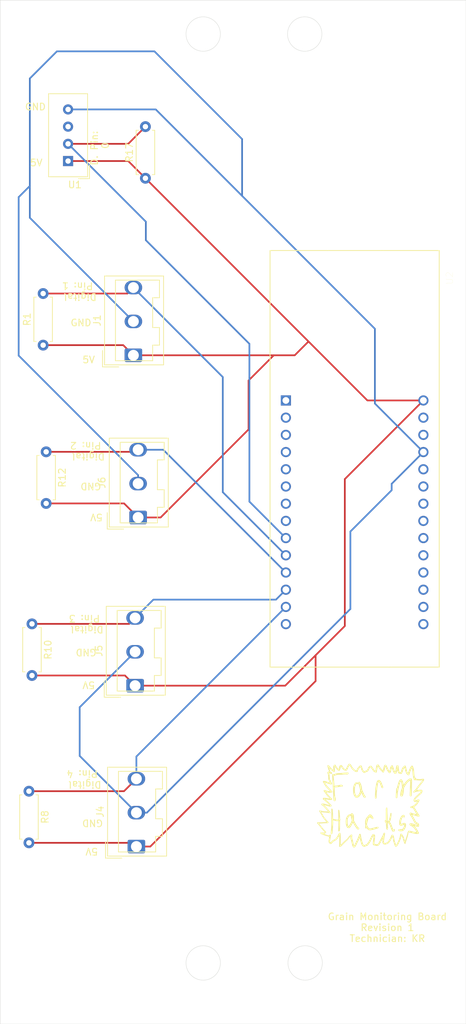
<source format=kicad_pcb>
(kicad_pcb (version 20171130) (host pcbnew 5.1.10-88a1d61d58~90~ubuntu20.04.1)

  (general
    (thickness 1.6)
    (drawings 24)
    (tracks 78)
    (zones 0)
    (modules 12)
    (nets 30)
  )

  (page A4)
  (title_block
    (title "Grain Sensing Board")
    (date 2021-07-23)
    (rev 1)
    (company "Farm Hacks")
    (comment 1 "Technician: KR")
  )

  (layers
    (0 F.Cu signal)
    (31 B.Cu signal)
    (32 B.Adhes user)
    (33 F.Adhes user)
    (34 B.Paste user)
    (35 F.Paste user)
    (36 B.SilkS user)
    (37 F.SilkS user)
    (38 B.Mask user)
    (39 F.Mask user)
    (40 Dwgs.User user)
    (41 Cmts.User user)
    (42 Eco1.User user)
    (43 Eco2.User user)
    (44 Edge.Cuts user)
    (45 Margin user)
    (46 B.CrtYd user)
    (47 F.CrtYd user)
    (48 B.Fab user)
    (49 F.Fab user)
  )

  (setup
    (last_trace_width 0.25)
    (trace_clearance 0.2)
    (zone_clearance 0.508)
    (zone_45_only no)
    (trace_min 0.2)
    (via_size 0.8)
    (via_drill 0.4)
    (via_min_size 0.4)
    (via_min_drill 0.3)
    (uvia_size 0.3)
    (uvia_drill 0.1)
    (uvias_allowed no)
    (uvia_min_size 0.2)
    (uvia_min_drill 0.1)
    (edge_width 0.05)
    (segment_width 0.2)
    (pcb_text_width 0.3)
    (pcb_text_size 1.5 1.5)
    (mod_edge_width 0.12)
    (mod_text_size 1 1)
    (mod_text_width 0.15)
    (pad_size 1.524 1.524)
    (pad_drill 0.762)
    (pad_to_mask_clearance 0)
    (aux_axis_origin 0 0)
    (visible_elements FFFFFF7F)
    (pcbplotparams
      (layerselection 0x010fc_ffffffff)
      (usegerberextensions false)
      (usegerberattributes true)
      (usegerberadvancedattributes true)
      (creategerberjobfile true)
      (excludeedgelayer true)
      (linewidth 0.100000)
      (plotframeref false)
      (viasonmask false)
      (mode 1)
      (useauxorigin false)
      (hpglpennumber 1)
      (hpglpenspeed 20)
      (hpglpendiameter 15.000000)
      (psnegative false)
      (psa4output false)
      (plotreference true)
      (plotvalue true)
      (plotinvisibletext false)
      (padsonsilk false)
      (subtractmaskfromsilk false)
      (outputformat 1)
      (mirror false)
      (drillshape 0)
      (scaleselection 1)
      (outputdirectory "Gerber/"))
  )

  (net 0 "")
  (net 1 +VDC)
  (net 2 -VDC)
  (net 3 "Net-(J1-Pad3)")
  (net 4 "Net-(U1-Pad3)")
  (net 5 "Net-(J4-Pad3)")
  (net 6 "Net-(J5-Pad3)")
  (net 7 "Net-(J6-Pad3)")
  (net 8 "Net-(R17-Pad2)")
  (net 9 "Net-(U2-Pad1)")
  (net 10 "Net-(U2-Pad2)")
  (net 11 "Net-(U2-Pad3)")
  (net 12 "Net-(U2-Pad4)")
  (net 13 "Net-(U2-Pad5)")
  (net 14 "Net-(U2-Pad6)")
  (net 15 "Net-(U2-Pad24)")
  (net 16 "Net-(U2-Pad27)")
  (net 17 "Net-(U2-Pad7)")
  (net 18 "Net-(U2-Pad8)")
  (net 19 "Net-(U2-Pad14)")
  (net 20 "Net-(U2-Pad15)")
  (net 21 "Net-(U2-Pad16)")
  (net 22 "Net-(U2-Pad17)")
  (net 23 "Net-(U2-Pad18)")
  (net 24 "Net-(U2-Pad19)")
  (net 25 "Net-(U2-Pad20)")
  (net 26 "Net-(U2-Pad21)")
  (net 27 "Net-(U2-Pad22)")
  (net 28 "Net-(U2-Pad23)")
  (net 29 "Net-(U2-Pad26)")

  (net_class Default "This is the default net class."
    (clearance 0.2)
    (trace_width 0.25)
    (via_dia 0.8)
    (via_drill 0.4)
    (uvia_dia 0.3)
    (uvia_drill 0.1)
    (add_net +VDC)
    (add_net -VDC)
    (add_net "Net-(J1-Pad3)")
    (add_net "Net-(J4-Pad3)")
    (add_net "Net-(J5-Pad3)")
    (add_net "Net-(J6-Pad3)")
    (add_net "Net-(R17-Pad2)")
    (add_net "Net-(U1-Pad3)")
    (add_net "Net-(U2-Pad1)")
    (add_net "Net-(U2-Pad14)")
    (add_net "Net-(U2-Pad15)")
    (add_net "Net-(U2-Pad16)")
    (add_net "Net-(U2-Pad17)")
    (add_net "Net-(U2-Pad18)")
    (add_net "Net-(U2-Pad19)")
    (add_net "Net-(U2-Pad2)")
    (add_net "Net-(U2-Pad20)")
    (add_net "Net-(U2-Pad21)")
    (add_net "Net-(U2-Pad22)")
    (add_net "Net-(U2-Pad23)")
    (add_net "Net-(U2-Pad24)")
    (add_net "Net-(U2-Pad26)")
    (add_net "Net-(U2-Pad27)")
    (add_net "Net-(U2-Pad3)")
    (add_net "Net-(U2-Pad4)")
    (add_net "Net-(U2-Pad5)")
    (add_net "Net-(U2-Pad6)")
    (add_net "Net-(U2-Pad7)")
    (add_net "Net-(U2-Pad8)")
  )

  (module custom_libraries:farm_hacks_logo (layer F.Cu) (tedit 0) (tstamp 61047ADC)
    (at 102.108 146.304)
    (fp_text reference G*** (at 0 0) (layer F.SilkS) hide
      (effects (font (size 1.524 1.524) (thickness 0.3)))
    )
    (fp_text value LOGO (at 0.75 0) (layer F.SilkS) hide
      (effects (font (size 1.524 1.524) (thickness 0.3)))
    )
    (fp_poly (pts (xy -3.455475 -6.913284) (xy -3.434288 -6.903318) (xy -3.37444 -6.85927) (xy -3.305858 -6.78345)
      (xy -3.229135 -6.676641) (xy -3.144868 -6.539628) (xy -3.104758 -6.468533) (xy -3.0158 -6.332568)
      (xy -2.902311 -6.198725) (xy -2.772894 -6.076132) (xy -2.642474 -5.978039) (xy -2.58326 -5.940437)
      (xy -2.533704 -5.911309) (xy -2.501214 -5.894906) (xy -2.493862 -5.892799) (xy -2.479961 -5.907753)
      (xy -2.461034 -5.947105) (xy -2.441004 -6.002589) (xy -2.439588 -6.007099) (xy -2.409369 -6.093084)
      (xy -2.373313 -6.170172) (xy -2.327037 -6.244906) (xy -2.26616 -6.323829) (xy -2.186298 -6.413483)
      (xy -2.122915 -6.479806) (xy -2.043815 -6.560264) (xy -1.983499 -6.618932) (xy -1.937715 -6.658845)
      (xy -1.902212 -6.683038) (xy -1.872737 -6.694547) (xy -1.845038 -6.696407) (xy -1.823633 -6.693441)
      (xy -1.786013 -6.678488) (xy -1.750753 -6.64642) (xy -1.715822 -6.593785) (xy -1.679188 -6.517131)
      (xy -1.638821 -6.413007) (xy -1.610208 -6.330713) (xy -1.579728 -6.241228) (xy -1.551266 -6.159372)
      (xy -1.527362 -6.092322) (xy -1.510553 -6.04726) (xy -1.50627 -6.036733) (xy -1.481505 -5.986703)
      (xy -1.448293 -5.928872) (xy -1.411982 -5.871477) (xy -1.37792 -5.822751) (xy -1.351456 -5.79093)
      (xy -1.3418 -5.783504) (xy -1.316727 -5.78777) (xy -1.276 -5.807781) (xy -1.248666 -5.825277)
      (xy -1.174163 -5.864532) (xy -1.080454 -5.894726) (xy -1.058334 -5.899665) (xy -0.995697 -5.91464)
      (xy -0.949272 -5.933676) (xy -0.913563 -5.962596) (xy -0.883069 -6.007224) (xy -0.852293 -6.073382)
      (xy -0.822275 -6.149654) (xy -0.751426 -6.307387) (xy -0.670253 -6.434466) (xy -0.577411 -6.532889)
      (xy -0.54986 -6.555043) (xy -0.49394 -6.594366) (xy -0.450745 -6.615487) (xy -0.408233 -6.623298)
      (xy -0.380898 -6.623696) (xy -0.326914 -6.619131) (xy -0.283373 -6.60954) (xy -0.273858 -6.605565)
      (xy -0.255835 -6.587124) (xy -0.22239 -6.544575) (xy -0.176608 -6.482172) (xy -0.121574 -6.404169)
      (xy -0.060373 -6.314821) (xy -0.027477 -6.265802) (xy 0.058012 -6.139665) (xy 0.128265 -6.040885)
      (xy 0.184845 -5.967416) (xy 0.229316 -5.91721) (xy 0.258385 -5.891569) (xy 0.295366 -5.866281)
      (xy 0.320578 -5.856565) (xy 0.337085 -5.866269) (xy 0.347952 -5.899241) (xy 0.356245 -5.959329)
      (xy 0.362399 -6.022141) (xy 0.371609 -6.099246) (xy 0.385886 -6.19292) (xy 0.403828 -6.296168)
      (xy 0.424031 -6.401993) (xy 0.445093 -6.503399) (xy 0.465613 -6.59339) (xy 0.484188 -6.664971)
      (xy 0.499415 -6.711145) (xy 0.501408 -6.715626) (xy 0.546171 -6.775576) (xy 0.607235 -6.808741)
      (xy 0.678532 -6.813762) (xy 0.75399 -6.78928) (xy 0.775073 -6.776929) (xy 0.796094 -6.754859)
      (xy 0.830868 -6.708858) (xy 0.875807 -6.644082) (xy 0.927322 -6.565689) (xy 0.976492 -6.487507)
      (xy 1.043802 -6.380326) (xy 1.10061 -6.295534) (xy 1.152556 -6.225751) (xy 1.205279 -6.163593)
      (xy 1.264417 -6.101678) (xy 1.291927 -6.074552) (xy 1.349884 -6.018792) (xy 1.39844 -5.973325)
      (xy 1.432879 -5.942476) (xy 1.448485 -5.930571) (xy 1.448867 -5.930619) (xy 1.453399 -5.948138)
      (xy 1.462045 -5.991735) (xy 1.473401 -6.054076) (xy 1.481709 -6.101997) (xy 1.51406 -6.276256)
      (xy 1.546889 -6.419298) (xy 1.581227 -6.53377) (xy 1.618105 -6.622316) (xy 1.658552 -6.687583)
      (xy 1.703599 -6.732216) (xy 1.734431 -6.750754) (xy 1.789424 -6.767806) (xy 1.841628 -6.763503)
      (xy 1.892589 -6.736058) (xy 1.943854 -6.683685) (xy 1.996967 -6.604601) (xy 2.053476 -6.497018)
      (xy 2.114927 -6.359152) (xy 2.151754 -6.268862) (xy 2.180881 -6.202426) (xy 2.217692 -6.128414)
      (xy 2.258901 -6.052284) (xy 2.301225 -5.979496) (xy 2.341378 -5.915509) (xy 2.376077 -5.865782)
      (xy 2.402037 -5.835774) (xy 2.415535 -5.830424) (xy 2.420804 -5.849003) (xy 2.429902 -5.894434)
      (xy 2.441597 -5.960085) (xy 2.454651 -6.039321) (xy 2.455914 -6.047295) (xy 2.474136 -6.161367)
      (xy 2.489453 -6.248673) (xy 2.504246 -6.315898) (xy 2.520896 -6.369728) (xy 2.541785 -6.416849)
      (xy 2.569295 -6.463944) (xy 2.605806 -6.517701) (xy 2.64114 -6.567263) (xy 2.695276 -6.634811)
      (xy 2.74276 -6.67388) (xy 2.789203 -6.687559) (xy 2.840218 -6.678936) (xy 2.842566 -6.678124)
      (xy 2.859667 -6.668577) (xy 2.876743 -6.650092) (xy 2.895152 -6.619365) (xy 2.91625 -6.573094)
      (xy 2.941395 -6.507978) (xy 2.971944 -6.420714) (xy 3.009254 -6.308001) (xy 3.054684 -6.166534)
      (xy 3.060958 -6.1468) (xy 3.092719 -6.051258) (xy 3.126114 -5.958408) (xy 3.15904 -5.873297)
      (xy 3.189394 -5.800973) (xy 3.215073 -5.746483) (xy 3.233976 -5.714875) (xy 3.243055 -5.709677)
      (xy 3.25151 -5.731353) (xy 3.264566 -5.781446) (xy 3.281189 -5.854979) (xy 3.300345 -5.946974)
      (xy 3.320996 -6.052453) (xy 3.34211 -6.166441) (xy 3.362651 -6.283959) (xy 3.363386 -6.288308)
      (xy 3.386319 -6.41424) (xy 3.408293 -6.510719) (xy 3.431036 -6.58205) (xy 3.456274 -6.63254)
      (xy 3.485737 -6.666496) (xy 3.521151 -6.688222) (xy 3.524405 -6.689607) (xy 3.589425 -6.708121)
      (xy 3.640895 -6.7008) (xy 3.683538 -6.671227) (xy 3.706182 -6.643746) (xy 3.72503 -6.605172)
      (xy 3.740996 -6.551282) (xy 3.754996 -6.477852) (xy 3.767943 -6.380658) (xy 3.780751 -6.255477)
      (xy 3.785876 -6.198502) (xy 3.8023 -6.040477) (xy 3.821757 -5.913433) (xy 3.845292 -5.814542)
      (xy 3.873953 -5.740978) (xy 3.908783 -5.689913) (xy 3.950829 -5.658519) (xy 3.990354 -5.64567)
      (xy 4.038999 -5.642282) (xy 4.064642 -5.656238) (xy 4.065649 -5.657734) (xy 4.084827 -5.696351)
      (xy 4.110155 -5.759058) (xy 4.138592 -5.837348) (xy 4.167098 -5.922715) (xy 4.192631 -6.006653)
      (xy 4.200611 -6.035256) (xy 4.229252 -6.134575) (xy 4.25748 -6.212472) (xy 4.290564 -6.277857)
      (xy 4.333771 -6.339638) (xy 4.392369 -6.406722) (xy 4.463635 -6.480012) (xy 4.531345 -6.547037)
      (xy 4.580944 -6.593179) (xy 4.617541 -6.622206) (xy 4.646242 -6.637889) (xy 4.672158 -6.643996)
      (xy 4.686725 -6.644639) (xy 4.722336 -6.641641) (xy 4.752085 -6.63019) (xy 4.777841 -6.606601)
      (xy 4.801475 -6.56719) (xy 4.824856 -6.508272) (xy 4.849855 -6.426161) (xy 4.878341 -6.317175)
      (xy 4.901907 -6.220633) (xy 4.929309 -6.109357) (xy 4.957258 -6.000896) (xy 4.983734 -5.902731)
      (xy 5.006718 -5.822342) (xy 5.024191 -5.767208) (xy 5.024688 -5.765799) (xy 5.058167 -5.679445)
      (xy 5.090195 -5.611625) (xy 5.118505 -5.566245) (xy 5.140833 -5.547208) (xy 5.150078 -5.549704)
      (xy 5.160199 -5.569855) (xy 5.179174 -5.616694) (xy 5.204965 -5.684842) (xy 5.235533 -5.768921)
      (xy 5.266494 -5.856793) (xy 5.340282 -6.057245) (xy 5.411516 -6.225753) (xy 5.481068 -6.364069)
      (xy 5.549808 -6.473943) (xy 5.610763 -6.548966) (xy 5.673779 -6.607257) (xy 5.728135 -6.636852)
      (xy 5.77618 -6.636796) (xy 5.820263 -6.606133) (xy 5.862734 -6.543906) (xy 5.905942 -6.44916)
      (xy 5.91534 -6.425013) (xy 5.954666 -6.312606) (xy 5.986908 -6.19848) (xy 6.012999 -6.076962)
      (xy 6.033872 -5.942383) (xy 6.050458 -5.789071) (xy 6.06369 -5.611355) (xy 6.071039 -5.477933)
      (xy 6.079398 -5.362894) (xy 6.092788 -5.243078) (xy 6.109901 -5.126646) (xy 6.129426 -5.02176)
      (xy 6.150056 -4.936582) (xy 6.16511 -4.891415) (xy 6.18623 -4.859017) (xy 6.215411 -4.8552)
      (xy 6.216607 -4.855502) (xy 6.255836 -4.849984) (xy 6.29578 -4.82) (xy 6.328171 -4.773737)
      (xy 6.343158 -4.730158) (xy 6.353096 -4.692176) (xy 6.363419 -4.673835) (xy 6.364584 -4.67353)
      (xy 6.384319 -4.672029) (xy 6.431807 -4.667929) (xy 6.501081 -4.661758) (xy 6.586173 -4.654047)
      (xy 6.643619 -4.648782) (xy 6.768368 -4.638694) (xy 6.870856 -4.634602) (xy 6.962275 -4.637227)
      (xy 7.053818 -4.647292) (xy 7.156678 -4.665519) (xy 7.265469 -4.688888) (xy 7.322785 -4.69519)
      (xy 7.386615 -4.692534) (xy 7.445826 -4.682512) (xy 7.489286 -4.666716) (xy 7.503354 -4.654854)
      (xy 7.526632 -4.60051) (xy 7.525771 -4.540138) (xy 7.501602 -4.466963) (xy 7.483071 -4.425713)
      (xy 7.463046 -4.386168) (xy 7.439046 -4.344846) (xy 7.408588 -4.298268) (xy 7.369193 -4.242953)
      (xy 7.31838 -4.17542) (xy 7.253666 -4.09219) (xy 7.172571 -3.989781) (xy 7.072615 -3.864715)
      (xy 7.069478 -3.860799) (xy 6.979827 -3.747838) (xy 6.887407 -3.629457) (xy 6.797238 -3.512226)
      (xy 6.714343 -3.402714) (xy 6.643743 -3.307493) (xy 6.598665 -3.244848) (xy 6.538812 -3.15942)
      (xy 6.496862 -3.097877) (xy 6.470922 -3.056624) (xy 6.459099 -3.032068) (xy 6.459499 -3.020615)
      (xy 6.470229 -3.018671) (xy 6.480477 -3.020492) (xy 6.514357 -3.026177) (xy 6.574205 -3.034365)
      (xy 6.652304 -3.044068) (xy 6.740933 -3.054297) (xy 6.764866 -3.056933) (xy 6.910041 -3.069778)
      (xy 7.025538 -3.073125) (xy 7.114226 -3.066838) (xy 7.178976 -3.050783) (xy 7.208101 -3.036031)
      (xy 7.250939 -2.988624) (xy 7.272816 -2.919664) (xy 7.273428 -2.834437) (xy 7.252468 -2.738228)
      (xy 7.228863 -2.676186) (xy 7.212232 -2.641117) (xy 7.193386 -2.608969) (xy 7.168785 -2.576004)
      (xy 7.134889 -2.538483) (xy 7.08816 -2.49267) (xy 7.025056 -2.434826) (xy 6.942038 -2.361214)
      (xy 6.874933 -2.302451) (xy 6.704454 -2.151148) (xy 6.55941 -2.017303) (xy 6.440232 -1.901349)
      (xy 6.347351 -1.803721) (xy 6.281195 -1.724851) (xy 6.242196 -1.665173) (xy 6.241738 -1.664262)
      (xy 6.210453 -1.589073) (xy 6.198474 -1.529549) (xy 6.206436 -1.490231) (xy 6.216096 -1.4807)
      (xy 6.238127 -1.483045) (xy 6.28284 -1.498469) (xy 6.34298 -1.524219) (xy 6.389662 -1.546559)
      (xy 6.514414 -1.60324) (xy 6.622081 -1.640835) (xy 6.708825 -1.658065) (xy 6.727536 -1.659052)
      (xy 6.767425 -1.645047) (xy 6.805988 -1.609538) (xy 6.833407 -1.563802) (xy 6.840749 -1.529003)
      (xy 6.830697 -1.482974) (xy 6.803229 -1.415768) (xy 6.761708 -1.332953) (xy 6.709495 -1.240097)
      (xy 6.649953 -1.142767) (xy 6.586443 -1.046531) (xy 6.522326 -0.956957) (xy 6.460966 -0.879612)
      (xy 6.423322 -0.837668) (xy 6.369691 -0.785396) (xy 6.303369 -0.725992) (xy 6.231918 -0.665679)
      (xy 6.162903 -0.610682) (xy 6.103885 -0.567225) (xy 6.065213 -0.54294) (xy 6.025959 -0.522507)
      (xy 6.103005 -0.43482) (xy 6.140356 -0.386198) (xy 6.187223 -0.316154) (xy 6.237971 -0.233553)
      (xy 6.286964 -0.14726) (xy 6.29332 -0.135466) (xy 6.34774 -0.038938) (xy 6.417638 0.077187)
      (xy 6.498186 0.205401) (xy 6.584555 0.338198) (xy 6.671919 0.468069) (xy 6.75545 0.587508)
      (xy 6.78087 0.622695) (xy 6.818024 0.69161) (xy 6.834849 0.763197) (xy 6.829751 0.827193)
      (xy 6.817034 0.855422) (xy 6.792387 0.884325) (xy 6.760902 0.901741) (xy 6.718429 0.90726)
      (xy 6.660818 0.900473) (xy 6.583922 0.880968) (xy 6.483591 0.848334) (xy 6.383866 0.812574)
      (xy 6.321524 0.7917) (xy 6.241009 0.767672) (xy 6.149582 0.742333) (xy 6.054507 0.717524)
      (xy 5.963045 0.695085) (xy 5.88246 0.676858) (xy 5.820014 0.664684) (xy 5.783617 0.6604)
      (xy 5.773628 0.667369) (xy 5.780922 0.690926) (xy 5.807128 0.735052) (xy 5.82561 0.762802)
      (xy 5.889265 0.861929) (xy 5.962792 0.98564) (xy 6.042549 1.127466) (xy 6.124895 1.280937)
      (xy 6.203006 1.433228) (xy 6.244377 1.513638) (xy 6.282791 1.584391) (xy 6.314726 1.639279)
      (xy 6.336664 1.672094) (xy 6.341376 1.677256) (xy 6.368347 1.695526) (xy 6.417271 1.724272)
      (xy 6.479859 1.758723) (xy 6.516386 1.778001) (xy 6.620665 1.839117) (xy 6.695602 1.900686)
      (xy 6.745418 1.967688) (xy 6.774335 2.045101) (xy 6.782624 2.092006) (xy 6.789406 2.201961)
      (xy 6.778374 2.285629) (xy 6.748958 2.34587) (xy 6.727822 2.36757) (xy 6.698629 2.38845)
      (xy 6.668116 2.399203) (xy 6.62543 2.401856) (xy 6.561666 2.398571) (xy 6.480472 2.387038)
      (xy 6.377963 2.363698) (xy 6.263515 2.331068) (xy 6.146502 2.291662) (xy 6.104466 2.275881)
      (xy 6.099368 2.280922) (xy 6.115044 2.305984) (xy 6.148591 2.346871) (xy 6.17013 2.370822)
      (xy 6.296946 2.518058) (xy 6.409155 2.667478) (xy 6.502081 2.812367) (xy 6.571044 2.946008)
      (xy 6.571487 2.947014) (xy 6.608076 3.024668) (xy 6.647585 3.0995) (xy 6.68383 3.160127)
      (xy 6.699145 3.182013) (xy 6.74204 3.256502) (xy 6.752892 3.323259) (xy 6.733117 3.379803)
      (xy 6.684129 3.423655) (xy 6.607342 3.452336) (xy 6.539449 3.461944) (xy 6.479558 3.461337)
      (xy 6.393814 3.454004) (xy 6.289302 3.441096) (xy 6.173105 3.423765) (xy 6.052309 3.403162)
      (xy 5.933999 3.380439) (xy 5.825258 3.356747) (xy 5.733172 3.333238) (xy 5.714999 3.327949)
      (xy 5.62412 3.302442) (xy 5.529435 3.278726) (xy 5.444585 3.260094) (xy 5.401733 3.252355)
      (xy 5.333664 3.24092) (xy 5.273772 3.229382) (xy 5.234258 3.220106) (xy 5.232399 3.21955)
      (xy 5.190066 3.206509) (xy 5.192956 3.334688) (xy 5.190466 3.408025) (xy 5.17947 3.494637)
      (xy 5.159252 3.597294) (xy 5.129098 3.718767) (xy 5.088291 3.861829) (xy 5.036116 4.02925)
      (xy 4.971859 4.223803) (xy 4.936998 4.326223) (xy 4.886171 4.477441) (xy 4.84575 4.604274)
      (xy 4.816256 4.704945) (xy 4.79821 4.777678) (xy 4.792133 4.820518) (xy 4.787236 4.873215)
      (xy 4.770218 4.902709) (xy 4.759379 4.910071) (xy 4.707574 4.92643) (xy 4.663831 4.911902)
      (xy 4.641931 4.892193) (xy 4.621827 4.859758) (xy 4.595042 4.801069) (xy 4.563871 4.722528)
      (xy 4.530606 4.630537) (xy 4.497541 4.531499) (xy 4.46697 4.431814) (xy 4.441186 4.337886)
      (xy 4.43623 4.318001) (xy 4.406933 4.203005) (xy 4.380025 4.111802) (xy 4.351882 4.034858)
      (xy 4.318878 3.962638) (xy 4.277389 3.885607) (xy 4.260997 3.857127) (xy 4.175074 3.70952)
      (xy 4.130495 3.907927) (xy 4.07322 4.120765) (xy 3.99433 4.349568) (xy 3.896789 4.587006)
      (xy 3.783562 4.825747) (xy 3.683951 5.012267) (xy 3.60514 5.138411) (xy 3.528712 5.233497)
      (xy 3.455668 5.29733) (xy 3.387009 5.329716) (xy 3.323737 5.330461) (xy 3.266853 5.29937)
      (xy 3.217358 5.236249) (xy 3.176254 5.140904) (xy 3.167549 5.11251) (xy 3.143619 5.033839)
      (xy 3.113551 4.941704) (xy 3.083298 4.854272) (xy 3.079203 4.842934) (xy 3.050757 4.76459)
      (xy 3.022192 4.685698) (xy 2.998731 4.620694) (xy 2.994409 4.608675) (xy 2.979654 4.557312)
      (xy 2.962692 4.482) (xy 2.945504 4.392394) (xy 2.930071 4.298154) (xy 2.928424 4.286942)
      (xy 2.913608 4.191841) (xy 2.89737 4.099247) (xy 2.881577 4.019169) (xy 2.868099 3.961615)
      (xy 2.866895 3.957292) (xy 2.838907 3.85905) (xy 2.785272 3.991159) (xy 2.687437 4.211007)
      (xy 2.582657 4.406725) (xy 2.472304 4.576476) (xy 2.357747 4.718421) (xy 2.240356 4.830721)
      (xy 2.121501 4.911537) (xy 2.086273 4.929136) (xy 1.992094 4.96653) (xy 1.893238 4.996088)
      (xy 1.799095 5.015719) (xy 1.719059 5.023332) (xy 1.676446 5.020388) (xy 1.575128 4.984685)
      (xy 1.486089 4.918474) (xy 1.429826 4.850983) (xy 1.397118 4.800067) (xy 1.379053 4.758033)
      (xy 1.371387 4.710417) (xy 1.369868 4.646746) (xy 1.372085 4.580906) (xy 1.378028 4.494013)
      (xy 1.386725 4.398551) (xy 1.394761 4.32647) (xy 1.403987 4.247799) (xy 1.410912 4.182552)
      (xy 1.41488 4.137383) (xy 1.415238 4.118946) (xy 1.415183 4.118873) (xy 1.406613 4.132072)
      (xy 1.384765 4.171514) (xy 1.351727 4.233262) (xy 1.309588 4.313378) (xy 1.260436 4.407927)
      (xy 1.213077 4.49987) (xy 1.154461 4.612185) (xy 1.095879 4.720911) (xy 1.040556 4.820321)
      (xy 0.991717 4.904689) (xy 0.952589 4.968287) (xy 0.933468 4.996349) (xy 0.841579 5.101927)
      (xy 0.745625 5.175671) (xy 0.646814 5.217074) (xy 0.546351 5.225629) (xy 0.446469 5.20125)
      (xy 0.385158 5.182238) (xy 0.308129 5.166598) (xy 0.24257 5.15869) (xy 0.131863 5.142618)
      (xy 0.04925 5.111237) (xy -0.008317 5.062558) (xy -0.043881 4.99459) (xy -0.051562 4.966468)
      (xy -0.055811 4.943305) (xy -0.058292 4.916362) (xy -0.058705 4.882277) (xy -0.056747 4.837689)
      (xy -0.052117 4.779238) (xy -0.044514 4.703562) (xy -0.033635 4.607302) (xy -0.019179 4.487095)
      (xy -0.000845 4.339581) (xy 0.018371 4.187407) (xy 0.032919 4.068451) (xy 0.04509 3.960548)
      (xy 0.054453 3.868243) (xy 0.06058 3.796076) (xy 0.06304 3.748592) (xy 0.061571 3.73046)
      (xy 0.043689 3.73307) (xy 0.018082 3.75719) (xy 0.016317 3.759453) (xy -0.003142 3.790572)
      (xy -0.034832 3.848059) (xy -0.07658 3.92763) (xy -0.12621 4.025006) (xy -0.181547 4.135902)
      (xy -0.240417 4.256038) (xy -0.300645 4.38113) (xy -0.318945 4.419601) (xy -0.40702 4.591817)
      (xy -0.494972 4.73743) (xy -0.580951 4.853476) (xy -0.610337 4.886667) (xy -0.660209 4.946061)
      (xy -0.706803 5.0116) (xy -0.733559 5.057064) (xy -0.763964 5.113331) (xy -0.792071 5.149767)
      (xy -0.827509 5.17365) (xy -0.87991 5.192256) (xy -0.930166 5.205613) (xy -1.001921 5.228844)
      (xy -1.073117 5.259848) (xy -1.114034 5.282928) (xy -1.19857 5.33214) (xy -1.27182 5.356389)
      (xy -1.343107 5.355961) (xy -1.421752 5.331143) (xy -1.494923 5.29464) (xy -1.550515 5.252341)
      (xy -1.610138 5.18798) (xy -1.666006 5.111234) (xy -1.710336 5.031778) (xy -1.715289 5.020734)
      (xy -1.740734 4.9545) (xy -1.771673 4.862152) (xy -1.806089 4.750599) (xy -1.841964 4.62675)
      (xy -1.877282 4.497514) (xy -1.910024 4.369801) (xy -1.931221 4.281155) (xy -1.951753 4.195393)
      (xy -1.970477 4.12333) (xy -1.985842 4.070476) (xy -1.996297 4.042341) (xy -1.999268 4.039302)
      (xy -2.010904 4.05776) (xy -2.028791 4.097604) (xy -2.040304 4.126948) (xy -2.073037 4.208668)
      (xy -2.115566 4.306503) (xy -2.163211 4.410423) (xy -2.211293 4.510402) (xy -2.255132 4.596412)
      (xy -2.282369 4.645648) (xy -2.317225 4.711787) (xy -2.354841 4.793485) (xy -2.387581 4.874068)
      (xy -2.390164 4.88107) (xy -2.426373 4.967189) (xy -2.4757 5.06669) (xy -2.532567 5.169736)
      (xy -2.591397 5.266493) (xy -2.646613 5.347126) (xy -2.674185 5.38193) (xy -2.734602 5.432261)
      (xy -2.80235 5.455567) (xy -2.869567 5.449702) (xy -2.890457 5.440915) (xy -2.942286 5.407443)
      (xy -2.986849 5.362648) (xy -3.025857 5.302742) (xy -3.061023 5.223941) (xy -3.09406 5.122459)
      (xy -3.126678 4.994511) (xy -3.157887 4.849696) (xy -3.183237 4.732414) (xy -3.212796 4.60779)
      (xy -3.243681 4.487265) (xy -3.273011 4.382277) (xy -3.287555 4.334934) (xy -3.316831 4.241131)
      (xy -3.336459 4.168414) (xy -3.348377 4.106048) (xy -3.354525 4.043298) (xy -3.356844 3.969428)
      (xy -3.357035 3.950421) (xy -3.358805 3.879645) (xy -3.36254 3.824579) (xy -3.367638 3.791869)
      (xy -3.371889 3.785932) (xy -3.385555 3.803178) (xy -3.412012 3.843337) (xy -3.447143 3.899982)
      (xy -3.478038 3.951677) (xy -3.609566 4.146047) (xy -3.771678 4.335333) (xy -3.961118 4.515761)
      (xy -3.975845 4.528411) (xy -4.036283 4.582508) (xy -4.113742 4.655697) (xy -4.202299 4.74216)
      (xy -4.296028 4.836079) (xy -4.389008 4.931637) (xy -4.427181 4.971674) (xy -4.536995 5.086815)
      (xy -4.627188 5.178871) (xy -4.700768 5.249948) (xy -4.760745 5.302154) (xy -4.81013 5.337598)
      (xy -4.851932 5.358387) (xy -4.889161 5.366629) (xy -4.924826 5.364432) (xy -4.961938 5.353905)
      (xy -4.969135 5.351237) (xy -5.01116 5.322254) (xy -5.033375 5.27282) (xy -5.036745 5.199614)
      (xy -5.029956 5.14185) (xy -5.0261 5.101568) (xy -5.022289 5.031845) (xy -5.018648 4.937109)
      (xy -5.015304 4.821786) (xy -5.012383 4.690302) (xy -5.01001 4.547084) (xy -5.008313 4.396559)
      (xy -5.00814 4.375651) (xy -5.002917 3.713636) (xy -5.10928 3.890725) (xy -5.192972 4.025879)
      (xy -5.267469 4.135254) (xy -5.337663 4.223868) (xy -5.408447 4.296737) (xy -5.484715 4.358881)
      (xy -5.571359 4.415317) (xy -5.673273 4.471062) (xy -5.677139 4.473042) (xy -5.763793 4.518486)
      (xy -5.827941 4.555876) (xy -5.877864 4.591268) (xy -5.921841 4.630719) (xy -5.968154 4.680283)
      (xy -5.981939 4.695963) (xy -6.068852 4.793694) (xy -6.138961 4.866168) (xy -6.196381 4.91476)
      (xy -6.245225 4.940847) (xy -6.28961 4.945804) (xy -6.333648 4.931008) (xy -6.381454 4.897835)
      (xy -6.436707 4.848076) (xy -6.489926 4.795361) (xy -6.530893 4.747655) (xy -6.560367 4.70008)
      (xy -6.579107 4.647759) (xy -6.587871 4.585814) (xy -6.587417 4.509366) (xy -6.578504 4.413539)
      (xy -6.56189 4.293454) (xy -6.54231 4.168859) (xy -6.525244 4.060139) (xy -6.51397 3.980283)
      (xy -6.508137 3.924851) (xy -6.507392 3.889403) (xy -6.511382 3.869499) (xy -6.517937 3.861664)
      (xy -6.542726 3.852343) (xy -6.593097 3.83753) (xy -6.661618 3.819295) (xy -6.737492 3.800511)
      (xy -6.849577 3.771105) (xy -6.972585 3.734359) (xy -7.101498 3.6922) (xy -7.231299 3.646554)
      (xy -7.356972 3.599347) (xy -7.4735 3.552506) (xy -7.575866 3.507956) (xy -7.659053 3.467624)
      (xy -7.718044 3.433437) (xy -7.741417 3.415046) (xy -7.778625 3.361088) (xy -7.788268 3.305913)
      (xy -7.769562 3.257387) (xy -7.758367 3.245358) (xy -7.736368 3.229529) (xy -7.709078 3.220887)
      (xy -7.670169 3.219425) (xy -7.613313 3.225136) (xy -7.53218 3.238013) (xy -7.492109 3.245062)
      (xy -7.384529 3.26032) (xy -7.302267 3.262076) (xy -7.239356 3.249803) (xy -7.189832 3.222974)
      (xy -7.183291 3.217747) (xy -7.144515 3.185411) (xy -7.220395 3.115468) (xy -7.296468 3.040715)
      (xy -7.386611 2.944611) (xy -7.485387 2.833484) (xy -7.587355 2.713665) (xy -7.687077 2.591485)
      (xy -7.779114 2.473273) (xy -7.823935 2.413001) (xy -7.893783 2.320321) (xy -7.970224 2.224047)
      (xy -8.045775 2.133289) (xy -8.11295 2.057159) (xy -8.138601 2.029948) (xy -8.19387 1.970786)
      (xy -8.239066 1.918103) (xy -8.249405 1.904364) (xy -8.025978 1.904364) (xy -7.943741 1.989349)
      (xy -7.907371 2.030217) (xy -7.855959 2.092472) (xy -7.794314 2.170064) (xy -7.727246 2.256941)
      (xy -7.660886 2.345267) (xy -7.445666 2.61489) (xy -7.201467 2.881149) (xy -7.125671 2.959907)
      (xy -7.058639 3.031778) (xy -7.003815 3.092886) (xy -6.964646 3.139353) (xy -6.944576 3.167301)
      (xy -6.942667 3.172453) (xy -6.95814 3.22658) (xy -7.001255 3.285089) (xy -7.067058 3.343176)
      (xy -7.150595 3.396036) (xy -7.196408 3.418532) (xy -7.26198 3.447889) (xy -7.208157 3.469783)
      (xy -7.160254 3.488096) (xy -7.093349 3.512118) (xy -7.013982 3.539671) (xy -6.928696 3.568582)
      (xy -6.844032 3.596675) (xy -6.766531 3.621773) (xy -6.702737 3.641701) (xy -6.65919 3.654284)
      (xy -6.643416 3.657601) (xy -6.612153 3.665004) (xy -6.570425 3.682852) (xy -6.569675 3.683238)
      (xy -6.535423 3.698927) (xy -6.519364 3.695148) (xy -6.510043 3.668806) (xy -6.509587 3.666996)
      (xy -6.486251 3.629306) (xy -6.442285 3.59264) (xy -6.390107 3.565432) (xy -6.346133 3.556001)
      (xy -6.29689 3.571166) (xy -6.261373 3.610297) (xy -6.2484 3.661476) (xy -6.251145 3.691743)
      (xy -6.258849 3.750072) (xy -6.270719 3.831152) (xy -6.285961 3.92967) (xy -6.303782 4.040315)
      (xy -6.316134 4.114801) (xy -6.335115 4.22941) (xy -6.352043 4.334347) (xy -6.366134 4.424524)
      (xy -6.376602 4.494851) (xy -6.382662 4.540242) (xy -6.383867 4.554065) (xy -6.372876 4.587201)
      (xy -6.345084 4.630168) (xy -6.328831 4.649486) (xy -6.273795 4.709541) (xy -6.173921 4.58814)
      (xy -6.064809 4.470933) (xy -5.947931 4.378436) (xy -5.811846 4.301694) (xy -5.802095 4.297052)
      (xy -5.6969 4.243935) (xy -5.615347 4.192991) (xy -5.548506 4.137124) (xy -5.487445 4.069239)
      (xy -5.445429 4.013647) (xy -5.360418 3.890585) (xy -5.283388 3.769416) (xy -5.218202 3.656696)
      (xy -5.168724 3.558978) (xy -5.147195 3.507636) (xy -5.116947 3.444798) (xy -5.075353 3.382206)
      (xy -5.02869 3.327121) (xy -4.983234 3.286808) (xy -4.94526 3.268529) (xy -4.940238 3.268134)
      (xy -4.90674 3.279522) (xy -4.870937 3.306324) (xy -4.852671 3.329513) (xy -4.837281 3.361315)
      (xy -4.824575 3.4044) (xy -4.814357 3.461432) (xy -4.806434 3.53508) (xy -4.800612 3.62801)
      (xy -4.796697 3.742889) (xy -4.794494 3.882384) (xy -4.79381 4.049162) (xy -4.794449 4.245889)
      (xy -4.79514 4.347795) (xy -4.8006 5.063389) (xy -4.529667 4.787771) (xy -4.443621 4.701454)
      (xy -4.357538 4.617282) (xy -4.276869 4.540426) (xy -4.207069 4.47606) (xy -4.153588 4.429355)
      (xy -4.141224 4.41931) (xy -4.000384 4.302555) (xy -3.881147 4.190524) (xy -3.774314 4.073866)
      (xy -3.670686 3.943233) (xy -3.664034 3.934294) (xy -3.577425 3.822603) (xy -3.504941 3.740352)
      (xy -3.445658 3.686639) (xy -3.398652 3.660564) (xy -3.380416 3.657601) (xy -3.353478 3.64343)
      (xy -3.336517 3.616976) (xy -3.305811 3.570837) (xy -3.259485 3.535723) (xy -3.212263 3.522134)
      (xy -3.181209 3.533518) (xy -3.141837 3.561956) (xy -3.129569 3.573426) (xy -3.097051 3.610634)
      (xy -3.085686 3.64308) (xy -3.089924 3.686832) (xy -3.090091 3.687726) (xy -3.096413 3.733879)
      (xy -3.102897 3.801545) (xy -3.108413 3.878395) (xy -3.109801 3.903134) (xy -3.112389 3.972131)
      (xy -3.110875 4.027915) (xy -3.103645 4.080998) (xy -3.089083 4.141891) (xy -3.065573 4.221105)
      (xy -3.056455 4.250267) (xy -3.032077 4.333773) (xy -3.00384 4.440134) (xy -2.974347 4.558961)
      (xy -2.946204 4.679865) (xy -2.929103 4.758267) (xy -2.899422 4.894812) (xy -2.873149 5.007356)
      (xy -2.850852 5.093751) (xy -2.833098 5.151851) (xy -2.820454 5.179509) (xy -2.817297 5.181601)
      (xy -2.807979 5.168042) (xy -2.78567 5.131736) (xy -2.75436 5.079235) (xy -2.737398 5.050367)
      (xy -2.694224 4.970538) (xy -2.651381 4.881429) (xy -2.617346 4.800795) (xy -2.61411 4.792134)
      (xy -2.584743 4.72051) (xy -2.54454 4.633656) (xy -2.500055 4.545403) (xy -2.477074 4.502954)
      (xy -2.422834 4.398932) (xy -2.362195 4.271092) (xy -2.298827 4.127949) (xy -2.2364 3.978021)
      (xy -2.178583 3.829823) (xy -2.134706 3.708401) (xy -2.109169 3.634674) (xy -2.086116 3.568609)
      (xy -2.068866 3.519692) (xy -2.062918 3.503164) (xy -2.029297 3.455035) (xy -1.978168 3.430978)
      (xy -1.919507 3.435274) (xy -1.911617 3.438233) (xy -1.881843 3.457029) (xy -1.858745 3.490188)
      (xy -1.836763 3.54632) (xy -1.831745 3.561903) (xy -1.812399 3.63743) (xy -1.79642 3.724523)
      (xy -1.789163 3.784601) (xy -1.780479 3.850394) (xy -1.763823 3.942199) (xy -1.740732 4.053522)
      (xy -1.71274 4.17787) (xy -1.681383 4.308749) (xy -1.648196 4.439667) (xy -1.614715 4.564129)
      (xy -1.582476 4.675644) (xy -1.565782 4.729253) (xy -1.517891 4.865635) (xy -1.471819 4.970216)
      (xy -1.426307 5.044921) (xy -1.380095 5.091675) (xy -1.331926 5.112404) (xy -1.314282 5.113867)
      (xy -1.281879 5.1051) (xy -1.234689 5.08265) (xy -1.20375 5.064444) (xy -1.140203 5.030346)
      (xy -1.066086 4.999291) (xy -1.03047 4.987557) (xy -0.973052 4.968331) (xy -0.939012 4.947634)
      (xy -0.918308 4.918496) (xy -0.912654 4.905747) (xy -0.889298 4.864764) (xy -0.850688 4.812358)
      (xy -0.811376 4.766734) (xy -0.74874 4.692784) (xy -0.685331 4.603403) (xy -0.619208 4.495212)
      (xy -0.548429 4.364831) (xy -0.47105 4.208882) (xy -0.387916 4.030134) (xy -0.332225 3.91401)
      (xy -0.272458 3.800817) (xy -0.212887 3.697983) (xy -0.157781 3.612934) (xy -0.117636 3.560165)
      (xy -0.055322 3.498685) (xy 0.002993 3.468433) (xy 0.063008 3.468922) (xy 0.13042 3.499662)
      (xy 0.179699 3.53469) (xy 0.214721 3.564647) (xy 0.242521 3.596304) (xy 0.263309 3.633161)
      (xy 0.277299 3.678723) (xy 0.284702 3.736489) (xy 0.285731 3.809964) (xy 0.280597 3.902648)
      (xy 0.269513 4.018045) (xy 0.25269 4.159656) (xy 0.230342 4.330984) (xy 0.22868 4.343401)
      (xy 0.212651 4.465645) (xy 0.198264 4.580319) (xy 0.186141 4.682065) (xy 0.176902 4.765523)
      (xy 0.17117 4.825333) (xy 0.169519 4.853517) (xy 0.171734 4.898558) (xy 0.18357 4.920958)
      (xy 0.212338 4.931868) (xy 0.22225 4.933951) (xy 0.271533 4.940427) (xy 0.334627 4.944508)
      (xy 0.36195 4.945134) (xy 0.421641 4.950224) (xy 0.473754 4.962438) (xy 0.491066 4.969934)
      (xy 0.537818 4.989474) (xy 0.583855 4.992431) (xy 0.630769 4.977011) (xy 0.680156 4.941419)
      (xy 0.733608 4.883862) (xy 0.792721 4.802546) (xy 0.859089 4.695676) (xy 0.934304 4.56146)
      (xy 1.019962 4.398103) (xy 1.047804 4.343401) (xy 1.105027 4.23158) (xy 1.166936 4.112691)
      (xy 1.228321 3.996601) (xy 1.283971 3.893181) (xy 1.320451 3.826934) (xy 1.368498 3.737099)
      (xy 1.41446 3.644208) (xy 1.453446 3.558585) (xy 1.480569 3.490551) (xy 1.482713 3.484303)
      (xy 1.514337 3.397465) (xy 1.543068 3.338773) (xy 1.572832 3.3032) (xy 1.607557 3.285721)
      (xy 1.641205 3.281395) (xy 1.69283 3.292443) (xy 1.735873 3.322742) (xy 1.759427 3.363564)
      (xy 1.761066 3.37728) (xy 1.758392 3.399474) (xy 1.750912 3.449895) (xy 1.739439 3.523375)
      (xy 1.724783 3.614742) (xy 1.707759 3.718827) (xy 1.700837 3.760637) (xy 1.668091 3.964229)
      (xy 1.640722 4.147886) (xy 1.619078 4.308876) (xy 1.603506 4.444468) (xy 1.594353 4.551928)
      (xy 1.59188 4.617623) (xy 1.601271 4.700137) (xy 1.630901 4.756151) (xy 1.682473 4.78751)
      (xy 1.756622 4.796083) (xy 1.842428 4.783347) (xy 1.939755 4.751952) (xy 2.035933 4.706938)
      (xy 2.118289 4.653345) (xy 2.121103 4.651105) (xy 2.192845 4.581174) (xy 2.270565 4.483496)
      (xy 2.351303 4.362991) (xy 2.432102 4.224579) (xy 2.510002 4.073181) (xy 2.582044 3.913716)
      (xy 2.617744 3.825273) (xy 2.651265 3.740115) (xy 2.677001 3.680614) (xy 2.69864 3.640562)
      (xy 2.719865 3.613749) (xy 2.744363 3.593969) (xy 2.761354 3.583373) (xy 2.828878 3.558436)
      (xy 2.891356 3.566915) (xy 2.94355 3.602567) (xy 2.97887 3.65163) (xy 3.014726 3.728888)
      (xy 3.049351 3.828747) (xy 3.080984 3.945615) (xy 3.107858 4.073898) (xy 3.123808 4.174067)
      (xy 3.146227 4.321259) (xy 3.170132 4.442989) (xy 3.197542 4.547659) (xy 3.230473 4.643668)
      (xy 3.245803 4.681912) (xy 3.270127 4.745667) (xy 3.298388 4.827765) (xy 3.325719 4.91385)
      (xy 3.334658 4.943962) (xy 3.381149 5.104257) (xy 3.432301 5.033643) (xy 3.471651 4.972626)
      (xy 3.520372 4.886697) (xy 3.575272 4.782391) (xy 3.633155 4.666246) (xy 3.690828 4.544799)
      (xy 3.745097 4.424585) (xy 3.792767 4.312141) (xy 3.824214 4.231613) (xy 3.901612 3.99106)
      (xy 3.954313 3.765946) (xy 3.977785 3.647789) (xy 3.998259 3.558967) (xy 4.017329 3.495261)
      (xy 4.036592 3.452452) (xy 4.057642 3.42632) (xy 4.082074 3.412647) (xy 4.088596 3.410756)
      (xy 4.142574 3.413345) (xy 4.202939 3.442133) (xy 4.262929 3.49211) (xy 4.315782 3.558265)
      (xy 4.336822 3.594671) (xy 4.373012 3.662352) (xy 4.416981 3.740089) (xy 4.453094 3.800926)
      (xy 4.492054 3.872918) (xy 4.52915 3.959916) (xy 4.566064 4.06672) (xy 4.604477 4.198131)
      (xy 4.640106 4.334934) (xy 4.657808 4.401373) (xy 4.674185 4.455145) (xy 4.686571 4.487769)
      (xy 4.68978 4.492966) (xy 4.698105 4.480883) (xy 4.715529 4.440156) (xy 4.740744 4.374368)
      (xy 4.772442 4.287102) (xy 4.809316 4.181943) (xy 4.850057 4.062473) (xy 4.883449 3.962351)
      (xy 4.936241 3.801243) (xy 4.978758 3.668247) (xy 5.01207 3.559564) (xy 5.037248 3.471397)
      (xy 5.055361 3.399948) (xy 5.06748 3.341419) (xy 5.074676 3.292012) (xy 5.075946 3.279385)
      (xy 5.082874 3.211146) (xy 5.09 3.170042) (xy 5.099702 3.14941) (xy 5.114356 3.14259)
      (xy 5.124865 3.142295) (xy 5.151304 3.135695) (xy 5.153264 3.122656) (xy 5.155186 3.086793)
      (xy 5.177606 3.043297) (xy 5.212958 3.003491) (xy 5.248026 2.980809) (xy 5.276897 2.971994)
      (xy 5.311364 2.969634) (xy 5.359215 2.974229) (xy 5.428238 2.986279) (xy 5.473191 2.99527)
      (xy 5.565767 3.015822) (xy 5.664429 3.040304) (xy 5.752862 3.064587) (xy 5.782733 3.073639)
      (xy 5.845582 3.090971) (xy 5.92855 3.110363) (xy 6.02327 3.130238) (xy 6.121373 3.149018)
      (xy 6.21449 3.165126) (xy 6.294254 3.176987) (xy 6.352297 3.183022) (xy 6.365551 3.183467)
      (xy 6.380435 3.181049) (xy 6.385099 3.169842) (xy 6.378319 3.143916) (xy 6.358866 3.097341)
      (xy 6.338409 3.052234) (xy 6.270266 2.925575) (xy 6.18011 2.790847) (xy 6.074948 2.657442)
      (xy 5.961785 2.534755) (xy 5.92837 2.502426) (xy 5.844057 2.428781) (xy 5.758448 2.367367)
      (xy 5.658399 2.309137) (xy 5.613935 2.286001) (xy 5.566698 2.260601) (xy 6.045199 2.260601)
      (xy 6.053666 2.269067) (xy 6.062133 2.260601) (xy 6.053666 2.252134) (xy 6.045199 2.260601)
      (xy 5.566698 2.260601) (xy 5.517969 2.234399) (xy 5.449702 2.189652) (xy 5.404913 2.147305)
      (xy 5.379379 2.102903) (xy 5.368876 2.05199) (xy 5.367929 2.026465) (xy 5.381717 1.963885)
      (xy 5.41784 1.909832) (xy 5.46825 1.873282) (xy 5.51473 1.86267) (xy 5.603672 1.870067)
      (xy 5.721132 1.89193) (xy 5.86524 1.927779) (xy 6.034124 1.977136) (xy 6.225912 2.039521)
      (xy 6.285822 2.060076) (xy 6.368784 2.087928) (xy 6.440124 2.11013) (xy 6.493912 2.124974)
      (xy 6.524219 2.130748) (xy 6.528494 2.130084) (xy 6.532374 2.105778) (xy 6.50618 2.073571)
      (xy 6.452222 2.035467) (xy 6.372813 1.993472) (xy 6.36874 1.991552) (xy 6.29867 1.956758)
      (xy 6.240361 1.92186) (xy 6.190071 1.882402) (xy 6.144061 1.833931) (xy 6.098587 1.771991)
      (xy 6.049908 1.692127) (xy 5.994284 1.589884) (xy 5.935546 1.475749) (xy 5.875238 1.360379)
      (xy 5.807983 1.23749) (xy 5.739314 1.116823) (xy 5.674766 1.008122) (xy 5.624499 0.92816)
      (xy 5.569466 0.843495) (xy 5.516985 0.761684) (xy 5.471731 0.690094) (xy 5.438385 0.636093)
      (xy 5.428558 0.619578) (xy 5.390492 0.531391) (xy 5.381132 0.449729) (xy 5.400741 0.379082)
      (xy 5.413271 0.35941) (xy 5.452119 0.320539) (xy 5.498524 0.303219) (xy 5.558985 0.306756)
      (xy 5.640004 0.330459) (xy 5.650247 0.334192) (xy 5.715919 0.356307) (xy 5.801931 0.382257)
      (xy 5.895607 0.40833) (xy 5.960533 0.425058) (xy 6.05319 0.448347) (xy 6.148691 0.472992)
      (xy 6.233794 0.495545) (xy 6.280132 0.508255) (xy 6.340159 0.524201) (xy 6.386087 0.534694)
      (xy 6.409576 0.537871) (xy 6.41086 0.537451) (xy 6.40464 0.521838) (xy 6.38313 0.484651)
      (xy 6.350148 0.43228) (xy 6.326974 0.397028) (xy 6.285765 0.332279) (xy 6.23447 0.247237)
      (xy 6.178784 0.151577) (xy 6.124402 0.054971) (xy 6.108139 0.025317) (xy 6.032804 -0.106888)
      (xy 5.96343 -0.21628) (xy 5.901455 -0.301005) (xy 5.84832 -0.359205) (xy 5.805464 -0.389024)
      (xy 5.784167 -0.392369) (xy 5.683572 -0.379102) (xy 5.610307 -0.376014) (xy 5.559325 -0.383346)
      (xy 5.525578 -0.401341) (xy 5.521698 -0.404968) (xy 5.489706 -0.455382) (xy 5.489252 -0.507584)
      (xy 5.518398 -0.55823) (xy 5.575205 -0.603975) (xy 5.657736 -0.641476) (xy 5.659029 -0.641914)
      (xy 5.72107 -0.660609) (xy 5.776445 -0.673444) (xy 5.807971 -0.677333) (xy 5.846988 -0.68789)
      (xy 5.905246 -0.716903) (xy 5.976624 -0.760388) (xy 6.054998 -0.814359) (xy 6.134247 -0.87483)
      (xy 6.20825 -0.937816) (xy 6.208656 -0.938184) (xy 6.247049 -0.977153) (xy 6.294069 -1.030993)
      (xy 6.345649 -1.094261) (xy 6.397722 -1.161511) (xy 6.446222 -1.227299) (xy 6.487083 -1.286181)
      (xy 6.516239 -1.332712) (xy 6.529624 -1.361449) (xy 6.529203 -1.367374) (xy 6.512141 -1.363386)
      (xy 6.473366 -1.346692) (xy 6.420905 -1.320784) (xy 6.415118 -1.31777) (xy 6.309377 -1.275567)
      (xy 6.212508 -1.262042) (xy 6.127824 -1.275568) (xy 6.058639 -1.314517) (xy 6.008268 -1.377261)
      (xy 5.980023 -1.462173) (xy 5.97519 -1.533843) (xy 5.984418 -1.614912) (xy 6.0099 -1.695544)
      (xy 6.054046 -1.779649) (xy 6.119264 -1.871134) (xy 6.207966 -1.973907) (xy 6.314046 -2.083442)
      (xy 6.406474 -2.173143) (xy 6.51329 -2.273464) (xy 6.623109 -2.373902) (xy 6.724549 -2.463955)
      (xy 6.754305 -2.489655) (xy 6.862268 -2.584262) (xy 6.944625 -2.661676) (xy 7.00345 -2.724209)
      (xy 7.04082 -2.774175) (xy 7.058811 -2.813891) (xy 7.061199 -2.831797) (xy 7.057036 -2.846458)
      (xy 7.041837 -2.856033) (xy 7.011543 -2.860589) (xy 6.962094 -2.860191) (xy 6.889428 -2.854907)
      (xy 6.789486 -2.844804) (xy 6.722533 -2.837343) (xy 6.567474 -2.817254) (xy 6.440273 -2.794854)
      (xy 6.334931 -2.768656) (xy 6.24545 -2.737174) (xy 6.167383 -2.699773) (xy 6.109921 -2.670719)
      (xy 6.060449 -2.649864) (xy 6.02943 -2.641607) (xy 6.028912 -2.641599) (xy 5.99618 -2.655182)
      (xy 5.961109 -2.687856) (xy 5.934533 -2.727512) (xy 5.926666 -2.755894) (xy 5.937814 -2.777895)
      (xy 5.967932 -2.817615) (xy 6.012033 -2.868836) (xy 6.050501 -2.910244) (xy 6.145216 -3.011558)
      (xy 6.227766 -3.105996) (xy 6.306077 -3.203283) (xy 6.388073 -3.313145) (xy 6.452513 -3.4036)
      (xy 6.498119 -3.466296) (xy 6.560769 -3.549239) (xy 6.635917 -3.646581) (xy 6.71902 -3.752476)
      (xy 6.80553 -3.861077) (xy 6.873724 -3.945466) (xy 6.985746 -4.083784) (xy 7.077101 -4.198173)
      (xy 7.149116 -4.290457) (xy 7.20312 -4.362459) (xy 7.24044 -4.416002) (xy 7.262403 -4.45291)
      (xy 7.270337 -4.475007) (xy 7.265806 -4.484042) (xy 7.239968 -4.484031) (xy 7.1935 -4.477408)
      (xy 7.158581 -4.470415) (xy 7.083053 -4.455523) (xy 7.010905 -4.446124) (xy 6.934733 -4.442086)
      (xy 6.847135 -4.443276) (xy 6.740711 -4.449562) (xy 6.610288 -4.460605) (xy 6.502462 -4.469782)
      (xy 6.394889 -4.477599) (xy 6.296947 -4.483468) (xy 6.218014 -4.486797) (xy 6.185346 -4.487333)
      (xy 6.097908 -4.491513) (xy 6.039748 -4.505689) (xy 6.007129 -4.53231) (xy 5.996311 -4.573827)
      (xy 5.999116 -4.609432) (xy 5.997987 -4.659996) (xy 5.978406 -4.723424) (xy 5.959048 -4.766733)
      (xy 5.92331 -4.86032) (xy 5.891616 -4.98139) (xy 5.865145 -5.123681) (xy 5.845074 -5.28093)
      (xy 5.83316 -5.435599) (xy 5.825402 -5.551995) (xy 5.814523 -5.672799) (xy 5.801239 -5.793324)
      (xy 5.786264 -5.90888) (xy 5.77031 -6.014778) (xy 5.754093 -6.106329) (xy 5.738326 -6.178844)
      (xy 5.723723 -6.227634) (xy 5.710998 -6.248009) (xy 5.709409 -6.248327) (xy 5.693045 -6.232989)
      (xy 5.667953 -6.190368) (xy 5.636039 -6.125336) (xy 5.599208 -6.042764) (xy 5.559366 -5.947522)
      (xy 5.518418 -5.844483) (xy 5.478269 -5.738517) (xy 5.440826 -5.634496) (xy 5.407993 -5.537291)
      (xy 5.381676 -5.451774) (xy 5.363782 -5.382815) (xy 5.35751 -5.348735) (xy 5.336685 -5.277061)
      (xy 5.298595 -5.225726) (xy 5.247982 -5.200293) (xy 5.229441 -5.198533) (xy 5.1696 -5.21287)
      (xy 5.100562 -5.252563) (xy 5.028187 -5.312628) (xy 4.958335 -5.388087) (xy 4.896866 -5.473958)
      (xy 4.887918 -5.488813) (xy 4.852327 -5.56052) (xy 4.812974 -5.658651) (xy 4.772184 -5.776314)
      (xy 4.732283 -5.906618) (xy 4.695598 -6.042671) (xy 4.681764 -6.09963) (xy 4.661799 -6.18304)
      (xy 4.646947 -6.238305) (xy 4.635045 -6.270354) (xy 4.623934 -6.284117) (xy 4.61145 -6.284526)
      (xy 4.602491 -6.28046) (xy 4.562353 -6.244577) (xy 4.51935 -6.181006) (xy 4.476601 -6.095392)
      (xy 4.437227 -5.993381) (xy 4.427792 -5.964434) (xy 4.37748 -5.807997) (xy 4.333069 -5.681639)
      (xy 4.292055 -5.582632) (xy 4.251933 -5.50825) (xy 4.210201 -5.455763) (xy 4.164354 -5.422444)
      (xy 4.11189 -5.405565) (xy 4.050304 -5.402398) (xy 3.977093 -5.410215) (xy 3.927145 -5.418929)
      (xy 3.839578 -5.448439) (xy 3.763987 -5.502739) (xy 3.698538 -5.584059) (xy 3.641402 -5.694629)
      (xy 3.594743 -5.823659) (xy 3.546408 -5.979146) (xy 3.502537 -5.779339) (xy 3.476781 -5.667084)
      (xy 3.454319 -5.583267) (xy 3.432964 -5.522905) (xy 3.410525 -5.481018) (xy 3.384813 -5.452622)
      (xy 3.35364 -5.432737) (xy 3.349293 -5.430621) (xy 3.277485 -5.413484) (xy 3.205526 -5.429639)
      (xy 3.13383 -5.478516) (xy 3.062811 -5.559546) (xy 2.992884 -5.67216) (xy 2.924462 -5.815787)
      (xy 2.857961 -5.989859) (xy 2.793793 -6.193805) (xy 2.793453 -6.194988) (xy 2.775891 -6.25307)
      (xy 2.761507 -6.295015) (xy 2.752898 -6.31339) (xy 2.752027 -6.313522) (xy 2.744186 -6.29295)
      (xy 2.731802 -6.246508) (xy 2.716496 -6.181626) (xy 2.699894 -6.105734) (xy 2.683619 -6.026263)
      (xy 2.669294 -5.950643) (xy 2.658543 -5.886304) (xy 2.658249 -5.884333) (xy 2.633171 -5.766058)
      (xy 2.596789 -5.665934) (xy 2.551456 -5.588896) (xy 2.499527 -5.539883) (xy 2.492023 -5.535621)
      (xy 2.4512 -5.518618) (xy 2.413941 -5.51538) (xy 2.376277 -5.528582) (xy 2.334235 -5.560899)
      (xy 2.283846 -5.615006) (xy 2.221139 -5.693581) (xy 2.183419 -5.743556) (xy 2.119156 -5.831555)
      (xy 2.070195 -5.904654) (xy 2.030565 -5.973601) (xy 1.994291 -6.049142) (xy 1.955401 -6.142023)
      (xy 1.939025 -6.18326) (xy 1.904481 -6.269298) (xy 1.872366 -6.346182) (xy 1.845507 -6.407366)
      (xy 1.826731 -6.446304) (xy 1.82183 -6.454601) (xy 1.811148 -6.469712) (xy 1.80294 -6.476593)
      (xy 1.795551 -6.47098) (xy 1.787322 -6.448614) (xy 1.776596 -6.405231) (xy 1.761716 -6.336572)
      (xy 1.744923 -6.256866) (xy 1.705086 -6.076104) (xy 1.668564 -5.927953) (xy 1.635047 -5.811352)
      (xy 1.60422 -5.725239) (xy 1.575773 -5.668554) (xy 1.568494 -5.658202) (xy 1.524378 -5.625686)
      (xy 1.467733 -5.614776) (xy 1.431903 -5.621472) (xy 1.399787 -5.642818) (xy 1.357989 -5.682454)
      (xy 1.322496 -5.723339) (xy 1.272532 -5.780451) (xy 1.210211 -5.843411) (xy 1.156359 -5.892201)
      (xy 1.103206 -5.939174) (xy 1.055916 -5.986724) (xy 1.010338 -6.040241) (xy 0.962318 -6.105117)
      (xy 0.907703 -6.186743) (xy 0.842342 -6.290511) (xy 0.81375 -6.33699) (xy 0.681712 -6.55258)
      (xy 0.628128 -6.269257) (xy 0.607973 -6.16047) (xy 0.588078 -6.049178) (xy 0.570228 -5.945623)
      (xy 0.556205 -5.860048) (xy 0.551273 -5.82779) (xy 0.531351 -5.725147) (xy 0.505443 -5.653171)
      (xy 0.471819 -5.60893) (xy 0.428749 -5.589492) (xy 0.409766 -5.588) (xy 0.370643 -5.597237)
      (xy 0.31282 -5.621768) (xy 0.244876 -5.65682) (xy 0.175394 -5.697621) (xy 0.112955 -5.7394)
      (xy 0.066139 -5.777385) (xy 0.062112 -5.781327) (xy 0.02298 -5.823313) (xy -0.018531 -5.873751)
      (xy -0.065685 -5.937137) (xy -0.121748 -6.017964) (xy -0.189984 -6.120726) (xy -0.237212 -6.193366)
      (xy -0.286374 -6.266912) (xy -0.330942 -6.328986) (xy -0.367028 -6.374516) (xy -0.39075 -6.398425)
      (xy -0.396011 -6.4008) (xy -0.427769 -6.385977) (xy -0.467821 -6.345283) (xy -0.512102 -6.284377)
      (xy -0.556551 -6.20892) (xy -0.597103 -6.124573) (xy -0.601119 -6.115073) (xy -0.659052 -5.985419)
      (xy -0.713639 -5.885224) (xy -0.768167 -5.810735) (xy -0.825925 -5.758203) (xy -0.890202 -5.723874)
      (xy -0.960974 -5.704585) (xy -1.033361 -5.690711) (xy -1.080476 -5.678114) (xy -1.110509 -5.662846)
      (xy -1.13165 -5.640961) (xy -1.148833 -5.614061) (xy -1.188889 -5.565639) (xy -1.239564 -5.543972)
      (xy -1.307168 -5.547093) (xy -1.339538 -5.554619) (xy -1.406931 -5.578239) (xy -1.463332 -5.6127)
      (xy -1.516712 -5.664432) (xy -1.57504 -5.739862) (xy -1.582723 -5.750772) (xy -1.637753 -5.833085)
      (xy -1.682342 -5.909645) (xy -1.720955 -5.989836) (xy -1.758057 -6.083045) (xy -1.798113 -6.198657)
      (xy -1.803347 -6.214533) (xy -1.828487 -6.290242) (xy -1.849976 -6.353362) (xy -1.865569 -6.397405)
      (xy -1.873018 -6.415879) (xy -1.873079 -6.415956) (xy -1.887487 -6.409036) (xy -1.917986 -6.380843)
      (xy -1.959841 -6.336809) (xy -2.008317 -6.28237) (xy -2.05868 -6.222957) (xy -2.106194 -6.164004)
      (xy -2.146125 -6.110945) (xy -2.170464 -6.074706) (xy -2.208957 -6.001315) (xy -2.243724 -5.917656)
      (xy -2.261909 -5.860788) (xy -2.285146 -5.78315) (xy -2.310261 -5.733036) (xy -2.34344 -5.704382)
      (xy -2.390868 -5.69112) (xy -2.43843 -5.68766) (xy -2.493108 -5.687194) (xy -2.538398 -5.691696)
      (xy -2.581738 -5.704024) (xy -2.630565 -5.727034) (xy -2.692317 -5.763583) (xy -2.77443 -5.816525)
      (xy -2.775077 -5.816949) (xy -2.948993 -5.944055) (xy -3.091448 -6.077368) (xy -3.204613 -6.219095)
      (xy -3.26024 -6.310725) (xy -3.305869 -6.392606) (xy -3.356645 -6.479916) (xy -3.403642 -6.557402)
      (xy -3.416657 -6.577993) (xy -3.492277 -6.69592) (xy -3.526432 -6.628793) (xy -3.559928 -6.571024)
      (xy -3.600464 -6.511369) (xy -3.610387 -6.498331) (xy -3.635436 -6.458614) (xy -3.66826 -6.395388)
      (xy -3.704854 -6.316895) (xy -3.741209 -6.231378) (xy -3.746205 -6.218931) (xy -3.780494 -6.136178)
      (xy -3.813641 -6.062156) (xy -3.842268 -6.004021) (xy -3.862998 -5.968926) (xy -3.865997 -5.965192)
      (xy -3.903347 -5.935338) (xy -3.955229 -5.906926) (xy -3.971553 -5.900104) (xy -4.01979 -5.884939)
      (xy -4.064162 -5.881317) (xy -4.120352 -5.88858) (xy -4.142568 -5.892928) (xy -4.232103 -5.917579)
      (xy -4.310585 -5.95532) (xy -4.388869 -6.012206) (xy -4.442848 -6.060485) (xy -4.484648 -6.105229)
      (xy -4.535262 -6.167261) (xy -4.589377 -6.2391) (xy -4.641676 -6.313267) (xy -4.686844 -6.382281)
      (xy -4.719567 -6.438662) (xy -4.732938 -6.468756) (xy -4.750385 -6.498351) (xy -4.76951 -6.495498)
      (xy -4.783498 -6.464299) (xy -4.790825 -6.43234) (xy -4.803547 -6.376141) (xy -4.819673 -6.304516)
      (xy -4.832261 -6.248399) (xy -4.865068 -6.125959) (xy -4.904085 -6.020329) (xy -4.947043 -5.936298)
      (xy -4.991677 -5.878656) (xy -5.016149 -5.859918) (xy -5.042926 -5.84761) (xy -5.067521 -5.847883)
      (xy -5.100514 -5.863178) (xy -5.141588 -5.888857) (xy -5.225372 -5.951998) (xy -5.317904 -6.03631)
      (xy -5.411374 -6.133422) (xy -5.497972 -6.234963) (xy -5.569887 -6.332562) (xy -5.598914 -6.379024)
      (xy -5.681134 -6.521552) (xy -5.686735 -6.414609) (xy -5.686974 -6.345267) (xy -5.682507 -6.259193)
      (xy -5.674266 -6.173051) (xy -5.672414 -6.158528) (xy -5.662935 -6.05394) (xy -5.661144 -5.949701)
      (xy -5.664635 -5.88847) (xy -5.673573 -5.81977) (xy -5.686194 -5.773894) (xy -5.706455 -5.739802)
      (xy -5.7254 -5.718928) (xy -5.764873 -5.686675) (xy -5.797977 -5.679289) (xy -5.811917 -5.682334)
      (xy -5.84931 -5.699382) (xy -5.890854 -5.725296) (xy -5.925739 -5.752427) (xy -5.943155 -5.773127)
      (xy -5.9436 -5.775503) (xy -5.956394 -5.789718) (xy -5.991099 -5.819284) (xy -6.042199 -5.859682)
      (xy -6.095569 -5.900024) (xy -6.194436 -5.980711) (xy -6.294128 -6.074606) (xy -6.369416 -6.15588)
      (xy -6.418676 -6.212625) (xy -6.459526 -6.2576) (xy -6.487344 -6.28585) (xy -6.497352 -6.292959)
      (xy -6.494654 -6.275465) (xy -6.482866 -6.232085) (xy -6.463982 -6.168931) (xy -6.439999 -6.09212)
      (xy -6.412911 -6.007763) (xy -6.384715 -5.921977) (xy -6.357404 -5.840874) (xy -6.332976 -5.770569)
      (xy -6.313424 -5.717176) (xy -6.300745 -5.686809) (xy -6.298154 -5.682589) (xy -6.273655 -5.673123)
      (xy -6.228368 -5.666851) (xy -6.202953 -5.665655) (xy -6.150791 -5.661785) (xy -6.120647 -5.64929)
      (xy -6.100869 -5.623206) (xy -6.100158 -5.621866) (xy -6.085086 -5.567181) (xy -6.089533 -5.508382)
      (xy -6.109933 -5.454912) (xy -6.14272 -5.416218) (xy -6.183283 -5.401733) (xy -6.215743 -5.409126)
      (xy -6.264299 -5.428016) (xy -6.294958 -5.442521) (xy -6.361495 -5.47507) (xy -6.43264 -5.508158)
      (xy -6.455443 -5.518311) (xy -6.535485 -5.553313) (xy -6.503686 -5.464823) (xy -6.483655 -5.406011)
      (xy -6.467508 -5.353244) (xy -6.461878 -5.331585) (xy -6.456984 -5.298481) (xy -6.450487 -5.238799)
      (xy -6.442986 -5.159755) (xy -6.435078 -5.068567) (xy -6.427361 -4.97245) (xy -6.420431 -4.878622)
      (xy -6.414887 -4.794299) (xy -6.411326 -4.726698) (xy -6.410908 -4.715933) (xy -6.395792 -4.619481)
      (xy -6.356101 -4.540779) (xy -6.339804 -4.520359) (xy -6.320381 -4.488695) (xy -6.29843 -4.440044)
      (xy -6.290634 -4.419316) (xy -6.269285 -4.368734) (xy -6.236463 -4.302016) (xy -6.198481 -4.231846)
      (xy -6.189915 -4.216957) (xy -6.135082 -4.110499) (xy -6.10629 -4.023023) (xy -6.103137 -3.95235)
      (xy -6.125222 -3.896298) (xy -6.129769 -3.89017) (xy -6.176755 -3.853545) (xy -6.239639 -3.844384)
      (xy -6.320237 -3.862571) (xy -6.354192 -3.8759) (xy -6.409428 -3.89569) (xy -6.482215 -3.916701)
      (xy -6.556298 -3.934276) (xy -6.679177 -3.967235) (xy -6.803767 -4.016982) (xy -6.940474 -4.087682)
      (xy -6.942405 -4.088773) (xy -6.997029 -4.114001) (xy -7.048888 -4.128615) (xy -7.089585 -4.131316)
      (xy -7.110726 -4.120806) (xy -7.112001 -4.115026) (xy -7.103116 -4.09194) (xy -7.080706 -4.053197)
      (xy -7.068456 -4.034592) (xy -7.040038 -3.990488) (xy -7.001841 -3.927877) (xy -6.960572 -3.857833)
      (xy -6.945689 -3.831938) (xy -6.904845 -3.766298) (xy -6.854924 -3.698309) (xy -6.791511 -3.622616)
      (xy -6.710192 -3.533865) (xy -6.637867 -3.45866) (xy -6.557959 -3.375951) (xy -6.478402 -3.292197)
      (xy -6.40532 -3.213946) (xy -6.344841 -3.14775) (xy -6.308492 -3.106522) (xy -6.250713 -3.039848)
      (xy -6.18908 -2.970083) (xy -6.135258 -2.91041) (xy -6.126458 -2.900846) (xy -6.071356 -2.831097)
      (xy -6.046853 -2.773207) (xy -6.053433 -2.726302) (xy -6.091578 -2.689509) (xy -6.161773 -2.661955)
      (xy -6.264499 -2.642766) (xy -6.269588 -2.642123) (xy -6.350822 -2.633643) (xy -6.41097 -2.632262)
      (xy -6.462134 -2.638352) (xy -6.506626 -2.649398) (xy -6.566035 -2.662948) (xy -6.64464 -2.676067)
      (xy -6.727825 -2.686401) (xy -6.748738 -2.688371) (xy -6.901943 -2.70166) (xy -6.825512 -2.565796)
      (xy -6.76739 -2.47489) (xy -6.690415 -2.376773) (xy -6.590342 -2.266118) (xy -6.568783 -2.243666)
      (xy -6.497609 -2.169671) (xy -6.427154 -2.095607) (xy -6.364376 -2.028843) (xy -6.316232 -1.976743)
      (xy -6.305743 -1.965142) (xy -6.249281 -1.904398) (xy -6.187037 -1.840734) (xy -6.142567 -1.79752)
      (xy -6.092969 -1.745783) (xy -6.06778 -1.704577) (xy -6.062134 -1.674268) (xy -6.071943 -1.632429)
      (xy -6.103826 -1.602267) (xy -6.161466 -1.581778) (xy -6.248546 -1.568953) (xy -6.256867 -1.568201)
      (xy -6.301441 -1.565323) (xy -6.347361 -1.564988) (xy -6.399324 -1.567745) (xy -6.462028 -1.574146)
      (xy -6.540168 -1.584741) (xy -6.638442 -1.60008) (xy -6.761546 -1.620715) (xy -6.88085 -1.641369)
      (xy -6.977162 -1.658053) (xy -7.043473 -1.668716) (xy -7.083144 -1.673166) (xy -7.099537 -1.671207)
      (xy -7.096012 -1.662645) (xy -7.075931 -1.647288) (xy -7.052431 -1.631462) (xy -6.997673 -1.592984)
      (xy -6.939038 -1.547443) (xy -6.873197 -1.491861) (xy -6.796821 -1.42326) (xy -6.706581 -1.338659)
      (xy -6.599149 -1.235082) (xy -6.490907 -1.128987) (xy -6.405817 -1.044035) (xy -6.328148 -0.964402)
      (xy -6.261433 -0.89388) (xy -6.209209 -0.83626) (xy -6.175009 -0.795337) (xy -6.163022 -0.777214)
      (xy -6.15083 -0.712763) (xy -6.168532 -0.657712) (xy -6.212663 -0.619033) (xy -6.280652 -0.597828)
      (xy -6.367368 -0.59056) (xy -6.460761 -0.597035) (xy -6.548782 -0.617059) (xy -6.570134 -0.624792)
      (xy -6.607285 -0.637835) (xy -6.666911 -0.656748) (xy -6.743297 -0.679907) (xy -6.830726 -0.705687)
      (xy -6.923482 -0.732464) (xy -7.015849 -0.758613) (xy -7.102111 -0.782509) (xy -7.176552 -0.802529)
      (xy -7.233456 -0.817048) (xy -7.267106 -0.82444) (xy -7.273767 -0.824765) (xy -7.263068 -0.812591)
      (xy -7.23229 -0.782093) (xy -7.186225 -0.737931) (xy -7.132138 -0.687069) (xy -7.073571 -0.629634)
      (xy -7.00329 -0.556163) (xy -6.924244 -0.470164) (xy -6.839381 -0.375145) (xy -6.751648 -0.274614)
      (xy -6.663992 -0.17208) (xy -6.579361 -0.07105) (xy -6.500704 0.024966) (xy -6.430967 0.112462)
      (xy -6.373098 0.187928) (xy -6.330045 0.247856) (xy -6.304756 0.288739) (xy -6.2992 0.304267)
      (xy -6.311022 0.336956) (xy -6.333429 0.364394) (xy -6.355134 0.38046) (xy -6.380474 0.387245)
      (xy -6.419275 0.385521) (xy -6.481363 0.376058) (xy -6.481595 0.376018) (xy -6.563401 0.360827)
      (xy -6.652647 0.342332) (xy -6.7056 0.3303) (xy -6.759022 0.320802) (xy -6.838251 0.310967)
      (xy -6.935248 0.301589) (xy -7.041974 0.293465) (xy -7.128934 0.288404) (xy -7.280136 0.279237)
      (xy -7.401782 0.268009) (xy -7.498145 0.254241) (xy -7.568555 0.238803) (xy -7.62898 0.223338)
      (xy -7.675218 0.213065) (xy -7.698974 0.209786) (xy -7.700358 0.210181) (xy -7.693239 0.224905)
      (xy -7.669381 0.258529) (xy -7.63381 0.304005) (xy -7.630865 0.307629) (xy -7.593762 0.359316)
      (xy -7.548138 0.43204) (xy -7.499778 0.516144) (xy -7.454473 0.601971) (xy -7.454467 0.601981)
      (xy -7.408778 0.690039) (xy -7.360116 0.778751) (xy -7.314405 0.857587) (xy -7.278666 0.9144)
      (xy -7.232821 0.979055) (xy -7.17436 1.056662) (xy -7.107104 1.14263) (xy -7.034876 1.232369)
      (xy -6.961496 1.321286) (xy -6.890785 1.404791) (xy -6.826566 1.478292) (xy -6.77266 1.537198)
      (xy -6.732887 1.576916) (xy -6.715826 1.590647) (xy -6.663184 1.635761) (xy -6.625194 1.692391)
      (xy -6.607717 1.750035) (xy -6.609585 1.781012) (xy -6.6233 1.812516) (xy -6.649246 1.835505)
      (xy -6.691819 1.851058) (xy -6.755419 1.860257) (xy -6.844443 1.864182) (xy -6.947885 1.864124)
      (xy -7.049479 1.864894) (xy -7.171962 1.86897) (xy -7.302583 1.875756) (xy -7.428589 1.884652)
      (xy -7.479244 1.889077) (xy -7.586961 1.898109) (xy -7.693167 1.905132) (xy -7.789057 1.909698)
      (xy -7.865825 1.911355) (xy -7.901381 1.910656) (xy -8.025978 1.904364) (xy -8.249405 1.904364)
      (xy -8.269479 1.877692) (xy -8.2804 1.85554) (xy -8.270505 1.811629) (xy -8.246364 1.764996)
      (xy -8.2163 1.729682) (xy -8.200145 1.720134) (xy -8.167962 1.717672) (xy -8.115426 1.721065)
      (xy -8.068726 1.727302) (xy -7.933396 1.740716) (xy -7.767555 1.741754) (xy -7.57221 1.730431)
      (xy -7.450667 1.718734) (xy -7.346405 1.708924) (xy -7.235301 1.700895) (xy -7.131202 1.69552)
      (xy -7.053531 1.69367) (xy -6.884994 1.693334) (xy -6.945343 1.629834) (xy -6.986526 1.583658)
      (xy -7.042706 1.516719) (xy -7.109183 1.435013) (xy -7.181256 1.344537) (xy -7.254221 1.251291)
      (xy -7.32338 1.161271) (xy -7.384029 1.080474) (xy -7.431468 1.014899) (xy -7.456765 0.977402)
      (xy -7.489683 0.922002) (xy -7.53161 0.846673) (xy -7.576787 0.761964) (xy -7.613526 0.690294)
      (xy -7.661575 0.600545) (xy -7.71693 0.506537) (xy -7.771828 0.421052) (xy -7.807847 0.370459)
      (xy -7.878138 0.269971) (xy -7.928962 0.179768) (xy -7.958751 0.103436) (xy -7.965932 0.044557)
      (xy -7.960371 0.022378) (xy -7.939224 -0.008007) (xy -7.906967 -0.023924) (xy -7.85896 -0.025372)
      (xy -7.790562 -0.012347) (xy -7.697132 0.015151) (xy -7.674655 0.022513) (xy -7.544059 0.062793)
      (xy -7.428633 0.090527) (xy -7.315758 0.107718) (xy -7.192813 0.116369) (xy -7.069667 0.118504)
      (xy -6.978133 0.120032) (xy -6.887874 0.123994) (xy -6.810538 0.129749) (xy -6.76591 0.135197)
      (xy -6.712075 0.143231) (xy -6.673881 0.147453) (xy -6.660937 0.147248) (xy -6.669371 0.133481)
      (xy -6.695643 0.099939) (xy -6.735218 0.052273) (xy -6.765935 0.016384) (xy -6.820642 -0.047211)
      (xy -6.888444 -0.126572) (xy -6.960668 -0.211523) (xy -7.02788 -0.290985) (xy -7.151706 -0.431593)
      (xy -7.264571 -0.545908) (xy -7.370769 -0.637877) (xy -7.474591 -0.711444) (xy -7.506604 -0.730918)
      (xy -7.589411 -0.789233) (xy -7.639579 -0.847575) (xy -7.65683 -0.905114) (xy -7.640887 -0.96102)
      (xy -7.599203 -1.008186) (xy -7.568013 -1.032196) (xy -7.539334 -1.044944) (xy -7.50212 -1.048703)
      (xy -7.445325 -1.045748) (xy -7.424911 -1.04407) (xy -7.372422 -1.036349) (xy -7.293912 -1.020597)
      (xy -7.195813 -0.998466) (xy -7.084556 -0.971607) (xy -6.966574 -0.941672) (xy -6.848298 -0.910311)
      (xy -6.736161 -0.879176) (xy -6.636595 -0.849918) (xy -6.556031 -0.824187) (xy -6.523631 -0.812694)
      (xy -6.472456 -0.794264) (xy -6.434731 -0.782002) (xy -6.42165 -0.778933) (xy -6.426715 -0.78982)
      (xy -6.452752 -0.819954) (xy -6.495906 -0.86554) (xy -6.552328 -0.922785) (xy -6.618166 -0.987895)
      (xy -6.689568 -1.057077) (xy -6.762682 -1.126536) (xy -6.833658 -1.192479) (xy -6.898643 -1.251113)
      (xy -6.920465 -1.270254) (xy -7.001908 -1.338543) (xy -7.091753 -1.409913) (xy -7.17841 -1.475353)
      (xy -7.2428 -1.520862) (xy -7.311055 -1.569742) (xy -7.366751 -1.615358) (xy -7.403424 -1.652175)
      (xy -7.413169 -1.666724) (xy -7.431473 -1.731278) (xy -7.428437 -1.789881) (xy -7.404638 -1.831992)
      (xy -7.4041 -1.832466) (xy -7.355901 -1.868526) (xy -7.308756 -1.886683) (xy -7.251127 -1.889481)
      (xy -7.182648 -1.881268) (xy -7.113781 -1.870355) (xy -7.026393 -1.856478) (xy -6.935403 -1.842007)
      (xy -6.900334 -1.836422) (xy -6.751179 -1.812786) (xy -6.632757 -1.794326) (xy -6.542394 -1.780653)
      (xy -6.477416 -1.771382) (xy -6.43515 -1.766127) (xy -6.412922 -1.7645) (xy -6.407916 -1.765239)
      (xy -6.417537 -1.77835) (xy -6.447257 -1.811972) (xy -6.493587 -1.862316) (xy -6.553035 -1.925594)
      (xy -6.62211 -1.998019) (xy -6.630667 -2.006924) (xy -6.719083 -2.099152) (xy -6.787892 -2.172072)
      (xy -6.841144 -2.230608) (xy -6.882886 -2.279687) (xy -6.917168 -2.324236) (xy -6.948038 -2.369181)
      (xy -6.979545 -2.419449) (xy -7.006144 -2.463799) (xy -7.048945 -2.529892) (xy -7.105198 -2.608661)
      (xy -7.165763 -2.68755) (xy -7.195897 -2.724419) (xy -7.259161 -2.804282) (xy -7.298361 -2.866437)
      (xy -7.314932 -2.915465) (xy -7.310309 -2.955945) (xy -7.285926 -2.992459) (xy -7.281334 -2.9972)
      (xy -7.245676 -3.021337) (xy -7.19993 -3.028703) (xy -7.138878 -3.018791) (xy -7.057301 -2.991092)
      (xy -7.007508 -2.970553) (xy -6.902855 -2.931462) (xy -6.792899 -2.903395) (xy -6.6802 -2.884729)
      (xy -6.596679 -2.873349) (xy -6.518556 -2.862654) (xy -6.456208 -2.854065) (xy -6.427102 -2.850012)
      (xy -6.36027 -2.840607) (xy -6.435072 -2.931603) (xy -6.469843 -2.971527) (xy -6.523567 -3.030254)
      (xy -6.591336 -3.102558) (xy -6.668239 -3.18321) (xy -6.749366 -3.266983) (xy -6.767052 -3.285066)
      (xy -6.868293 -3.390054) (xy -6.948413 -3.477269) (xy -7.011494 -3.551559) (xy -7.061619 -3.617774)
      (xy -7.10287 -3.68076) (xy -7.109276 -3.691466) (xy -7.150113 -3.759822) (xy -7.188515 -3.822781)
      (xy -7.218626 -3.870798) (xy -7.228728 -3.886199) (xy -7.25572 -3.930878) (xy -7.287488 -3.990142)
      (xy -7.305804 -4.027336) (xy -7.337604 -4.087619) (xy -7.372475 -4.143418) (xy -7.391104 -4.168335)
      (xy -7.424957 -4.227182) (xy -7.430851 -4.283661) (xy -7.411107 -4.330976) (xy -7.368048 -4.362328)
      (xy -7.321784 -4.37128) (xy -7.283485 -4.369833) (xy -7.222175 -4.364708) (xy -7.148397 -4.35685)
      (xy -7.112655 -4.352513) (xy -7.029639 -4.340189) (xy -6.963509 -4.324527) (xy -6.90054 -4.301073)
      (xy -6.827009 -4.265373) (xy -6.799388 -4.250837) (xy -6.731395 -4.218144) (xy -6.654742 -4.186776)
      (xy -6.576416 -4.158918) (xy -6.503406 -4.136756) (xy -6.442699 -4.122473) (xy -6.401283 -4.118256)
      (xy -6.387802 -4.122154) (xy -6.391454 -4.139422) (xy -6.410324 -4.171974) (xy -6.414715 -4.178294)
      (xy -6.441587 -4.223619) (xy -6.470024 -4.282766) (xy -6.481444 -4.310502) (xy -6.510159 -4.37471)
      (xy -6.544625 -4.437987) (xy -6.557792 -4.458555) (xy -6.586274 -4.512484) (xy -6.610869 -4.580681)
      (xy -6.628376 -4.651112) (xy -6.635593 -4.71174) (xy -6.632987 -4.741231) (xy -6.631579 -4.767987)
      (xy -6.632897 -4.821927) (xy -6.63664 -4.896502) (xy -6.642506 -4.985164) (xy -6.646738 -5.040146)
      (xy -6.656414 -5.150204) (xy -6.666127 -5.234644) (xy -6.677388 -5.301684) (xy -6.691706 -5.35954)
      (xy -6.710591 -5.41643) (xy -6.720894 -5.44368) (xy -6.744903 -5.508256) (xy -6.763132 -5.562487)
      (xy -6.772623 -5.597372) (xy -6.773334 -5.603216) (xy -6.761817 -5.627116) (xy -6.731866 -5.664672)
      (xy -6.696836 -5.700969) (xy -6.646078 -5.745038) (xy -6.605232 -5.767596) (xy -6.563932 -5.77425)
      (xy -6.56137 -5.774266) (xy -6.522287 -5.775803) (xy -6.502872 -5.77958) (xy -6.5024 -5.780348)
      (xy -6.509018 -5.797404) (xy -6.526689 -5.837748) (xy -6.552145 -5.893981) (xy -6.563987 -5.919726)
      (xy -6.595079 -5.994162) (xy -6.628408 -6.085915) (xy -6.661832 -6.187641) (xy -6.693209 -6.291999)
      (xy -6.720399 -6.391644) (xy -6.741258 -6.479235) (xy -6.753646 -6.547429) (xy -6.756141 -6.578573)
      (xy -6.752131 -6.635899) (xy -6.736642 -6.671669) (xy -6.703662 -6.697749) (xy -6.692704 -6.703766)
      (xy -6.659464 -6.71365) (xy -6.622881 -6.707436) (xy -6.579882 -6.682813) (xy -6.527399 -6.637472)
      (xy -6.462359 -6.569104) (xy -6.381692 -6.4754) (xy -6.369415 -6.460657) (xy -6.243033 -6.31497)
      (xy -6.124534 -6.192917) (xy -6.006983 -6.087679) (xy -5.922434 -6.021028) (xy -5.858934 -5.973447)
      (xy -5.859348 -6.013556) (xy -5.863513 -6.054891) (xy -5.873453 -6.110276) (xy -5.877828 -6.129866)
      (xy -5.887147 -6.189639) (xy -5.892749 -6.267957) (xy -5.89468 -6.354944) (xy -5.892988 -6.440724)
      (xy -5.887717 -6.515422) (xy -5.878915 -6.569163) (xy -5.875719 -6.579388) (xy -5.844487 -6.634238)
      (xy -5.795154 -6.693072) (xy -5.739184 -6.743356) (xy -5.706202 -6.764728) (xy -5.667162 -6.778301)
      (xy -5.627414 -6.77139) (xy -5.613068 -6.765691) (xy -5.585307 -6.74813) (xy -5.556929 -6.716205)
      (xy -5.523981 -6.664435) (xy -5.482509 -6.587341) (xy -5.477934 -6.578407) (xy -5.427205 -6.486008)
      (xy -5.374114 -6.406302) (xy -5.309917 -6.327182) (xy -5.2469 -6.258499) (xy -5.190624 -6.201165)
      (xy -5.142318 -6.15549) (xy -5.106765 -6.125745) (xy -5.088749 -6.116203) (xy -5.08801 -6.116601)
      (xy -5.079785 -6.136849) (xy -5.066189 -6.183608) (xy -5.048994 -6.250284) (xy -5.029972 -6.330281)
      (xy -5.026578 -6.345201) (xy -5.004467 -6.442974) (xy -4.988067 -6.513398) (xy -4.975453 -6.562115)
      (xy -4.964703 -6.594771) (xy -4.953895 -6.617012) (xy -4.941105 -6.634481) (xy -4.92441 -6.652823)
      (xy -4.92028 -6.657259) (xy -4.885831 -6.685702) (xy -4.840463 -6.703225) (xy -4.774939 -6.714097)
      (xy -4.715585 -6.719576) (xy -4.678168 -6.717351) (xy -4.651213 -6.705243) (xy -4.628806 -6.686354)
      (xy -4.599438 -6.651125) (xy -4.563251 -6.597108) (xy -4.528292 -6.536383) (xy -4.464301 -6.427006)
      (xy -4.39298 -6.325001) (xy -4.320736 -6.238842) (xy -4.260234 -6.181859) (xy -4.207438 -6.147541)
      (xy -4.147129 -6.119445) (xy -4.090424 -6.101778) (xy -4.048441 -6.098746) (xy -4.043718 -6.099938)
      (xy -4.031203 -6.117062) (xy -4.009421 -6.159794) (xy -3.981203 -6.222109) (xy -3.94938 -6.297984)
      (xy -3.942004 -6.316333) (xy -3.901593 -6.410911) (xy -3.858212 -6.501194) (xy -3.816798 -6.577382)
      (xy -3.78746 -6.622891) (xy -3.739696 -6.690398) (xy -3.689832 -6.764713) (xy -3.658932 -6.813243)
      (xy -3.610187 -6.881684) (xy -3.563906 -6.919616) (xy -3.514273 -6.929372) (xy -3.455475 -6.913284)) (layer F.SilkS) (width 0.01))
    (fp_poly (pts (xy -6.054873 -0.276676) (xy -6.016025 -0.238474) (xy -5.995762 -0.190212) (xy -5.98757 -0.146229)
      (xy -5.979083 -0.079129) (xy -5.97154 0.000378) (xy -5.967906 0.0508) (xy -5.962629 0.131994)
      (xy -5.957424 0.206802) (xy -5.953035 0.264784) (xy -5.951033 0.287867) (xy -5.949028 0.320606)
      (xy -5.946367 0.381953) (xy -5.943235 0.466658) (xy -5.939816 0.569473) (xy -5.936295 0.685149)
      (xy -5.933324 0.790995) (xy -5.921354 1.234855) (xy -5.843577 1.245009) (xy -5.797004 1.252831)
      (xy -5.726844 1.26674) (xy -5.642417 1.284803) (xy -5.553041 1.305092) (xy -5.548471 1.306162)
      (xy -5.441032 1.329702) (xy -5.357549 1.3433) (xy -5.289753 1.347433) (xy -5.229374 1.342577)
      (xy -5.168144 1.329207) (xy -5.164667 1.328256) (xy -5.156867 1.322468) (xy -5.151107 1.307458)
      (xy -5.147261 1.279425) (xy -5.145201 1.234568) (xy -5.1448 1.169087) (xy -5.145932 1.079181)
      (xy -5.148469 0.961048) (xy -5.150143 0.89346) (xy -5.155316 0.689282) (xy -5.159605 0.516278)
      (xy -5.162992 0.371765) (xy -5.165458 0.253061) (xy -5.166986 0.157485) (xy -5.167557 0.082353)
      (xy -5.167153 0.024984) (xy -5.165757 -0.017304) (xy -5.163349 -0.047194) (xy -5.159912 -0.067367)
      (xy -5.155429 -0.080506) (xy -5.14988 -0.089293) (xy -5.14347 -0.096187) (xy -5.116085 -0.114704)
      (xy -5.084001 -0.11) (xy -5.071819 -0.104811) (xy -5.046477 -0.08928) (xy -5.026242 -0.065284)
      (xy -5.009417 -0.027815) (xy -4.994306 0.028136) (xy -4.979213 0.107576) (xy -4.962442 0.215515)
      (xy -4.961765 0.220134) (xy -4.951405 0.293936) (xy -4.942641 0.364472) (xy -4.935067 0.437049)
      (xy -4.928276 0.516976) (xy -4.921862 0.609562) (xy -4.915419 0.720116) (xy -4.908538 0.853947)
      (xy -4.900892 1.014672) (xy -4.894622 1.120969) (xy -4.886934 1.196393) (xy -4.87742 1.243924)
      (xy -4.866638 1.265648) (xy -4.845253 1.305232) (xy -4.851595 1.356686) (xy -4.867744 1.393365)
      (xy -4.875278 1.413961) (xy -4.881192 1.445996) (xy -4.88566 1.493165) (xy -4.888858 1.559161)
      (xy -4.890961 1.647679) (xy -4.892142 1.762415) (xy -4.892577 1.907061) (xy -4.892584 1.918299)
      (xy -4.893545 2.15415) (xy -4.896146 2.363672) (xy -4.900339 2.545705) (xy -4.906076 2.699089)
      (xy -4.913308 2.822665) (xy -4.921988 2.915273) (xy -4.932067 2.975752) (xy -4.937346 2.992929)
      (xy -4.972889 3.044578) (xy -5.022514 3.073172) (xy -5.077226 3.077352) (xy -5.12803 3.055756)
      (xy -5.15558 3.025924) (xy -5.166435 3.003368) (xy -5.172292 2.972228) (xy -5.17344 2.925711)
      (xy -5.170168 2.857024) (xy -5.165503 2.79336) (xy -5.161201 2.725391) (xy -5.156657 2.62999)
      (xy -5.152098 2.513589) (xy -5.147754 2.38262) (xy -5.143853 2.243514) (xy -5.140624 2.102702)
      (xy -5.140223 2.082416) (xy -5.130228 1.565564) (xy -5.287148 1.564537) (xy -5.367796 1.56205)
      (xy -5.43905 1.554347) (xy -5.513154 1.539317) (xy -5.602354 1.514846) (xy -5.638801 1.503845)
      (xy -5.719196 1.479447) (xy -5.791384 1.457969) (xy -5.847126 1.441834) (xy -5.876991 1.433747)
      (xy -5.920448 1.423316) (xy -5.913164 1.609825) (xy -5.911459 1.717081) (xy -5.913291 1.852654)
      (xy -5.918381 2.011213) (xy -5.926447 2.187423) (xy -5.93721 2.375952) (xy -5.95039 2.571468)
      (xy -5.965706 2.768636) (xy -5.98288 2.962125) (xy -5.98574 2.991962) (xy -5.998593 3.122404)
      (xy -6.009233 3.223408) (xy -6.018399 3.299271) (xy -6.026827 3.354294) (xy -6.035256 3.392776)
      (xy -6.044423 3.419015) (xy -6.055065 3.437311) (xy -6.063953 3.44787) (xy -6.110843 3.478724)
      (xy -6.165353 3.487996) (xy -6.214864 3.474891) (xy -6.234734 3.458634) (xy -6.260074 3.426304)
      (xy -6.271357 3.409237) (xy -6.272803 3.387553) (xy -6.270981 3.336994) (xy -6.266228 3.262354)
      (xy -6.25888 3.168434) (xy -6.249274 3.060029) (xy -6.240476 2.96897) (xy -6.227629 2.837488)
      (xy -6.216245 2.71319) (xy -6.206273 2.593424) (xy -6.197659 2.475538) (xy -6.19035 2.356881)
      (xy -6.184293 2.234801) (xy -6.179435 2.106644) (xy -6.175723 1.969761) (xy -6.173105 1.821498)
      (xy -6.171526 1.659203) (xy -6.170935 1.480225) (xy -6.171278 1.281912) (xy -6.172502 1.061611)
      (xy -6.174553 0.816671) (xy -6.17738 0.54444) (xy -6.180929 0.242266) (xy -6.182862 0.086753)
      (xy -6.18408 -0.026996) (xy -6.184213 -0.111635) (xy -6.182886 -0.171912) (xy -6.179726 -0.212577)
      (xy -6.17436 -0.238377) (xy -6.166412 -0.254063) (xy -6.155509 -0.264382) (xy -6.155194 -0.264613)
      (xy -6.103119 -0.286256) (xy -6.054873 -0.276676)) (layer F.SilkS) (width 0.01))
    (fp_poly (pts (xy 2.024443 -0.430723) (xy 2.051568 -0.411291) (xy 2.063251 -0.397001) (xy 2.072107 -0.377444)
      (xy 2.078698 -0.347732) (xy 2.083583 -0.302981) (xy 2.087324 -0.238304) (xy 2.090483 -0.148815)
      (xy 2.093137 -0.049235) (xy 2.09691 0.083731) (xy 2.102001 0.235967) (xy 2.107876 0.392926)
      (xy 2.114003 0.540063) (xy 2.117442 0.614762) (xy 2.122852 0.742707) (xy 2.127492 0.882325)
      (xy 2.131033 1.021288) (xy 2.133146 1.14727) (xy 2.1336 1.220129) (xy 2.133918 1.322469)
      (xy 2.135286 1.396482) (xy 2.13832 1.447703) (xy 2.143636 1.481669) (xy 2.151853 1.503915)
      (xy 2.163587 1.519977) (xy 2.167466 1.524001) (xy 2.199957 1.549825) (xy 2.227817 1.553105)
      (xy 2.255274 1.531198) (xy 2.286554 1.48146) (xy 2.310015 1.434879) (xy 2.345808 1.345997)
      (xy 2.383017 1.226164) (xy 2.420937 1.07823) (xy 2.458865 0.905044) (xy 2.496096 0.709457)
      (xy 2.512081 0.617004) (xy 2.533342 0.502625) (xy 2.554161 0.419863) (xy 2.57604 0.366522)
      (xy 2.600486 0.340409) (xy 2.629001 0.339328) (xy 2.663091 0.361087) (xy 2.677965 0.375032)
      (xy 2.692717 0.391649) (xy 2.702435 0.410755) (xy 2.707754 0.438678) (xy 2.709312 0.481746)
      (xy 2.707746 0.546288) (xy 2.703943 0.633266) (xy 2.689532 0.81892) (xy 2.664478 1.004578)
      (xy 2.630307 1.182995) (xy 2.588547 1.346925) (xy 2.540727 1.489124) (xy 2.50716 1.56638)
      (xy 2.445241 1.693322) (xy 2.502649 1.748361) (xy 2.547329 1.80123) (xy 2.594812 1.877593)
      (xy 2.64607 1.979499) (xy 2.702079 2.108992) (xy 2.763809 2.268122) (xy 2.80906 2.392917)
      (xy 2.846546 2.497033) (xy 2.882878 2.595015) (xy 2.915635 2.680555) (xy 2.942398 2.747348)
      (xy 2.960745 2.789084) (xy 2.962041 2.791671) (xy 2.999831 2.865542) (xy 3.086443 2.768365)
      (xy 3.135141 2.717065) (xy 3.167338 2.694285) (xy 3.186466 2.701167) (xy 3.19596 2.738852)
      (xy 3.199209 2.805867) (xy 3.190837 2.924431) (xy 3.161948 3.020253) (xy 3.113361 3.090779)
      (xy 3.105412 3.098157) (xy 3.057941 3.133936) (xy 3.016247 3.146359) (xy 2.967183 3.137244)
      (xy 2.929466 3.122507) (xy 2.886883 3.099345) (xy 2.847245 3.06591) (xy 2.808802 3.019009)
      (xy 2.769805 2.955445) (xy 2.728506 2.872025) (xy 2.683155 2.765553) (xy 2.632003 2.632834)
      (xy 2.574529 2.474133) (xy 2.511902 2.303075) (xy 2.456195 2.163055) (xy 2.406499 2.052163)
      (xy 2.361905 1.968489) (xy 2.321502 1.910121) (xy 2.292112 1.880774) (xy 2.254301 1.858855)
      (xy 2.215827 1.860658) (xy 2.200526 1.865486) (xy 2.183495 1.871085) (xy 2.170436 1.877225)
      (xy 2.161131 1.887888) (xy 2.15536 1.907052) (xy 2.152903 1.938698) (xy 2.153541 1.986807)
      (xy 2.157055 2.055359) (xy 2.163225 2.148334) (xy 2.171832 2.269712) (xy 2.175438 2.320475)
      (xy 2.184179 2.450875) (xy 2.189563 2.552017) (xy 2.191453 2.628356) (xy 2.189712 2.684347)
      (xy 2.184204 2.724445) (xy 2.174792 2.753105) (xy 2.161483 2.774598) (xy 2.115867 2.809854)
      (xy 2.063046 2.817496) (xy 2.011455 2.799951) (xy 1.969529 2.759642) (xy 1.94883 2.713454)
      (xy 1.940053 2.665014) (xy 1.930336 2.582808) (xy 1.919675 2.466815) (xy 1.908069 2.317019)
      (xy 1.895518 2.1334) (xy 1.886809 1.995217) (xy 1.881341 1.914278) (xy 1.875396 1.859478)
      (xy 1.866905 1.823128) (xy 1.853799 1.797536) (xy 1.83401 1.775014) (xy 1.825316 1.766617)
      (xy 1.765815 1.69671) (xy 1.728421 1.624429) (xy 1.713266 1.555038) (xy 1.720478 1.493797)
      (xy 1.750189 1.445968) (xy 1.802528 1.416813) (xy 1.816586 1.413522) (xy 1.871133 1.403291)
      (xy 1.871133 0.553479) (xy 1.871224 0.359663) (xy 1.871561 0.196778) (xy 1.872233 0.06189)
      (xy 1.873333 -0.047937) (xy 1.874953 -0.135637) (xy 1.877184 -0.204145) (xy 1.880117 -0.256397)
      (xy 1.883846 -0.295326) (xy 1.888461 -0.323869) (xy 1.894054 -0.344959) (xy 1.89965 -0.35923)
      (xy 1.935249 -0.411453) (xy 1.978809 -0.435956) (xy 2.024443 -0.430723)) (layer F.SilkS) (width 0.01))
    (fp_poly (pts (xy 4.570088 0.66419) (xy 4.619534 0.713841) (xy 4.650058 0.779727) (xy 4.656666 0.830932)
      (xy 4.650383 0.86396) (xy 4.633867 0.914852) (xy 4.610624 0.975429) (xy 4.584156 1.037511)
      (xy 4.557966 1.092918) (xy 4.535559 1.133471) (xy 4.520437 1.15099) (xy 4.519509 1.151159)
      (xy 4.515651 1.135812) (xy 4.514691 1.094932) (xy 4.51676 1.036738) (xy 4.517483 1.024782)
      (xy 4.520726 0.958921) (xy 4.519175 0.919101) (xy 4.511589 0.897686) (xy 4.496726 0.887038)
      (xy 4.494972 0.88634) (xy 4.460127 0.890183) (xy 4.417722 0.921989) (xy 4.37046 0.977447)
      (xy 4.321049 1.052244) (xy 4.272192 1.142072) (xy 4.226594 1.242617) (xy 4.186961 1.349571)
      (xy 4.170334 1.403722) (xy 4.152233 1.479984) (xy 4.137215 1.567528) (xy 4.125684 1.659981)
      (xy 4.118041 1.750971) (xy 4.114687 1.834125) (xy 4.116026 1.903071) (xy 4.122459 1.951435)
      (xy 4.134387 1.972846) (xy 4.13444 1.972867) (xy 4.158927 1.969835) (xy 4.206375 1.954414)
      (xy 4.269399 1.929255) (xy 4.324895 1.904449) (xy 4.449905 1.852425) (xy 4.553712 1.824151)
      (xy 4.639394 1.819772) (xy 4.710033 1.839429) (xy 4.768708 1.883269) (xy 4.803212 1.926767)
      (xy 4.839819 2.009823) (xy 4.855359 2.113255) (xy 4.850881 2.231792) (xy 4.827433 2.360162)
      (xy 4.786066 2.493093) (xy 4.727827 2.625313) (xy 4.653766 2.751552) (xy 4.633187 2.781162)
      (xy 4.545827 2.887854) (xy 4.455316 2.965294) (xy 4.354721 3.017129) (xy 4.237106 3.047006)
      (xy 4.106333 3.058284) (xy 3.985073 3.0577) (xy 3.89455 3.047536) (xy 3.8608 3.038993)
      (xy 3.785443 3.004) (xy 3.735457 2.95731) (xy 3.714171 2.902761) (xy 3.715714 2.87173)
      (xy 3.734324 2.822342) (xy 3.759672 2.786002) (xy 3.776158 2.772338) (xy 3.797455 2.763188)
      (xy 3.829779 2.757848) (xy 3.879349 2.755617) (xy 3.952382 2.755794) (xy 4.017494 2.756909)
      (xy 4.122277 2.757816) (xy 4.200377 2.75414) (xy 4.258911 2.743418) (xy 4.304996 2.723187)
      (xy 4.345751 2.690985) (xy 4.388292 2.644347) (xy 4.406425 2.622304) (xy 4.4824 2.512184)
      (xy 4.536698 2.392281) (xy 4.562235 2.307941) (xy 4.58184 2.217893) (xy 4.588296 2.151467)
      (xy 4.58157 2.11129) (xy 4.564923 2.099734) (xy 4.54029 2.106374) (xy 4.492443 2.124329)
      (xy 4.428886 2.150652) (xy 4.374423 2.174562) (xy 4.301476 2.206022) (xy 4.236006 2.231865)
      (xy 4.186532 2.24886) (xy 4.165599 2.253802) (xy 4.073874 2.247147) (xy 3.98916 2.209892)
      (xy 3.917143 2.145277) (xy 3.880454 2.091267) (xy 3.868602 2.063002) (xy 3.860512 2.024458)
      (xy 3.8556 1.969525) (xy 3.853283 1.892093) (xy 3.852917 1.803401) (xy 3.854029 1.700169)
      (xy 3.857602 1.620325) (xy 3.864868 1.553412) (xy 3.877061 1.488974) (xy 3.895413 1.416554)
      (xy 3.900821 1.397001) (xy 3.963966 1.202839) (xy 4.037312 1.034213) (xy 4.119778 0.892644)
      (xy 4.210283 0.779653) (xy 4.307746 0.696764) (xy 4.411086 0.645498) (xy 4.440624 0.63709)
      (xy 4.508269 0.636648) (xy 4.570088 0.66419)) (layer F.SilkS) (width 0.01))
    (fp_poly (pts (xy -0.368969 0.574577) (xy -0.288313 0.62036) (xy -0.207431 0.693548) (xy -0.129153 0.791169)
      (xy -0.05631 0.910249) (xy 0.00016 1.028334) (xy 0.024999 1.10543) (xy 0.024388 1.163392)
      (xy -0.002372 1.206205) (xy -0.034959 1.228232) (xy -0.078181 1.244176) (xy -0.119199 1.242134)
      (xy -0.164823 1.219575) (xy -0.221866 1.17397) (xy -0.249588 1.148538) (xy -0.341524 1.073838)
      (xy -0.426315 1.030418) (xy -0.507087 1.017289) (xy -0.586972 1.03346) (xy -0.598527 1.038118)
      (xy -0.623891 1.05454) (xy -0.648379 1.083583) (xy -0.673354 1.128566) (xy -0.700179 1.192809)
      (xy -0.730216 1.27963) (xy -0.764829 1.392349) (xy -0.805381 1.534285) (xy -0.81194 1.557867)
      (xy -0.848379 1.689922) (xy -0.87635 1.794049) (xy -0.896623 1.874902) (xy -0.909968 1.937136)
      (xy -0.917157 1.985404) (xy -0.918959 2.024362) (xy -0.916145 2.058663) (xy -0.909486 2.092961)
      (xy -0.904133 2.114811) (xy -0.868625 2.22361) (xy -0.818943 2.332979) (xy -0.759482 2.435993)
      (xy -0.69464 2.525731) (xy -0.628813 2.595268) (xy -0.574636 2.633702) (xy -0.547339 2.646343)
      (xy -0.519139 2.654824) (xy -0.486363 2.658525) (xy -0.44534 2.656826) (xy -0.392398 2.649108)
      (xy -0.323867 2.634751) (xy -0.236075 2.613134) (xy -0.12535 2.583639) (xy 0.011979 2.545646)
      (xy 0.110066 2.518121) (xy 0.258198 2.477815) (xy 0.390446 2.444589) (xy 0.503458 2.419147)
      (xy 0.593884 2.402198) (xy 0.658372 2.394447) (xy 0.690686 2.395715) (xy 0.752309 2.423219)
      (xy 0.787505 2.465241) (xy 0.793718 2.516439) (xy 0.772223 2.566221) (xy 0.737823 2.599762)
      (xy 0.681071 2.632124) (xy 0.599136 2.66442) (xy 0.489187 2.697763) (xy 0.348395 2.733266)
      (xy 0.346551 2.7337) (xy 0.236936 2.760314) (xy 0.118781 2.790452) (xy 0.005324 2.820654)
      (xy -0.090199 2.847461) (xy -0.1016 2.85081) (xy -0.219093 2.882072) (xy -0.330583 2.905231)
      (xy -0.429226 2.91925) (xy -0.508174 2.923095) (xy -0.550334 2.91868) (xy -0.67157 2.875095)
      (xy -0.782808 2.801434) (xy -0.885857 2.696351) (xy -0.93313 2.634089) (xy -0.973057 2.578207)
      (xy -0.997567 2.547294) (xy -1.010398 2.538395) (xy -1.015291 2.548548) (xy -1.016001 2.568516)
      (xy -1.02785 2.622161) (xy -1.061059 2.651839) (xy -1.103545 2.6556) (xy -1.142679 2.633752)
      (xy -1.169495 2.583075) (xy -1.183535 2.506462) (xy -1.184343 2.406807) (xy -1.171461 2.287001)
      (xy -1.166551 2.257116) (xy -1.156644 2.175029) (xy -1.160042 2.107449) (xy -1.167705 2.070081)
      (xy -1.177452 2.01774) (xy -1.186851 1.943899) (xy -1.194448 1.860907) (xy -1.197054 1.820952)
      (xy -1.19365 1.615312) (xy -1.16008 1.42397) (xy -1.096611 1.247693) (xy -1.003513 1.087251)
      (xy -0.894327 0.956734) (xy -0.831952 0.889792) (xy -0.768212 0.816023) (xy -0.745353 0.7874)
      (xy -0.4572 0.7874) (xy -0.448734 0.795867) (xy -0.440267 0.7874) (xy -0.448734 0.778934)
      (xy -0.4572 0.7874) (xy -0.745353 0.7874) (xy -0.714315 0.748538) (xy -0.701509 0.731156)
      (xy -0.628844 0.647288) (xy -0.551416 0.589763) (xy -0.473652 0.561567) (xy -0.446568 0.559172)
      (xy -0.368969 0.574577)) (layer F.SilkS) (width 0.01))
    (fp_poly (pts (xy -3.105649 0.396827) (xy -3.067493 0.415324) (xy -3.019565 0.450324) (xy -2.987 0.479878)
      (xy -2.932234 0.548961) (xy -2.890051 0.63557) (xy -2.860008 0.742358) (xy -2.841662 0.87198)
      (xy -2.834569 1.027091) (xy -2.838285 1.210345) (xy -2.84513 1.329267) (xy -2.848073 1.384203)
      (xy -2.846341 1.426551) (xy -2.83737 1.466097) (xy -2.818601 1.512629) (xy -2.787471 1.575937)
      (xy -2.773349 1.603543) (xy -2.734595 1.675927) (xy -2.684104 1.765624) (xy -2.625535 1.866575)
      (xy -2.562545 1.972723) (xy -2.498793 2.078009) (xy -2.437938 2.176376) (xy -2.383637 2.261765)
      (xy -2.339549 2.32812) (xy -2.315793 2.361218) (xy -2.261123 2.429095) (xy -2.210497 2.485437)
      (xy -2.168373 2.525804) (xy -2.139203 2.545756) (xy -2.130107 2.546308) (xy -2.104103 2.54565)
      (xy -2.082089 2.571837) (xy -2.068353 2.617847) (xy -2.065867 2.651481) (xy -2.072864 2.711934)
      (xy -2.09667 2.75325) (xy -2.102927 2.759474) (xy -2.151807 2.785028) (xy -2.216405 2.793081)
      (xy -2.282671 2.78228) (xy -2.294467 2.777912) (xy -2.33938 2.748987) (xy -2.396104 2.696589)
      (xy -2.459167 2.626371) (xy -2.523095 2.543983) (xy -2.528951 2.535819) (xy -2.580173 2.46116)
      (xy -2.64216 2.366614) (xy -2.709804 2.260385) (xy -2.777996 2.150674) (xy -2.841628 2.045685)
      (xy -2.89559 1.953622) (xy -2.929619 1.892447) (xy -2.990562 1.778293) (xy -3.057381 1.917847)
      (xy -3.109797 2.021309) (xy -3.17122 2.133014) (xy -3.236137 2.243621) (xy -3.299034 2.343792)
      (xy -3.354399 2.424186) (xy -3.363231 2.435957) (xy -3.445417 2.524447) (xy -3.53002 2.580295)
      (xy -3.614894 2.604415) (xy -3.697894 2.597722) (xy -3.776874 2.561132) (xy -3.849688 2.495559)
      (xy -3.914191 2.401918) (xy -3.968238 2.281125) (xy -4.003108 2.163043) (xy -4.041176 1.959304)
      (xy -4.06034 1.750971) (xy -4.060577 1.578131) (xy -3.783305 1.578131) (xy -3.783142 1.617134)
      (xy -3.779968 1.77743) (xy -3.772094 1.907277) (xy -3.759301 2.009794) (xy -3.75387 2.038607)
      (xy -3.734405 2.117583) (xy -3.710733 2.19205) (xy -3.685642 2.25512) (xy -3.661918 2.299906)
      (xy -3.642351 2.319521) (xy -3.640018 2.319867) (xy -3.62154 2.307529) (xy -3.593241 2.276748)
      (xy -3.583899 2.264834) (xy -3.547457 2.212955) (xy -3.499798 2.140056) (xy -3.446177 2.05471)
      (xy -3.391849 1.965486) (xy -3.342068 1.880958) (xy -3.30209 1.809697) (xy -3.286015 1.778925)
      (xy -3.249061 1.698273) (xy -3.215894 1.61363) (xy -3.188657 1.532019) (xy -3.169493 1.460466)
      (xy -3.160545 1.405995) (xy -3.163312 1.376749) (xy -3.175983 1.343984) (xy -3.194167 1.286455)
      (xy -3.215643 1.21237) (xy -3.238189 1.129937) (xy -3.259585 1.047366) (xy -3.27761 0.972863)
      (xy -3.290043 0.914636) (xy -3.292994 0.897467) (xy -3.301875 0.844083) (xy -3.310417 0.801336)
      (xy -3.312845 0.791634) (xy -3.333702 0.766421) (xy -3.371744 0.763987) (xy -3.422003 0.7815)
      (xy -3.479509 0.816125) (xy -3.539292 0.865029) (xy -3.596381 0.925378) (xy -3.632877 0.974101)
      (xy -3.674124 1.044896) (xy -3.714477 1.129298) (xy -3.742944 1.202701) (xy -3.758489 1.252711)
      (xy -3.769573 1.29812) (xy -3.776896 1.346148) (xy -3.781159 1.404013) (xy -3.783062 1.478934)
      (xy -3.783305 1.578131) (xy -4.060577 1.578131) (xy -4.060621 1.546061) (xy -4.042039 1.352594)
      (xy -4.004614 1.178586) (xy -4.000588 1.165025) (xy -3.972122 1.08116) (xy -3.938573 0.996869)
      (xy -3.905556 0.925835) (xy -3.893021 0.902941) (xy -3.81216 0.786959) (xy -3.718881 0.689423)
      (xy -3.61799 0.61382) (xy -3.514288 0.563637) (xy -3.412581 0.542359) (xy -3.395521 0.541867)
      (xy -3.343729 0.540166) (xy -3.315006 0.531631) (xy -3.2986 0.511117) (xy -3.290447 0.491588)
      (xy -3.25586 0.442831) (xy -3.201052 0.407943) (xy -3.138879 0.393515) (xy -3.105649 0.396827)) (layer F.SilkS) (width 0.01))
    (fp_poly (pts (xy -3.76435 -5.636812) (xy -3.711744 -5.618717) (xy -3.682231 -5.597236) (xy -3.648011 -5.542389)
      (xy -3.642958 -5.481304) (xy -3.664903 -5.420581) (xy -3.711674 -5.366818) (xy -3.769713 -5.33135)
      (xy -3.811664 -5.314194) (xy -3.845599 -5.306703) (xy -3.883758 -5.308443) (xy -3.938379 -5.318978)
      (xy -3.962838 -5.324478) (xy -4.06646 -5.338241) (xy -4.197455 -5.339329) (xy -4.351856 -5.327903)
      (xy -4.525694 -5.304126) (xy -4.5466 -5.300633) (xy -4.596585 -5.295112) (xy -4.6728 -5.290421)
      (xy -4.767616 -5.286856) (xy -4.8734 -5.284712) (xy -4.969934 -5.284237) (xy -5.085247 -5.284222)
      (xy -5.173397 -5.283059) (xy -5.241086 -5.280153) (xy -5.295013 -5.274905) (xy -5.341878 -5.266719)
      (xy -5.388382 -5.254998) (xy -5.427134 -5.243504) (xy -5.496394 -5.221502) (xy -5.574197 -5.195638)
      (xy -5.653682 -5.168338) (xy -5.727987 -5.142029) (xy -5.790252 -5.119138) (xy -5.833615 -5.102092)
      (xy -5.850992 -5.093585) (xy -5.850846 -5.075745) (xy -5.847131 -5.028856) (xy -5.840302 -4.957499)
      (xy -5.830816 -4.866252) (xy -5.819128 -4.759695) (xy -5.808272 -4.664537) (xy -5.790823 -4.50635)
      (xy -5.774222 -4.341242) (xy -5.759008 -4.175746) (xy -5.745721 -4.016398) (xy -5.734899 -3.869732)
      (xy -5.727082 -3.742281) (xy -5.722807 -3.640582) (xy -5.722422 -3.623733) (xy -5.720654 -3.587499)
      (xy -5.715767 -3.581938) (xy -5.706371 -3.601579) (xy -5.680266 -3.643126) (xy -5.638152 -3.670151)
      (xy -5.574502 -3.684773) (xy -5.483788 -3.689108) (xy -5.477934 -3.68909) (xy -5.392675 -3.692897)
      (xy -5.291826 -3.705735) (xy -5.169163 -3.728525) (xy -5.080001 -3.747926) (xy -4.945124 -3.777702)
      (xy -4.838456 -3.798801) (xy -4.755482 -3.811262) (xy -4.691684 -3.815122) (xy -4.642546 -3.81042)
      (xy -4.603551 -3.797193) (xy -4.570183 -3.775479) (xy -4.544907 -3.752426) (xy -4.50024 -3.693049)
      (xy -4.488918 -3.636794) (xy -4.510725 -3.582243) (xy -4.517648 -3.573115) (xy -4.549411 -3.546907)
      (xy -4.594265 -3.538834) (xy -4.615014 -3.539363) (xy -4.692374 -3.54202) (xy -4.762427 -3.540017)
      (xy -4.835148 -3.532292) (xy -4.920516 -3.517781) (xy -5.028508 -3.495423) (xy -5.029369 -3.495236)
      (xy -5.12818 -3.475963) (xy -5.232785 -3.459192) (xy -5.329477 -3.446939) (xy -5.393267 -3.441677)
      (xy -5.46366 -3.436401) (xy -5.522207 -3.428757) (xy -5.559851 -3.420064) (xy -5.567363 -3.416327)
      (xy -5.592902 -3.409335) (xy -5.609696 -3.422656) (xy -5.637801 -3.451044) (xy -5.670774 -3.480202)
      (xy -5.711214 -3.513666) (xy -5.700327 -3.335866) (xy -5.696225 -3.264124) (xy -5.691079 -3.166796)
      (xy -5.685301 -3.052132) (xy -5.679306 -2.92838) (xy -5.673507 -2.803791) (xy -5.672298 -2.777066)
      (xy -5.662932 -2.581216) (xy -5.653781 -2.416793) (xy -5.644594 -2.281363) (xy -5.635122 -2.172488)
      (xy -5.625116 -2.087735) (xy -5.614327 -2.024666) (xy -5.602505 -1.980845) (xy -5.589402 -1.953839)
      (xy -5.587828 -1.951734) (xy -5.555356 -1.889007) (xy -5.534457 -1.80473) (xy -5.5255 -1.709311)
      (xy -5.528852 -1.613158) (xy -5.544883 -1.52668) (xy -5.57062 -1.465457) (xy -5.620796 -1.407759)
      (xy -5.679289 -1.37813) (xy -5.740148 -1.378029) (xy -5.797421 -1.408912) (xy -5.798313 -1.409699)
      (xy -5.811997 -1.423047) (xy -5.822911 -1.438785) (xy -5.831831 -1.461327) (xy -5.839534 -1.495085)
      (xy -5.846794 -1.544471) (xy -5.854388 -1.613898) (xy -5.86309 -1.707777) (xy -5.873678 -1.830522)
      (xy -5.874971 -1.845733) (xy -5.897855 -2.142354) (xy -5.917963 -2.461342) (xy -5.935495 -2.806293)
      (xy -5.950651 -3.180804) (xy -5.953127 -3.2512) (xy -5.960421 -3.433351) (xy -5.970593 -3.642724)
      (xy -5.983262 -3.87283) (xy -5.998047 -4.117181) (xy -6.014567 -4.369288) (xy -6.03244 -4.622662)
      (xy -6.038721 -4.707466) (xy -6.05036 -4.88797) (xy -6.055535 -5.037343) (xy -6.053911 -5.157762)
      (xy -6.045154 -5.251404) (xy -6.028931 -5.320445) (xy -6.004907 -5.367063) (xy -5.972747 -5.393433)
      (xy -5.932146 -5.401733) (xy -5.891524 -5.386337) (xy -5.873214 -5.36034) (xy -5.854354 -5.318947)
      (xy -5.742344 -5.374898) (xy -5.626334 -5.428965) (xy -5.517512 -5.470171) (xy -5.408306 -5.500043)
      (xy -5.291142 -5.520107) (xy -5.158447 -5.531888) (xy -5.002646 -5.536912) (xy -4.936067 -5.537367)
      (xy -4.799466 -5.539843) (xy -4.672232 -5.546444) (xy -4.5638 -5.556578) (xy -4.512734 -5.563929)
      (xy -4.436282 -5.574334) (xy -4.338147 -5.583777) (xy -4.230512 -5.59127) (xy -4.12556 -5.595824)
      (xy -4.117102 -5.596045) (xy -4.019397 -5.599683) (xy -3.940101 -5.605115) (xy -3.88418 -5.61188)
      (xy -3.856598 -5.619513) (xy -3.855482 -5.620411) (xy -3.816715 -5.637973) (xy -3.76435 -5.636812)) (layer F.SilkS) (width 0.01))
    (fp_poly (pts (xy 0.89172 -4.507823) (xy 0.970706 -4.468969) (xy 1.050763 -4.397003) (xy 1.116785 -4.31442)
      (xy 1.160193 -4.250707) (xy 1.197084 -4.188703) (xy 1.230988 -4.120982) (xy 1.265438 -4.040115)
      (xy 1.303964 -3.938675) (xy 1.330412 -3.865112) (xy 1.362558 -3.777991) (xy 1.395076 -3.695871)
      (xy 1.424357 -3.627506) (xy 1.446793 -3.581651) (xy 1.448443 -3.578775) (xy 1.481426 -3.500092)
      (xy 1.486686 -3.428248) (xy 1.465116 -3.368224) (xy 1.417606 -3.325002) (xy 1.401684 -3.317366)
      (xy 1.355415 -3.304699) (xy 1.31413 -3.309359) (xy 1.275843 -3.333927) (xy 1.23857 -3.380981)
      (xy 1.200325 -3.453102) (xy 1.159123 -3.552867) (xy 1.112978 -3.682857) (xy 1.107241 -3.699933)
      (xy 1.077739 -3.785609) (xy 1.047229 -3.869997) (xy 1.019889 -3.941735) (xy 1.004446 -3.979333)
      (xy 0.972329 -4.045814) (xy 0.935278 -4.111296) (xy 0.897892 -4.168836) (xy 0.864767 -4.21149)
      (xy 0.840501 -4.232317) (xy 0.836279 -4.2333) (xy 0.818294 -4.218228) (xy 0.794213 -4.177762)
      (xy 0.76715 -4.119096) (xy 0.740222 -4.049426) (xy 0.716544 -3.975946) (xy 0.703906 -3.927554)
      (xy 0.677836 -3.801332) (xy 0.652062 -3.648691) (xy 0.626238 -3.46733) (xy 0.600013 -3.254952)
      (xy 0.593767 -3.2004) (xy 0.574632 -3.028672) (xy 0.559225 -2.883879) (xy 0.547016 -2.759356)
      (xy 0.537477 -2.64844) (xy 0.530078 -2.544466) (xy 0.52429 -2.44077) (xy 0.519584 -2.33069)
      (xy 0.515761 -2.218266) (xy 0.511709 -2.113016) (xy 0.506562 -2.016924) (xy 0.50076 -1.936084)
      (xy 0.494746 -1.876588) (xy 0.488958 -1.84453) (xy 0.48866 -1.843696) (xy 0.459505 -1.803257)
      (xy 0.413985 -1.771955) (xy 0.37268 -1.761066) (xy 0.350899 -1.771209) (xy 0.316807 -1.796191)
      (xy 0.309977 -1.801936) (xy 0.262466 -1.842807) (xy 0.264052 -2.127903) (xy 0.266585 -2.252364)
      (xy 0.272424 -2.394896) (xy 0.280768 -2.539951) (xy 0.290816 -2.671984) (xy 0.293685 -2.703044)
      (xy 0.303397 -2.812505) (xy 0.311704 -2.923315) (xy 0.317967 -3.025574) (xy 0.321546 -3.109382)
      (xy 0.322137 -3.143311) (xy 0.324386 -3.22095) (xy 0.330005 -3.294262) (xy 0.337909 -3.350313)
      (xy 0.340414 -3.361266) (xy 0.350408 -3.405698) (xy 0.363646 -3.473615) (xy 0.37825 -3.555027)
      (xy 0.389746 -3.623733) (xy 0.422982 -3.816684) (xy 0.455855 -3.978853) (xy 0.489578 -4.113289)
      (xy 0.525366 -4.223041) (xy 0.564432 -4.311157) (xy 0.60799 -4.380686) (xy 0.657253 -4.434675)
      (xy 0.713437 -4.476174) (xy 0.73373 -4.487662) (xy 0.812998 -4.513933) (xy 0.89172 -4.507823)) (layer F.SilkS) (width 0.01))
    (fp_poly (pts (xy 5.604073 -4.756208) (xy 5.656274 -4.712512) (xy 5.69641 -4.639315) (xy 5.726019 -4.535173)
      (xy 5.732131 -4.50314) (xy 5.743044 -4.424583) (xy 5.749129 -4.346424) (xy 5.749274 -4.283858)
      (xy 5.748708 -4.276698) (xy 5.74658 -4.24174) (xy 5.743842 -4.176914) (xy 5.740617 -4.086207)
      (xy 5.737029 -3.973611) (xy 5.733203 -3.843114) (xy 5.729262 -3.698707) (xy 5.725331 -3.544378)
      (xy 5.723163 -3.4544) (xy 5.717248 -3.208063) (xy 5.711865 -2.993686) (xy 5.70695 -2.809368)
      (xy 5.702436 -2.653207) (xy 5.698257 -2.523301) (xy 5.694348 -2.41775) (xy 5.690643 -2.334651)
      (xy 5.687075 -2.272104) (xy 5.683579 -2.228207) (xy 5.680089 -2.201058) (xy 5.679671 -2.198855)
      (xy 5.653674 -2.142147) (xy 5.607766 -2.106001) (xy 5.550479 -2.092598) (xy 5.490344 -2.104117)
      (xy 5.440653 -2.137782) (xy 5.39583 -2.182605) (xy 5.416014 -2.822736) (xy 5.42148 -2.994033)
      (xy 5.427477 -3.178351) (xy 5.43372 -3.367202) (xy 5.439925 -3.552095) (xy 5.445809 -3.724543)
      (xy 5.451088 -3.876057) (xy 5.453507 -3.943945) (xy 5.457937 -4.082251) (xy 5.460705 -4.202741)
      (xy 5.461797 -4.302116) (xy 5.4612 -4.377079) (xy 5.458898 -4.424332) (xy 5.455575 -4.440264)
      (xy 5.436883 -4.436488) (xy 5.39883 -4.41305) (xy 5.34623 -4.374005) (xy 5.283896 -4.32341)
      (xy 5.216641 -4.265321) (xy 5.149277 -4.203795) (xy 5.086619 -4.142888) (xy 5.033479 -4.086656)
      (xy 5.026206 -4.078393) (xy 4.965859 -4.003234) (xy 4.895372 -3.906252) (xy 4.820157 -3.795711)
      (xy 4.745629 -3.67987) (xy 4.677202 -3.566992) (xy 4.620291 -3.465338) (xy 4.604829 -3.435404)
      (xy 4.576454 -3.377904) (xy 4.557532 -3.333262) (xy 4.546134 -3.291926) (xy 4.540332 -3.244342)
      (xy 4.538199 -3.180957) (xy 4.537823 -3.103409) (xy 4.531094 -2.921379) (xy 4.512395 -2.738471)
      (xy 4.483119 -2.562343) (xy 4.444662 -2.400655) (xy 4.398417 -2.261064) (xy 4.374237 -2.204947)
      (xy 4.323611 -2.124657) (xy 4.264647 -2.073586) (xy 4.202011 -2.05169) (xy 4.140368 -2.058927)
      (xy 4.084384 -2.095255) (xy 4.038726 -2.160631) (xy 4.019954 -2.208165) (xy 4.006615 -2.255868)
      (xy 3.999706 -2.299895) (xy 3.998836 -2.350404) (xy 4.003614 -2.417554) (xy 4.009662 -2.475823)
      (xy 4.047015 -2.708225) (xy 4.109143 -2.944366) (xy 4.189921 -3.171558) (xy 4.269003 -3.371317)
      (xy 4.250537 -3.603358) (xy 4.235711 -3.741674) (xy 4.213738 -3.883152) (xy 4.18643 -4.018997)
      (xy 4.155599 -4.140415) (xy 4.123057 -4.23861) (xy 4.116178 -4.255451) (xy 4.085887 -4.326466)
      (xy 4.049605 -4.267199) (xy 4.0172 -4.202357) (xy 3.980474 -4.108111) (xy 3.940537 -3.988484)
      (xy 3.898499 -3.847501) (xy 3.855472 -3.689186) (xy 3.812564 -3.517563) (xy 3.770888 -3.336655)
      (xy 3.731552 -3.150487) (xy 3.707652 -3.027961) (xy 3.679472 -2.877684) (xy 3.656949 -2.755006)
      (xy 3.63931 -2.654278) (xy 3.625785 -2.569846) (xy 3.615603 -2.49606) (xy 3.607993 -2.427269)
      (xy 3.602185 -2.35782) (xy 3.597408 -2.282063) (xy 3.59289 -2.194347) (xy 3.592305 -2.182246)
      (xy 3.585373 -2.062869) (xy 3.57667 -1.973272) (xy 3.564725 -1.909367) (xy 3.548067 -1.86707)
      (xy 3.525226 -1.842293) (xy 3.49473 -1.83095) (xy 3.4651 -1.828799) (xy 3.411974 -1.839353)
      (xy 3.380311 -1.860333) (xy 3.353687 -1.900437) (xy 3.338135 -1.953219) (xy 3.332693 -2.025057)
      (xy 3.336403 -2.122324) (xy 3.337892 -2.142066) (xy 3.342441 -2.206042) (xy 3.348088 -2.296004)
      (xy 3.354381 -2.404108) (xy 3.360866 -2.522507) (xy 3.367088 -2.643357) (xy 3.368255 -2.666999)
      (xy 3.378013 -2.84565) (xy 3.388426 -2.992581) (xy 3.399878 -3.109939) (xy 3.412756 -3.199871)
      (xy 3.427444 -3.264522) (xy 3.444326 -3.306038) (xy 3.463789 -3.326568) (xy 3.486217 -3.328255)
      (xy 3.486862 -3.328061) (xy 3.498215 -3.330207) (xy 3.509943 -3.346546) (xy 3.523446 -3.381131)
      (xy 3.54013 -3.438016) (xy 3.561396 -3.521256) (xy 3.579081 -3.594518) (xy 3.638984 -3.831283)
      (xy 3.698239 -4.035072) (xy 3.757259 -4.206758) (xy 3.816459 -4.347215) (xy 3.876252 -4.457316)
      (xy 3.937054 -4.537934) (xy 3.999278 -4.589944) (xy 4.062615 -4.614099) (xy 4.131794 -4.61493)
      (xy 4.193068 -4.590837) (xy 4.24919 -4.539475) (xy 4.302916 -4.458499) (xy 4.344596 -4.37402)
      (xy 4.408929 -4.205926) (xy 4.459531 -4.023922) (xy 4.470864 -3.970866) (xy 4.485491 -3.901867)
      (xy 4.498971 -3.861382) (xy 4.515191 -3.84948) (xy 4.538042 -3.866232) (xy 4.571414 -3.911707)
      (xy 4.611201 -3.973381) (xy 4.694419 -4.093434) (xy 4.791223 -4.214771) (xy 4.897353 -4.333425)
      (xy 5.008548 -4.445431) (xy 5.120548 -4.546825) (xy 5.229092 -4.633639) (xy 5.329919 -4.70191)
      (xy 5.418769 -4.747672) (xy 5.457322 -4.76086) (xy 5.538268 -4.771843) (xy 5.604073 -4.756208)) (layer F.SilkS) (width 0.01))
    (fp_poly (pts (xy -2.04863 -4.246043) (xy -2.011565 -4.230644) (xy -1.984623 -4.213986) (xy -1.959143 -4.187903)
      (xy -1.931248 -4.146794) (xy -1.897061 -4.085055) (xy -1.85961 -4.011063) (xy -1.768358 -3.802961)
      (xy -1.705773 -3.602838) (xy -1.670116 -3.403767) (xy -1.659596 -3.215629) (xy -1.655133 -3.175305)
      (xy -1.641168 -3.120534) (xy -1.616671 -3.048691) (xy -1.580611 -2.95715) (xy -1.531957 -2.843288)
      (xy -1.469678 -2.704478) (xy -1.397588 -2.548466) (xy -1.344151 -2.434667) (xy -1.302439 -2.347885)
      (xy -1.270258 -2.28426) (xy -1.245415 -2.239934) (xy -1.225717 -2.211049) (xy -1.208971 -2.193745)
      (xy -1.192984 -2.184164) (xy -1.189806 -2.182881) (xy -1.150659 -2.150904) (xy -1.123858 -2.093226)
      (xy -1.112717 -2.018821) (xy -1.12576 -1.960568) (xy -1.163014 -1.912121) (xy -1.215546 -1.879764)
      (xy -1.274421 -1.869777) (xy -1.312334 -1.878456) (xy -1.348267 -1.901616) (xy -1.381615 -1.932781)
      (xy -1.412574 -1.975781) (xy -1.453024 -2.043902) (xy -1.499722 -2.130882) (xy -1.549422 -2.230461)
      (xy -1.598882 -2.336377) (xy -1.641722 -2.434843) (xy -1.671427 -2.50356) (xy -1.696832 -2.557971)
      (xy -1.715045 -2.59216) (xy -1.722862 -2.600783) (xy -1.733351 -2.582615) (xy -1.754176 -2.541307)
      (xy -1.78153 -2.484491) (xy -1.792853 -2.460406) (xy -1.878841 -2.300087) (xy -1.976248 -2.166162)
      (xy -2.090632 -2.051672) (xy -2.167467 -1.991048) (xy -2.266736 -1.933621) (xy -2.369265 -1.900896)
      (xy -2.468295 -1.894016) (xy -2.557069 -1.914127) (xy -2.574276 -1.922144) (xy -2.623622 -1.957822)
      (xy -2.681516 -2.015108) (xy -2.740805 -2.085603) (xy -2.794336 -2.160909) (xy -2.82988 -2.222253)
      (xy -2.8873 -2.365898) (xy -2.929851 -2.539786) (xy -2.9575 -2.743717) (xy -2.970217 -2.977489)
      (xy -2.970846 -3.117668) (xy -2.962446 -3.307191) (xy -2.940722 -3.472409) (xy -2.904092 -3.620783)
      (xy -2.850976 -3.759774) (xy -2.822093 -3.819649) (xy -2.759927 -3.934657) (xy -2.704431 -4.021499)
      (xy -2.651794 -4.084209) (xy -2.598203 -4.126825) (xy -2.539845 -4.153383) (xy -2.496743 -4.164097)
      (xy -2.406377 -4.169873) (xy -2.326699 -4.148257) (xy -2.258861 -4.106154) (xy -2.220212 -4.068565)
      (xy -2.203043 -4.026145) (xy -2.205662 -3.970115) (xy -2.220948 -3.909331) (xy -2.239769 -3.861097)
      (xy -2.257079 -3.846044) (xy -2.272341 -3.864401) (xy -2.278645 -3.8846) (xy -2.303143 -3.920928)
      (xy -2.347509 -3.941509) (xy -2.401034 -3.945157) (xy -2.453009 -3.930687) (xy -2.48441 -3.907366)
      (xy -2.521719 -3.855684) (xy -2.563182 -3.780329) (xy -2.604482 -3.690414) (xy -2.641298 -3.595056)
      (xy -2.660283 -3.536164) (xy -2.679419 -3.448108) (xy -2.693942 -3.335034) (xy -2.703612 -3.205507)
      (xy -2.708193 -3.06809) (xy -2.707447 -2.93135) (xy -2.701137 -2.803849) (xy -2.689025 -2.694153)
      (xy -2.684397 -2.666915) (xy -2.654435 -2.529009) (xy -2.620439 -2.417794) (xy -2.57988 -2.326126)
      (xy -2.541132 -2.262244) (xy -2.496058 -2.20334) (xy -2.45527 -2.169171) (xy -2.413502 -2.160016)
      (xy -2.365486 -2.176153) (xy -2.305955 -2.217862) (xy -2.237295 -2.278312) (xy -2.17627 -2.340011)
      (xy -2.12731 -2.403685) (xy -2.081682 -2.481523) (xy -2.057464 -2.529412) (xy -2.001374 -2.663191)
      (xy -1.960673 -2.800216) (xy -1.937575 -2.931053) (xy -1.934294 -3.046269) (xy -1.934765 -3.052362)
      (xy -1.940981 -3.091376) (xy -1.954874 -3.158055) (xy -1.975259 -3.247375) (xy -2.00095 -3.354315)
      (xy -2.03076 -3.473852) (xy -2.063504 -3.600964) (xy -2.071347 -3.630823) (xy -2.110158 -3.778717)
      (xy -2.140475 -3.897518) (xy -2.162553 -3.990849) (xy -2.176646 -4.062334) (xy -2.183009 -4.115597)
      (xy -2.181895 -4.154262) (xy -2.173561 -4.181952) (xy -2.158259 -4.20229) (xy -2.136245 -4.218902)
      (xy -2.113575 -4.232165) (xy -2.079059 -4.247577) (xy -2.04863 -4.246043)) (layer F.SilkS) (width 0.01))
  )

  (module digikey-footprints:Wago_734-133_1x03_P5.0mm_Vertical (layer F.Cu) (tedit 60A8434F) (tstamp 60A8934D)
    (at 66.675 77.597 90)
    (descr "Molex 734 Male header (for PCBs); Straight solder pin 1 x 1 mm, 734-133 , 3 Pins (http://www.farnell.com/datasheets/2157639.pdf), generated with kicad-footprint-generator")
    (tags "connector Wago  side entry")
    (path /60A9BC86)
    (fp_text reference J1 (at 3.65 -5.35 90) (layer F.SilkS)
      (effects (font (size 1 1) (thickness 0.15)))
    )
    (fp_text value Conn_01x03_Female (at 3.65 5.55 90) (layer F.Fab)
      (effects (font (size 1 1) (thickness 0.15)))
    )
    (fp_line (start -2.8 -4.15) (end -2.8 4.35) (layer F.Fab) (width 0.1))
    (fp_line (start -2.8 4.35) (end 10.1 4.35) (layer F.Fab) (width 0.1))
    (fp_line (start 10.1 4.35) (end 10.1 -4.15) (layer F.Fab) (width 0.1))
    (fp_line (start 10.1 -4.15) (end -2.8 -4.15) (layer F.Fab) (width 0.1))
    (fp_line (start -2.91 -4.26) (end -2.91 4.46) (layer F.SilkS) (width 0.12))
    (fp_line (start -2.91 4.46) (end 10.21 4.46) (layer F.SilkS) (width 0.12))
    (fp_line (start 10.21 4.46) (end 10.21 -4.26) (layer F.SilkS) (width 0.12))
    (fp_line (start 10.21 -4.26) (end -2.91 -4.26) (layer F.SilkS) (width 0.12))
    (fp_line (start -2.3 -2.65) (end -2.3 2.85) (layer F.SilkS) (width 0.12))
    (fp_line (start -2.3 2.85) (end 0 2.85) (layer F.SilkS) (width 0.12))
    (fp_line (start 0 2.85) (end 0 3.85) (layer F.SilkS) (width 0.12))
    (fp_line (start 0 3.85) (end 2.6 3.85) (layer F.SilkS) (width 0.12))
    (fp_line (start 2.6 3.85) (end 2.6 2.85) (layer F.SilkS) (width 0.12))
    (fp_line (start 2.6 2.85) (end 7 2.85) (layer F.SilkS) (width 0.12))
    (fp_line (start 7 2.85) (end 7 3.85) (layer F.SilkS) (width 0.12))
    (fp_line (start 7 3.85) (end 9.6 3.85) (layer F.SilkS) (width 0.12))
    (fp_line (start 9.6 3.85) (end 9.6 -2.65) (layer F.SilkS) (width 0.12))
    (fp_line (start 9.6 -2.65) (end -2.3 -2.65) (layer F.SilkS) (width 0.12))
    (fp_line (start -3.21 -2.15) (end -3.21 -4.56) (layer F.SilkS) (width 0.12))
    (fp_line (start -3.21 -4.56) (end -0.8 -4.56) (layer F.SilkS) (width 0.12))
    (fp_line (start -0.5 -4.15) (end 0 -3.442893) (layer F.Fab) (width 0.1))
    (fp_line (start 0 -3.442893) (end 0.5 -4.15) (layer F.Fab) (width 0.1))
    (fp_line (start -3.3 -4.65) (end -3.3 4.85) (layer F.CrtYd) (width 0.05))
    (fp_line (start -3.3 4.85) (end 10.6 4.85) (layer F.CrtYd) (width 0.05))
    (fp_line (start 10.6 4.85) (end 10.6 -4.65) (layer F.CrtYd) (width 0.05))
    (fp_line (start 10.6 -4.65) (end -3.3 -4.65) (layer F.CrtYd) (width 0.05))
    (fp_text user %R (at 3.65 3.65 90) (layer F.Fab)
      (effects (font (size 1 1) (thickness 0.15)))
    )
    (pad 1 thru_hole roundrect (at -1.5 0 90) (size 2 2.6) (drill 1.6) (layers *.Cu *.Mask) (roundrect_rratio 0.125)
      (net 1 +VDC))
    (pad 2 thru_hole oval (at 3.5 0 90) (size 2 2.6) (drill 1.6) (layers *.Cu *.Mask)
      (net 2 -VDC))
    (pad 3 thru_hole oval (at 8.5 0 90) (size 2 2.6) (drill 1.6) (layers *.Cu *.Mask)
      (net 3 "Net-(J1-Pad3)"))
    (model ${KISYS3DMOD}/Connector_Wago.3dshapes/Wago_734-133_1x03_P3.50mm_Vertical.wrl
      (at (xyz 0 0 0))
      (scale (xyz 1 1 1))
      (rotate (xyz 0 0 0))
    )
  )

  (module digikey-footprints:Wago_734-133_1x03_P5.0mm_Vertical (layer F.Cu) (tedit 60A8434F) (tstamp 60A89423)
    (at 67.1195 150.114 90)
    (descr "Molex 734 Male header (for PCBs); Straight solder pin 1 x 1 mm, 734-133 , 3 Pins (http://www.farnell.com/datasheets/2157639.pdf), generated with kicad-footprint-generator")
    (tags "connector Wago  side entry")
    (path /60A9B632)
    (fp_text reference J4 (at 3.65 -5.35 90) (layer F.SilkS)
      (effects (font (size 1 1) (thickness 0.15)))
    )
    (fp_text value Conn_01x03_Female (at 3.65 5.55 90) (layer F.Fab)
      (effects (font (size 1 1) (thickness 0.15)))
    )
    (fp_line (start 10.6 -4.65) (end -3.3 -4.65) (layer F.CrtYd) (width 0.05))
    (fp_line (start 10.6 4.85) (end 10.6 -4.65) (layer F.CrtYd) (width 0.05))
    (fp_line (start -3.3 4.85) (end 10.6 4.85) (layer F.CrtYd) (width 0.05))
    (fp_line (start -3.3 -4.65) (end -3.3 4.85) (layer F.CrtYd) (width 0.05))
    (fp_line (start 0 -3.442893) (end 0.5 -4.15) (layer F.Fab) (width 0.1))
    (fp_line (start -0.5 -4.15) (end 0 -3.442893) (layer F.Fab) (width 0.1))
    (fp_line (start -3.21 -4.56) (end -0.8 -4.56) (layer F.SilkS) (width 0.12))
    (fp_line (start -3.21 -2.15) (end -3.21 -4.56) (layer F.SilkS) (width 0.12))
    (fp_line (start 9.6 -2.65) (end -2.3 -2.65) (layer F.SilkS) (width 0.12))
    (fp_line (start 9.6 3.85) (end 9.6 -2.65) (layer F.SilkS) (width 0.12))
    (fp_line (start 7 3.85) (end 9.6 3.85) (layer F.SilkS) (width 0.12))
    (fp_line (start 7 2.85) (end 7 3.85) (layer F.SilkS) (width 0.12))
    (fp_line (start 2.6 2.85) (end 7 2.85) (layer F.SilkS) (width 0.12))
    (fp_line (start 2.6 3.85) (end 2.6 2.85) (layer F.SilkS) (width 0.12))
    (fp_line (start 0 3.85) (end 2.6 3.85) (layer F.SilkS) (width 0.12))
    (fp_line (start 0 2.85) (end 0 3.85) (layer F.SilkS) (width 0.12))
    (fp_line (start -2.3 2.85) (end 0 2.85) (layer F.SilkS) (width 0.12))
    (fp_line (start -2.3 -2.65) (end -2.3 2.85) (layer F.SilkS) (width 0.12))
    (fp_line (start 10.21 -4.26) (end -2.91 -4.26) (layer F.SilkS) (width 0.12))
    (fp_line (start 10.21 4.46) (end 10.21 -4.26) (layer F.SilkS) (width 0.12))
    (fp_line (start -2.91 4.46) (end 10.21 4.46) (layer F.SilkS) (width 0.12))
    (fp_line (start -2.91 -4.26) (end -2.91 4.46) (layer F.SilkS) (width 0.12))
    (fp_line (start 10.1 -4.15) (end -2.8 -4.15) (layer F.Fab) (width 0.1))
    (fp_line (start 10.1 4.35) (end 10.1 -4.15) (layer F.Fab) (width 0.1))
    (fp_line (start -2.8 4.35) (end 10.1 4.35) (layer F.Fab) (width 0.1))
    (fp_line (start -2.8 -4.15) (end -2.8 4.35) (layer F.Fab) (width 0.1))
    (fp_text user %R (at 3.65 3.65 90) (layer F.Fab)
      (effects (font (size 1 1) (thickness 0.15)))
    )
    (pad 3 thru_hole oval (at 8.5 0 90) (size 2 2.6) (drill 1.6) (layers *.Cu *.Mask)
      (net 5 "Net-(J4-Pad3)"))
    (pad 2 thru_hole oval (at 3.5 0 90) (size 2 2.6) (drill 1.6) (layers *.Cu *.Mask)
      (net 2 -VDC))
    (pad 1 thru_hole roundrect (at -1.5 0 90) (size 2 2.6) (drill 1.6) (layers *.Cu *.Mask) (roundrect_rratio 0.125)
      (net 1 +VDC))
    (model ${KISYS3DMOD}/Connector_Wago.3dshapes/Wago_734-133_1x03_P3.50mm_Vertical.wrl
      (at (xyz 0 0 0))
      (scale (xyz 1 1 1))
      (rotate (xyz 0 0 0))
    )
  )

  (module digikey-footprints:Wago_734-133_1x03_P5.0mm_Vertical (layer F.Cu) (tedit 60A8434F) (tstamp 60A89445)
    (at 66.929 126.365 90)
    (descr "Molex 734 Male header (for PCBs); Straight solder pin 1 x 1 mm, 734-133 , 3 Pins (http://www.farnell.com/datasheets/2157639.pdf), generated with kicad-footprint-generator")
    (tags "connector Wago  side entry")
    (path /60A9AE52)
    (fp_text reference J5 (at 3.65 -5.35 90) (layer F.SilkS)
      (effects (font (size 1 1) (thickness 0.15)))
    )
    (fp_text value Conn_01x03_Female (at 3.65 5.55 90) (layer F.Fab)
      (effects (font (size 1 1) (thickness 0.15)))
    )
    (fp_line (start -2.8 -4.15) (end -2.8 4.35) (layer F.Fab) (width 0.1))
    (fp_line (start -2.8 4.35) (end 10.1 4.35) (layer F.Fab) (width 0.1))
    (fp_line (start 10.1 4.35) (end 10.1 -4.15) (layer F.Fab) (width 0.1))
    (fp_line (start 10.1 -4.15) (end -2.8 -4.15) (layer F.Fab) (width 0.1))
    (fp_line (start -2.91 -4.26) (end -2.91 4.46) (layer F.SilkS) (width 0.12))
    (fp_line (start -2.91 4.46) (end 10.21 4.46) (layer F.SilkS) (width 0.12))
    (fp_line (start 10.21 4.46) (end 10.21 -4.26) (layer F.SilkS) (width 0.12))
    (fp_line (start 10.21 -4.26) (end -2.91 -4.26) (layer F.SilkS) (width 0.12))
    (fp_line (start -2.3 -2.65) (end -2.3 2.85) (layer F.SilkS) (width 0.12))
    (fp_line (start -2.3 2.85) (end 0 2.85) (layer F.SilkS) (width 0.12))
    (fp_line (start 0 2.85) (end 0 3.85) (layer F.SilkS) (width 0.12))
    (fp_line (start 0 3.85) (end 2.6 3.85) (layer F.SilkS) (width 0.12))
    (fp_line (start 2.6 3.85) (end 2.6 2.85) (layer F.SilkS) (width 0.12))
    (fp_line (start 2.6 2.85) (end 7 2.85) (layer F.SilkS) (width 0.12))
    (fp_line (start 7 2.85) (end 7 3.85) (layer F.SilkS) (width 0.12))
    (fp_line (start 7 3.85) (end 9.6 3.85) (layer F.SilkS) (width 0.12))
    (fp_line (start 9.6 3.85) (end 9.6 -2.65) (layer F.SilkS) (width 0.12))
    (fp_line (start 9.6 -2.65) (end -2.3 -2.65) (layer F.SilkS) (width 0.12))
    (fp_line (start -3.21 -2.15) (end -3.21 -4.56) (layer F.SilkS) (width 0.12))
    (fp_line (start -3.21 -4.56) (end -0.8 -4.56) (layer F.SilkS) (width 0.12))
    (fp_line (start -0.5 -4.15) (end 0 -3.442893) (layer F.Fab) (width 0.1))
    (fp_line (start 0 -3.442893) (end 0.5 -4.15) (layer F.Fab) (width 0.1))
    (fp_line (start -3.3 -4.65) (end -3.3 4.85) (layer F.CrtYd) (width 0.05))
    (fp_line (start -3.3 4.85) (end 10.6 4.85) (layer F.CrtYd) (width 0.05))
    (fp_line (start 10.6 4.85) (end 10.6 -4.65) (layer F.CrtYd) (width 0.05))
    (fp_line (start 10.6 -4.65) (end -3.3 -4.65) (layer F.CrtYd) (width 0.05))
    (fp_text user %R (at 3.65 3.65 90) (layer F.Fab)
      (effects (font (size 1 1) (thickness 0.15)))
    )
    (pad 1 thru_hole roundrect (at -1.5 0 90) (size 2 2.6) (drill 1.6) (layers *.Cu *.Mask) (roundrect_rratio 0.125)
      (net 1 +VDC))
    (pad 2 thru_hole oval (at 3.5 0 90) (size 2 2.6) (drill 1.6) (layers *.Cu *.Mask)
      (net 2 -VDC))
    (pad 3 thru_hole oval (at 8.5 0 90) (size 2 2.6) (drill 1.6) (layers *.Cu *.Mask)
      (net 6 "Net-(J5-Pad3)"))
    (model ${KISYS3DMOD}/Connector_Wago.3dshapes/Wago_734-133_1x03_P3.50mm_Vertical.wrl
      (at (xyz 0 0 0))
      (scale (xyz 1 1 1))
      (rotate (xyz 0 0 0))
    )
  )

  (module Resistor_THT:R_Axial_DIN0207_L6.3mm_D2.5mm_P7.62mm_Horizontal (layer F.Cu) (tedit 5AE5139B) (tstamp 60A8950E)
    (at 53.34 77.597 90)
    (descr "Resistor, Axial_DIN0207 series, Axial, Horizontal, pin pitch=7.62mm, 0.25W = 1/4W, length*diameter=6.3*2.5mm^2, http://cdn-reichelt.de/documents/datenblatt/B400/1_4W%23YAG.pdf")
    (tags "Resistor Axial_DIN0207 series Axial Horizontal pin pitch 7.62mm 0.25W = 1/4W length 6.3mm diameter 2.5mm")
    (path /60ACE3A2)
    (fp_text reference R1 (at 3.81 -2.37 90) (layer F.SilkS)
      (effects (font (size 1 1) (thickness 0.15)))
    )
    (fp_text value 4.7K (at 3.81 2.37 90) (layer F.Fab)
      (effects (font (size 1 1) (thickness 0.15)))
    )
    (fp_line (start 0.66 -1.25) (end 0.66 1.25) (layer F.Fab) (width 0.1))
    (fp_line (start 0.66 1.25) (end 6.96 1.25) (layer F.Fab) (width 0.1))
    (fp_line (start 6.96 1.25) (end 6.96 -1.25) (layer F.Fab) (width 0.1))
    (fp_line (start 6.96 -1.25) (end 0.66 -1.25) (layer F.Fab) (width 0.1))
    (fp_line (start 0 0) (end 0.66 0) (layer F.Fab) (width 0.1))
    (fp_line (start 7.62 0) (end 6.96 0) (layer F.Fab) (width 0.1))
    (fp_line (start 0.54 -1.04) (end 0.54 -1.37) (layer F.SilkS) (width 0.12))
    (fp_line (start 0.54 -1.37) (end 7.08 -1.37) (layer F.SilkS) (width 0.12))
    (fp_line (start 7.08 -1.37) (end 7.08 -1.04) (layer F.SilkS) (width 0.12))
    (fp_line (start 0.54 1.04) (end 0.54 1.37) (layer F.SilkS) (width 0.12))
    (fp_line (start 0.54 1.37) (end 7.08 1.37) (layer F.SilkS) (width 0.12))
    (fp_line (start 7.08 1.37) (end 7.08 1.04) (layer F.SilkS) (width 0.12))
    (fp_line (start -1.05 -1.5) (end -1.05 1.5) (layer F.CrtYd) (width 0.05))
    (fp_line (start -1.05 1.5) (end 8.67 1.5) (layer F.CrtYd) (width 0.05))
    (fp_line (start 8.67 1.5) (end 8.67 -1.5) (layer F.CrtYd) (width 0.05))
    (fp_line (start 8.67 -1.5) (end -1.05 -1.5) (layer F.CrtYd) (width 0.05))
    (fp_text user %R (at 3.81 0 90) (layer F.Fab)
      (effects (font (size 1 1) (thickness 0.15)))
    )
    (pad 2 thru_hole oval (at 7.62 0 90) (size 1.6 1.6) (drill 0.8) (layers *.Cu *.Mask)
      (net 3 "Net-(J1-Pad3)"))
    (pad 1 thru_hole circle (at 0 0 90) (size 1.6 1.6) (drill 0.8) (layers *.Cu *.Mask)
      (net 1 +VDC))
    (model ${KISYS3DMOD}/Resistor_THT.3dshapes/R_Axial_DIN0207_L6.3mm_D2.5mm_P7.62mm_Horizontal.wrl
      (at (xyz 0 0 0))
      (scale (xyz 1 1 1))
      (rotate (xyz 0 0 0))
    )
  )

  (module Resistor_THT:R_Axial_DIN0207_L6.3mm_D2.5mm_P7.62mm_Horizontal (layer F.Cu) (tedit 5AE5139B) (tstamp 60A895AF)
    (at 51.2445 143.4465 270)
    (descr "Resistor, Axial_DIN0207 series, Axial, Horizontal, pin pitch=7.62mm, 0.25W = 1/4W, length*diameter=6.3*2.5mm^2, http://cdn-reichelt.de/documents/datenblatt/B400/1_4W%23YAG.pdf")
    (tags "Resistor Axial_DIN0207 series Axial Horizontal pin pitch 7.62mm 0.25W = 1/4W length 6.3mm diameter 2.5mm")
    (path /60ACCC23)
    (fp_text reference R8 (at 3.81 -2.37 90) (layer F.SilkS)
      (effects (font (size 1 1) (thickness 0.15)))
    )
    (fp_text value 4.7K (at 3.81 2.37 90) (layer F.Fab)
      (effects (font (size 1 1) (thickness 0.15)))
    )
    (fp_line (start 8.67 -1.5) (end -1.05 -1.5) (layer F.CrtYd) (width 0.05))
    (fp_line (start 8.67 1.5) (end 8.67 -1.5) (layer F.CrtYd) (width 0.05))
    (fp_line (start -1.05 1.5) (end 8.67 1.5) (layer F.CrtYd) (width 0.05))
    (fp_line (start -1.05 -1.5) (end -1.05 1.5) (layer F.CrtYd) (width 0.05))
    (fp_line (start 7.08 1.37) (end 7.08 1.04) (layer F.SilkS) (width 0.12))
    (fp_line (start 0.54 1.37) (end 7.08 1.37) (layer F.SilkS) (width 0.12))
    (fp_line (start 0.54 1.04) (end 0.54 1.37) (layer F.SilkS) (width 0.12))
    (fp_line (start 7.08 -1.37) (end 7.08 -1.04) (layer F.SilkS) (width 0.12))
    (fp_line (start 0.54 -1.37) (end 7.08 -1.37) (layer F.SilkS) (width 0.12))
    (fp_line (start 0.54 -1.04) (end 0.54 -1.37) (layer F.SilkS) (width 0.12))
    (fp_line (start 7.62 0) (end 6.96 0) (layer F.Fab) (width 0.1))
    (fp_line (start 0 0) (end 0.66 0) (layer F.Fab) (width 0.1))
    (fp_line (start 6.96 -1.25) (end 0.66 -1.25) (layer F.Fab) (width 0.1))
    (fp_line (start 6.96 1.25) (end 6.96 -1.25) (layer F.Fab) (width 0.1))
    (fp_line (start 0.66 1.25) (end 6.96 1.25) (layer F.Fab) (width 0.1))
    (fp_line (start 0.66 -1.25) (end 0.66 1.25) (layer F.Fab) (width 0.1))
    (fp_text user %R (at 3.81 0 90) (layer F.Fab)
      (effects (font (size 1 1) (thickness 0.15)))
    )
    (pad 1 thru_hole circle (at 0 0 270) (size 1.6 1.6) (drill 0.8) (layers *.Cu *.Mask)
      (net 5 "Net-(J4-Pad3)"))
    (pad 2 thru_hole oval (at 7.62 0 270) (size 1.6 1.6) (drill 0.8) (layers *.Cu *.Mask)
      (net 1 +VDC))
    (model ${KISYS3DMOD}/Resistor_THT.3dshapes/R_Axial_DIN0207_L6.3mm_D2.5mm_P7.62mm_Horizontal.wrl
      (at (xyz 0 0 0))
      (scale (xyz 1 1 1))
      (rotate (xyz 0 0 0))
    )
  )

  (module Resistor_THT:R_Axial_DIN0207_L6.3mm_D2.5mm_P7.62mm_Horizontal (layer F.Cu) (tedit 5AE5139B) (tstamp 60A895DD)
    (at 51.689 118.745 270)
    (descr "Resistor, Axial_DIN0207 series, Axial, Horizontal, pin pitch=7.62mm, 0.25W = 1/4W, length*diameter=6.3*2.5mm^2, http://cdn-reichelt.de/documents/datenblatt/B400/1_4W%23YAG.pdf")
    (tags "Resistor Axial_DIN0207 series Axial Horizontal pin pitch 7.62mm 0.25W = 1/4W length 6.3mm diameter 2.5mm")
    (path /60ACC577)
    (fp_text reference R10 (at 3.81 -2.37 90) (layer F.SilkS)
      (effects (font (size 1 1) (thickness 0.15)))
    )
    (fp_text value 4.7K (at 3.81 2.37 90) (layer F.Fab)
      (effects (font (size 1 1) (thickness 0.15)))
    )
    (fp_line (start 0.66 -1.25) (end 0.66 1.25) (layer F.Fab) (width 0.1))
    (fp_line (start 0.66 1.25) (end 6.96 1.25) (layer F.Fab) (width 0.1))
    (fp_line (start 6.96 1.25) (end 6.96 -1.25) (layer F.Fab) (width 0.1))
    (fp_line (start 6.96 -1.25) (end 0.66 -1.25) (layer F.Fab) (width 0.1))
    (fp_line (start 0 0) (end 0.66 0) (layer F.Fab) (width 0.1))
    (fp_line (start 7.62 0) (end 6.96 0) (layer F.Fab) (width 0.1))
    (fp_line (start 0.54 -1.04) (end 0.54 -1.37) (layer F.SilkS) (width 0.12))
    (fp_line (start 0.54 -1.37) (end 7.08 -1.37) (layer F.SilkS) (width 0.12))
    (fp_line (start 7.08 -1.37) (end 7.08 -1.04) (layer F.SilkS) (width 0.12))
    (fp_line (start 0.54 1.04) (end 0.54 1.37) (layer F.SilkS) (width 0.12))
    (fp_line (start 0.54 1.37) (end 7.08 1.37) (layer F.SilkS) (width 0.12))
    (fp_line (start 7.08 1.37) (end 7.08 1.04) (layer F.SilkS) (width 0.12))
    (fp_line (start -1.05 -1.5) (end -1.05 1.5) (layer F.CrtYd) (width 0.05))
    (fp_line (start -1.05 1.5) (end 8.67 1.5) (layer F.CrtYd) (width 0.05))
    (fp_line (start 8.67 1.5) (end 8.67 -1.5) (layer F.CrtYd) (width 0.05))
    (fp_line (start 8.67 -1.5) (end -1.05 -1.5) (layer F.CrtYd) (width 0.05))
    (fp_text user %R (at 4.699 0.127 90) (layer F.Fab)
      (effects (font (size 1 1) (thickness 0.15)))
    )
    (pad 2 thru_hole oval (at 7.62 0 270) (size 1.6 1.6) (drill 0.8) (layers *.Cu *.Mask)
      (net 1 +VDC))
    (pad 1 thru_hole circle (at 0 0 270) (size 1.6 1.6) (drill 0.8) (layers *.Cu *.Mask)
      (net 6 "Net-(J5-Pad3)"))
    (model ${KISYS3DMOD}/Resistor_THT.3dshapes/R_Axial_DIN0207_L6.3mm_D2.5mm_P7.62mm_Horizontal.wrl
      (at (xyz 0 0 0))
      (scale (xyz 1 1 1))
      (rotate (xyz 0 0 0))
    )
  )

  (module Resistor_THT:R_Axial_DIN0207_L6.3mm_D2.5mm_P7.62mm_Horizontal (layer F.Cu) (tedit 5AE5139B) (tstamp 60A8967E)
    (at 68.453 52.959 90)
    (descr "Resistor, Axial_DIN0207 series, Axial, Horizontal, pin pitch=7.62mm, 0.25W = 1/4W, length*diameter=6.3*2.5mm^2, http://cdn-reichelt.de/documents/datenblatt/B400/1_4W%23YAG.pdf")
    (tags "Resistor Axial_DIN0207 series Axial Horizontal pin pitch 7.62mm 0.25W = 1/4W length 6.3mm diameter 2.5mm")
    (path /60B733B1)
    (fp_text reference R17 (at 3.81 -2.37 90) (layer F.SilkS)
      (effects (font (size 1 1) (thickness 0.15)))
    )
    (fp_text value 10K (at 3.81 2.37 90) (layer F.Fab)
      (effects (font (size 1 1) (thickness 0.15)))
    )
    (fp_line (start 8.67 -1.5) (end -1.05 -1.5) (layer F.CrtYd) (width 0.05))
    (fp_line (start 8.67 1.5) (end 8.67 -1.5) (layer F.CrtYd) (width 0.05))
    (fp_line (start -1.05 1.5) (end 8.67 1.5) (layer F.CrtYd) (width 0.05))
    (fp_line (start -1.05 -1.5) (end -1.05 1.5) (layer F.CrtYd) (width 0.05))
    (fp_line (start 7.08 1.37) (end 7.08 1.04) (layer F.SilkS) (width 0.12))
    (fp_line (start 0.54 1.37) (end 7.08 1.37) (layer F.SilkS) (width 0.12))
    (fp_line (start 0.54 1.04) (end 0.54 1.37) (layer F.SilkS) (width 0.12))
    (fp_line (start 7.08 -1.37) (end 7.08 -1.04) (layer F.SilkS) (width 0.12))
    (fp_line (start 0.54 -1.37) (end 7.08 -1.37) (layer F.SilkS) (width 0.12))
    (fp_line (start 0.54 -1.04) (end 0.54 -1.37) (layer F.SilkS) (width 0.12))
    (fp_line (start 7.62 0) (end 6.96 0) (layer F.Fab) (width 0.1))
    (fp_line (start 0 0) (end 0.66 0) (layer F.Fab) (width 0.1))
    (fp_line (start 6.96 -1.25) (end 0.66 -1.25) (layer F.Fab) (width 0.1))
    (fp_line (start 6.96 1.25) (end 6.96 -1.25) (layer F.Fab) (width 0.1))
    (fp_line (start 0.66 1.25) (end 6.96 1.25) (layer F.Fab) (width 0.1))
    (fp_line (start 0.66 -1.25) (end 0.66 1.25) (layer F.Fab) (width 0.1))
    (fp_text user %R (at 3.81 0 90) (layer F.Fab)
      (effects (font (size 1 1) (thickness 0.15)))
    )
    (pad 1 thru_hole circle (at 0 0 90) (size 1.6 1.6) (drill 0.8) (layers *.Cu *.Mask)
      (net 1 +VDC))
    (pad 2 thru_hole oval (at 7.62 0 90) (size 1.6 1.6) (drill 0.8) (layers *.Cu *.Mask)
      (net 8 "Net-(R17-Pad2)"))
    (model ${KISYS3DMOD}/Resistor_THT.3dshapes/R_Axial_DIN0207_L6.3mm_D2.5mm_P7.62mm_Horizontal.wrl
      (at (xyz 0 0 0))
      (scale (xyz 1 1 1))
      (rotate (xyz 0 0 0))
    )
  )

  (module Sensor:Aosong_DHT11_5.5x12.0_P2.54mm (layer F.Cu) (tedit 5C4B60CF) (tstamp 60A89696)
    (at 57.023 50.419 180)
    (descr "Temperature and humidity module, http://akizukidenshi.com/download/ds/aosong/DHT11.pdf")
    (tags "Temperature and humidity module")
    (path /60B5D90B)
    (fp_text reference U1 (at -1 -3.5) (layer F.SilkS)
      (effects (font (size 1 1) (thickness 0.15)))
    )
    (fp_text value DHT22 (at 0 11.3) (layer F.Fab)
      (effects (font (size 1 1) (thickness 0.15)))
    )
    (fp_line (start -3.16 -2.6) (end -1.55 -2.6) (layer F.SilkS) (width 0.12))
    (fp_line (start -3.16 -2.6) (end -3.16 -0.6) (layer F.SilkS) (width 0.12))
    (fp_line (start -2.75 -1.19) (end -1.75 -2.19) (layer F.Fab) (width 0.1))
    (fp_line (start -3 10.06) (end -3 -2.44) (layer F.CrtYd) (width 0.05))
    (fp_line (start 3 10.06) (end -3 10.06) (layer F.CrtYd) (width 0.05))
    (fp_line (start 3 -2.44) (end 3 10.06) (layer F.CrtYd) (width 0.05))
    (fp_line (start -3 -2.44) (end 3 -2.44) (layer F.CrtYd) (width 0.05))
    (fp_line (start -2.88 9.94) (end -2.88 -2.31) (layer F.SilkS) (width 0.12))
    (fp_line (start 2.88 9.94) (end -2.88 9.94) (layer F.SilkS) (width 0.12))
    (fp_line (start 2.88 -2.32) (end 2.88 9.94) (layer F.SilkS) (width 0.12))
    (fp_line (start -2.87 -2.32) (end 2.87 -2.32) (layer F.SilkS) (width 0.12))
    (fp_line (start -2.75 -1.19) (end -2.75 9.81) (layer F.Fab) (width 0.1))
    (fp_line (start 2.75 9.81) (end -2.75 9.81) (layer F.Fab) (width 0.1))
    (fp_line (start 2.75 -2.19) (end 2.75 9.81) (layer F.Fab) (width 0.1))
    (fp_line (start -1.75 -2.19) (end 2.75 -2.19) (layer F.Fab) (width 0.1))
    (fp_text user %R (at 0 3.81) (layer F.Fab)
      (effects (font (size 1 1) (thickness 0.15)))
    )
    (pad 1 thru_hole rect (at 0 0 180) (size 1.5 1.5) (drill 0.8) (layers *.Cu *.Mask)
      (net 1 +VDC))
    (pad 2 thru_hole circle (at 0 2.54 180) (size 1.5 1.5) (drill 0.8) (layers *.Cu *.Mask)
      (net 8 "Net-(R17-Pad2)"))
    (pad 3 thru_hole circle (at 0 5.08 180) (size 1.5 1.5) (drill 0.8) (layers *.Cu *.Mask)
      (net 4 "Net-(U1-Pad3)"))
    (pad 4 thru_hole circle (at 0 7.62 180) (size 1.5 1.5) (drill 0.8) (layers *.Cu *.Mask)
      (net 2 -VDC))
    (model ${KISYS3DMOD}/Sensor.3dshapes/Aosong_DHT11_5.5x12.0_P2.54mm.wrl
      (at (xyz 0 0 0))
      (scale (xyz 1 1 1))
      (rotate (xyz 0 0 0))
    )
  )

  (module ARDUINO_ABX00012 (layer F.Cu) (tedit 6057A22C) (tstamp 60A9843B)
    (at 86.868 63.627 270)
    (path /60A9B141)
    (fp_text reference U2 (at 4.075 -26.535 90) (layer F.SilkS)
      (effects (font (size 1 1) (thickness 0.015)))
    )
    (fp_text value ABX00012 (at 11.06 1.165 90) (layer F.Fab)
      (effects (font (size 1 1) (thickness 0.015)))
    )
    (fp_line (start 56.4248 -1.07) (end 56.4248 -3.61) (layer F.Fab) (width 0.127))
    (fp_line (start 56.4248 -3.61) (end 20.8648 -3.61) (layer F.Fab) (width 0.127))
    (fp_line (start 20.8648 -3.61) (end 20.8648 -2.34) (layer F.Fab) (width 0.127))
    (fp_line (start 20.8648 -2.34) (end 20.8648 -1.07) (layer F.Fab) (width 0.127))
    (fp_line (start 20.8648 -1.07) (end 22.1348 -1.07) (layer F.Fab) (width 0.127))
    (fp_line (start 22.1348 -1.07) (end 56.4248 -1.07) (layer F.Fab) (width 0.127))
    (fp_line (start 22.1348 -1.07) (end 20.8648 -2.34) (layer F.Fab) (width 0.127))
    (fp_line (start 20.8648 -23.93) (end 20.8648 -21.39) (layer F.Fab) (width 0.127))
    (fp_line (start 20.8648 -21.39) (end 56.4248 -21.39) (layer F.Fab) (width 0.127))
    (fp_line (start 56.4248 -21.39) (end 56.4248 -22.66) (layer F.Fab) (width 0.127))
    (fp_line (start 56.4248 -22.66) (end 56.4248 -23.93) (layer F.Fab) (width 0.127))
    (fp_line (start 56.4248 -23.93) (end 55.1548 -23.93) (layer F.Fab) (width 0.127))
    (fp_line (start 55.1548 -23.93) (end 20.8648 -23.93) (layer F.Fab) (width 0.127))
    (fp_line (start 55.1548 -23.93) (end 56.4248 -22.66) (layer F.Fab) (width 0.127))
    (fp_line (start 0 0) (end 0 -8.45) (layer F.SilkS) (width 0.127))
    (fp_line (start 0 -8.45) (end 0 -16.55) (layer F.SilkS) (width 0.127))
    (fp_line (start 0 -16.55) (end 0 -25) (layer F.SilkS) (width 0.127))
    (fp_line (start 0 -25) (end 61.5 -25) (layer F.SilkS) (width 0.127))
    (fp_line (start 61.5 -25) (end 61.5 -17.7) (layer F.SilkS) (width 0.127))
    (fp_line (start 61.5 -17.7) (end 61.5 -6.7) (layer F.SilkS) (width 0.127))
    (fp_line (start 61.5 -6.7) (end 61.5 0) (layer F.SilkS) (width 0.127))
    (fp_line (start 61.5 0) (end 0 0) (layer F.SilkS) (width 0.127))
    (fp_line (start 0 0) (end 0 -25) (layer F.Fab) (width 0.127))
    (fp_line (start 0 -25) (end 61.5 -25) (layer F.Fab) (width 0.127))
    (fp_line (start 61.5 -25) (end 61.5 0) (layer F.Fab) (width 0.127))
    (fp_line (start 61.5 0) (end 0 0) (layer F.Fab) (width 0.127))
    (fp_circle (center 22.2 0.6) (end 22.3 0.6) (layer Dwgs.User) (width 0.2))
    (fp_line (start -0.25 0.25) (end -0.25 -8.2) (layer F.CrtYd) (width 0.05))
    (fp_line (start -0.25 -16.8) (end -0.25 -25.25) (layer F.CrtYd) (width 0.05))
    (fp_line (start -0.25 -25.25) (end 61.75 -25.25) (layer F.CrtYd) (width 0.05))
    (fp_line (start 61.75 -25.25) (end 61.75 -17.95) (layer F.CrtYd) (width 0.05))
    (fp_line (start 61.75 -6.45) (end 61.75 0.25) (layer F.CrtYd) (width 0.05))
    (fp_line (start 61.75 0.25) (end -0.25 0.25) (layer F.CrtYd) (width 0.05))
    (fp_line (start 0 -16.55) (end -1.3 -16.55) (layer F.Fab) (width 0.127))
    (fp_line (start -1.3 -16.55) (end -1.3 -8.45) (layer F.Fab) (width 0.127))
    (fp_line (start -1.3 -8.45) (end 0 -8.45) (layer F.Fab) (width 0.127))
    (fp_line (start 61.5 -17.7) (end 62.85 -17.7) (layer F.Fab) (width 0.127))
    (fp_line (start 62.85 -17.7) (end 62.85 -6.7) (layer F.Fab) (width 0.127))
    (fp_line (start 62.85 -6.7) (end 61.5 -6.7) (layer F.Fab) (width 0.127))
    (fp_line (start -0.25 -16.8) (end -1.55 -16.8) (layer F.CrtYd) (width 0.05))
    (fp_line (start -1.55 -16.8) (end -1.55 -8.2) (layer F.CrtYd) (width 0.05))
    (fp_line (start -1.55 -8.2) (end -0.25 -8.2) (layer F.CrtYd) (width 0.05))
    (fp_line (start 61.75 -17.95) (end 63.1 -17.95) (layer F.CrtYd) (width 0.05))
    (fp_line (start 63.1 -17.95) (end 63.1 -6.45) (layer F.CrtYd) (width 0.05))
    (fp_line (start 63.1 -6.45) (end 61.75 -6.45) (layer F.CrtYd) (width 0.05))
    (pad 1 thru_hole rect (at 22.1348 -2.34 270) (size 1.508 1.508) (drill 1) (layers *.Cu *.Mask)
      (net 9 "Net-(U2-Pad1)"))
    (pad 2 thru_hole circle (at 24.6748 -2.34 270) (size 1.508 1.508) (drill 1) (layers *.Cu *.Mask)
      (net 10 "Net-(U2-Pad2)"))
    (pad 3 thru_hole circle (at 27.2148 -2.34 270) (size 1.508 1.508) (drill 1) (layers *.Cu *.Mask)
      (net 11 "Net-(U2-Pad3)"))
    (pad 4 thru_hole circle (at 29.7548 -2.34 270) (size 1.508 1.508) (drill 1) (layers *.Cu *.Mask)
      (net 12 "Net-(U2-Pad4)"))
    (pad 5 thru_hole circle (at 32.2948 -2.34 270) (size 1.508 1.508) (drill 1) (layers *.Cu *.Mask)
      (net 13 "Net-(U2-Pad5)"))
    (pad 6 thru_hole circle (at 34.8348 -2.34 270) (size 1.508 1.508) (drill 1) (layers *.Cu *.Mask)
      (net 14 "Net-(U2-Pad6)"))
    (pad 7 thru_hole circle (at 37.3748 -2.34 270) (size 1.508 1.508) (drill 1) (layers *.Cu *.Mask)
      (net 17 "Net-(U2-Pad7)"))
    (pad 8 thru_hole circle (at 39.9148 -2.34 270) (size 1.508 1.508) (drill 1) (layers *.Cu *.Mask)
      (net 18 "Net-(U2-Pad8)"))
    (pad 9 thru_hole circle (at 42.4548 -2.34 270) (size 1.508 1.508) (drill 1) (layers *.Cu *.Mask)
      (net 8 "Net-(R17-Pad2)"))
    (pad 10 thru_hole circle (at 44.9948 -2.34 270) (size 1.508 1.508) (drill 1) (layers *.Cu *.Mask)
      (net 3 "Net-(J1-Pad3)"))
    (pad 11 thru_hole circle (at 47.5348 -2.34 270) (size 1.508 1.508) (drill 1) (layers *.Cu *.Mask)
      (net 7 "Net-(J6-Pad3)"))
    (pad 12 thru_hole circle (at 50.0748 -2.34 270) (size 1.508 1.508) (drill 1) (layers *.Cu *.Mask)
      (net 6 "Net-(J5-Pad3)"))
    (pad 13 thru_hole circle (at 52.6148 -2.34 270) (size 1.508 1.508) (drill 1) (layers *.Cu *.Mask)
      (net 5 "Net-(J4-Pad3)"))
    (pad 14 thru_hole circle (at 55.1548 -2.34 270) (size 1.508 1.508) (drill 1) (layers *.Cu *.Mask)
      (net 19 "Net-(U2-Pad14)"))
    (pad 15 thru_hole circle (at 55.1548 -22.66 270) (size 1.508 1.508) (drill 1) (layers *.Cu *.Mask)
      (net 20 "Net-(U2-Pad15)"))
    (pad 16 thru_hole circle (at 52.6148 -22.66 270) (size 1.508 1.508) (drill 1) (layers *.Cu *.Mask)
      (net 21 "Net-(U2-Pad16)"))
    (pad 17 thru_hole circle (at 50.0748 -22.66 270) (size 1.508 1.508) (drill 1) (layers *.Cu *.Mask)
      (net 22 "Net-(U2-Pad17)"))
    (pad 18 thru_hole circle (at 47.5348 -22.66 270) (size 1.508 1.508) (drill 1) (layers *.Cu *.Mask)
      (net 23 "Net-(U2-Pad18)"))
    (pad 19 thru_hole circle (at 44.9948 -22.66 270) (size 1.508 1.508) (drill 1) (layers *.Cu *.Mask)
      (net 24 "Net-(U2-Pad19)"))
    (pad 20 thru_hole circle (at 42.4548 -22.66 270) (size 1.508 1.508) (drill 1) (layers *.Cu *.Mask)
      (net 25 "Net-(U2-Pad20)"))
    (pad 21 thru_hole circle (at 39.9148 -22.66 270) (size 1.508 1.508) (drill 1) (layers *.Cu *.Mask)
      (net 26 "Net-(U2-Pad21)"))
    (pad 22 thru_hole circle (at 37.3748 -22.66 270) (size 1.508 1.508) (drill 1) (layers *.Cu *.Mask)
      (net 27 "Net-(U2-Pad22)"))
    (pad 23 thru_hole circle (at 34.8348 -22.66 270) (size 1.508 1.508) (drill 1) (layers *.Cu *.Mask)
      (net 28 "Net-(U2-Pad23)"))
    (pad 24 thru_hole circle (at 32.2948 -22.66 270) (size 1.508 1.508) (drill 1) (layers *.Cu *.Mask)
      (net 15 "Net-(U2-Pad24)"))
    (pad 25 thru_hole circle (at 29.7548 -22.66 270) (size 1.508 1.508) (drill 1) (layers *.Cu *.Mask)
      (net 2 -VDC))
    (pad 26 thru_hole circle (at 27.2148 -22.66 270) (size 1.508 1.508) (drill 1) (layers *.Cu *.Mask)
      (net 29 "Net-(U2-Pad26)"))
    (pad 27 thru_hole circle (at 24.6748 -22.66 270) (size 1.508 1.508) (drill 1) (layers *.Cu *.Mask)
      (net 16 "Net-(U2-Pad27)"))
    (pad 28 thru_hole circle (at 22.1348 -22.66 270) (size 1.508 1.508) (drill 1) (layers *.Cu *.Mask)
      (net 1 +VDC))
    (pad None np_thru_hole circle (at 2.25 -2.25 270) (size 2.25 2.25) (drill 2.25) (layers *.Cu *.Mask))
    (pad None np_thru_hole circle (at 2.25 -22.75 270) (size 2.25 2.25) (drill 2.25) (layers *.Cu *.Mask))
    (pad None np_thru_hole circle (at 59.25 -22.75 270) (size 2.25 2.25) (drill 2.25) (layers *.Cu *.Mask))
    (pad None np_thru_hole circle (at 59.25 -2.25 270) (size 2.25 2.25) (drill 2.25) (layers *.Cu *.Mask))
  )

  (module digikey-footprints:Wago_734-133_1x03_P5.0mm_Vertical (layer F.Cu) (tedit 60A8434F) (tstamp 60FB3414)
    (at 67.3735 101.5365 90)
    (descr "Molex 734 Male header (for PCBs); Straight solder pin 1 x 1 mm, 734-133 , 3 Pins (http://www.farnell.com/datasheets/2157639.pdf), generated with kicad-footprint-generator")
    (tags "connector Wago  side entry")
    (path /60A99987)
    (fp_text reference J6 (at 3.65 -5.35 90) (layer F.SilkS)
      (effects (font (size 1 1) (thickness 0.15)))
    )
    (fp_text value Conn_01x03_Female (at 3.65 5.55 90) (layer F.Fab)
      (effects (font (size 1 1) (thickness 0.15)))
    )
    (fp_line (start -2.8 -4.15) (end -2.8 4.35) (layer F.Fab) (width 0.1))
    (fp_line (start -2.8 4.35) (end 10.1 4.35) (layer F.Fab) (width 0.1))
    (fp_line (start 10.1 4.35) (end 10.1 -4.15) (layer F.Fab) (width 0.1))
    (fp_line (start 10.1 -4.15) (end -2.8 -4.15) (layer F.Fab) (width 0.1))
    (fp_line (start -2.91 -4.26) (end -2.91 4.46) (layer F.SilkS) (width 0.12))
    (fp_line (start -2.91 4.46) (end 10.21 4.46) (layer F.SilkS) (width 0.12))
    (fp_line (start 10.21 4.46) (end 10.21 -4.26) (layer F.SilkS) (width 0.12))
    (fp_line (start 10.21 -4.26) (end -2.91 -4.26) (layer F.SilkS) (width 0.12))
    (fp_line (start -2.3 -2.65) (end -2.3 2.85) (layer F.SilkS) (width 0.12))
    (fp_line (start -2.3 2.85) (end 0 2.85) (layer F.SilkS) (width 0.12))
    (fp_line (start 0 2.85) (end 0 3.85) (layer F.SilkS) (width 0.12))
    (fp_line (start 0 3.85) (end 2.6 3.85) (layer F.SilkS) (width 0.12))
    (fp_line (start 2.6 3.85) (end 2.6 2.85) (layer F.SilkS) (width 0.12))
    (fp_line (start 2.6 2.85) (end 7 2.85) (layer F.SilkS) (width 0.12))
    (fp_line (start 7 2.85) (end 7 3.85) (layer F.SilkS) (width 0.12))
    (fp_line (start 7 3.85) (end 9.6 3.85) (layer F.SilkS) (width 0.12))
    (fp_line (start 9.6 3.85) (end 9.6 -2.65) (layer F.SilkS) (width 0.12))
    (fp_line (start 9.6 -2.65) (end -2.3 -2.65) (layer F.SilkS) (width 0.12))
    (fp_line (start -3.21 -2.15) (end -3.21 -4.56) (layer F.SilkS) (width 0.12))
    (fp_line (start -3.21 -4.56) (end -0.8 -4.56) (layer F.SilkS) (width 0.12))
    (fp_line (start -0.5 -4.15) (end 0 -3.442893) (layer F.Fab) (width 0.1))
    (fp_line (start 0 -3.442893) (end 0.5 -4.15) (layer F.Fab) (width 0.1))
    (fp_line (start -3.3 -4.65) (end -3.3 4.85) (layer F.CrtYd) (width 0.05))
    (fp_line (start -3.3 4.85) (end 10.6 4.85) (layer F.CrtYd) (width 0.05))
    (fp_line (start 10.6 4.85) (end 10.6 -4.65) (layer F.CrtYd) (width 0.05))
    (fp_line (start 10.6 -4.65) (end -3.3 -4.65) (layer F.CrtYd) (width 0.05))
    (fp_text user %R (at 3.65 3.65 90) (layer F.Fab)
      (effects (font (size 1 1) (thickness 0.15)))
    )
    (pad 3 thru_hole oval (at 8.5 0 90) (size 2 2.6) (drill 1.6) (layers *.Cu *.Mask)
      (net 7 "Net-(J6-Pad3)"))
    (pad 2 thru_hole oval (at 3.5 0 90) (size 2 2.6) (drill 1.6) (layers *.Cu *.Mask)
      (net 2 -VDC))
    (pad 1 thru_hole roundrect (at -1.5 0 90) (size 2 2.6) (drill 1.6) (layers *.Cu *.Mask) (roundrect_rratio 0.125)
      (net 1 +VDC))
    (model ${KISYS3DMOD}/Connector_Wago.3dshapes/Wago_734-133_1x03_P3.50mm_Vertical.wrl
      (at (xyz 0 0 0))
      (scale (xyz 1 1 1))
      (rotate (xyz 0 0 0))
    )
  )

  (module Resistor_THT:R_Axial_DIN0207_L6.3mm_D2.5mm_P7.62mm_Horizontal (layer F.Cu) (tedit 5AE5139B) (tstamp 60FB342B)
    (at 53.7845 93.345 270)
    (descr "Resistor, Axial_DIN0207 series, Axial, Horizontal, pin pitch=7.62mm, 0.25W = 1/4W, length*diameter=6.3*2.5mm^2, http://cdn-reichelt.de/documents/datenblatt/B400/1_4W%23YAG.pdf")
    (tags "Resistor Axial_DIN0207 series Axial Horizontal pin pitch 7.62mm 0.25W = 1/4W length 6.3mm diameter 2.5mm")
    (path /60ACB0F8)
    (fp_text reference R12 (at 3.81 -2.37 90) (layer F.SilkS)
      (effects (font (size 1 1) (thickness 0.15)))
    )
    (fp_text value 4.7K (at 3.81 2.37 90) (layer F.Fab)
      (effects (font (size 1 1) (thickness 0.15)))
    )
    (fp_line (start 0.66 -1.25) (end 0.66 1.25) (layer F.Fab) (width 0.1))
    (fp_line (start 0.66 1.25) (end 6.96 1.25) (layer F.Fab) (width 0.1))
    (fp_line (start 6.96 1.25) (end 6.96 -1.25) (layer F.Fab) (width 0.1))
    (fp_line (start 6.96 -1.25) (end 0.66 -1.25) (layer F.Fab) (width 0.1))
    (fp_line (start 0 0) (end 0.66 0) (layer F.Fab) (width 0.1))
    (fp_line (start 7.62 0) (end 6.96 0) (layer F.Fab) (width 0.1))
    (fp_line (start 0.54 -1.04) (end 0.54 -1.37) (layer F.SilkS) (width 0.12))
    (fp_line (start 0.54 -1.37) (end 7.08 -1.37) (layer F.SilkS) (width 0.12))
    (fp_line (start 7.08 -1.37) (end 7.08 -1.04) (layer F.SilkS) (width 0.12))
    (fp_line (start 0.54 1.04) (end 0.54 1.37) (layer F.SilkS) (width 0.12))
    (fp_line (start 0.54 1.37) (end 7.08 1.37) (layer F.SilkS) (width 0.12))
    (fp_line (start 7.08 1.37) (end 7.08 1.04) (layer F.SilkS) (width 0.12))
    (fp_line (start -1.05 -1.5) (end -1.05 1.5) (layer F.CrtYd) (width 0.05))
    (fp_line (start -1.05 1.5) (end 8.67 1.5) (layer F.CrtYd) (width 0.05))
    (fp_line (start 8.67 1.5) (end 8.67 -1.5) (layer F.CrtYd) (width 0.05))
    (fp_line (start 8.67 -1.5) (end -1.05 -1.5) (layer F.CrtYd) (width 0.05))
    (fp_text user %R (at 3.81 0 90) (layer F.Fab)
      (effects (font (size 1 1) (thickness 0.15)))
    )
    (pad 1 thru_hole circle (at 0 0 270) (size 1.6 1.6) (drill 0.8) (layers *.Cu *.Mask)
      (net 7 "Net-(J6-Pad3)"))
    (pad 2 thru_hole oval (at 7.62 0 270) (size 1.6 1.6) (drill 0.8) (layers *.Cu *.Mask)
      (net 1 +VDC))
    (model ${KISYS3DMOD}/Resistor_THT.3dshapes/R_Axial_DIN0207_L6.3mm_D2.5mm_P7.62mm_Horizontal.wrl
      (at (xyz 0 0 0))
      (scale (xyz 1 1 1))
      (rotate (xyz 0 0 0))
    )
  )

  (gr_text "Grain Monitoring Board\nRevision 1\nTechnician: KR" (at 104.2035 163.576) (layer F.SilkS)
    (effects (font (size 1 1) (thickness 0.15)))
  )
  (gr_text "Digital \nPin: 1" (at 58.42 69.6595 180) (layer F.SilkS) (tstamp 60FB3781)
    (effects (font (size 1 1) (thickness 0.15)))
  )
  (gr_text "Digital \nPin: 2" (at 59.6265 93.218 180) (layer F.SilkS) (tstamp 60FB377D)
    (effects (font (size 1 1) (thickness 0.15)))
  )
  (gr_text GND (at 60.3885 98.425 180) (layer F.SilkS) (tstamp 60FB377A)
    (effects (font (size 1 1) (thickness 0.15)))
  )
  (gr_text 5V (at 61.214 102.997 180) (layer F.SilkS) (tstamp 60FB3777)
    (effects (font (size 1 1) (thickness 0.15)))
  )
  (gr_line (start 115.824 26.67) (end 115.824 177.8) (layer Edge.Cuts) (width 0.05) (tstamp 60FB375E))
  (gr_line (start 46.99 26.67) (end 115.824 26.67) (layer Edge.Cuts) (width 0.05))
  (gr_line (start 46.99 177.8) (end 115.824 177.8) (layer Edge.Cuts) (width 0.05))
  (gr_circle (center 91.9925 31.67) (end 91.9925 34.21) (layer Edge.Cuts) (width 0.05) (tstamp 60FB2D10))
  (gr_circle (center 92.056 168.8) (end 92.056 166.26) (layer Edge.Cuts) (width 0.05) (tstamp 60FB2CC0))
  (gr_text "D. Pin: \n0" (at 61.722 48.133 90) (layer F.SilkS) (tstamp 60A98C87)
    (effects (font (size 1 1) (thickness 0.15)))
  )
  (gr_text GND (at 52.197 42.418) (layer F.SilkS) (tstamp 60A98C48)
    (effects (font (size 1 1) (thickness 0.15)))
  )
  (gr_text GND (at 58.928 74.295) (layer F.SilkS) (tstamp 60A98C48)
    (effects (font (size 1 1) (thickness 0.15)))
  )
  (gr_text 5V (at 52.324 50.673) (layer F.SilkS) (tstamp 60A98C3D)
    (effects (font (size 1 1) (thickness 0.15)))
  )
  (gr_text 5V (at 60.071 79.756) (layer F.SilkS) (tstamp 60A98C3D)
    (effects (font (size 1 1) (thickness 0.15)))
  )
  (gr_text "Digital \nPin: 3" (at 59.436 118.745 180) (layer F.SilkS) (tstamp 60A98C35)
    (effects (font (size 1 1) (thickness 0.15)))
  )
  (gr_text GND (at 59.69 122.936 180) (layer F.SilkS) (tstamp 60A98C2B)
    (effects (font (size 1 1) (thickness 0.15)))
  )
  (gr_text 5V (at 60.071 127.762 180) (layer F.SilkS) (tstamp 60A98C23)
    (effects (font (size 1 1) (thickness 0.15)))
  )
  (gr_text "Digital \nPin: 4" (at 59.1185 141.6685 180) (layer F.SilkS)
    (effects (font (size 1 1) (thickness 0.15)))
  )
  (gr_text GND (at 60.6425 148.1455 180) (layer F.SilkS)
    (effects (font (size 1 1) (thickness 0.15)))
  )
  (gr_text 5V (at 60.5155 152.3365 180) (layer F.SilkS)
    (effects (font (size 1 1) (thickness 0.15)))
  )
  (gr_circle (center 76.99 31.67) (end 76.99 34.21) (layer Edge.Cuts) (width 0.05))
  (gr_circle (center 76.99 168.8) (end 76.99 166.26) (layer Edge.Cuts) (width 0.05))
  (gr_line (start 46.99 177.8) (end 46.99 26.67) (layer Edge.Cuts) (width 0.05))

  (segment (start 65.913 50.419) (end 68.453 52.959) (width 0.25) (layer F.Cu) (net 1))
  (segment (start 57.023 50.419) (end 65.913 50.419) (width 0.25) (layer F.Cu) (net 1))
  (segment (start 101.2558 85.7618) (end 109.528 85.7618) (width 0.25) (layer F.Cu) (net 1))
  (segment (start 90.5115 79.097) (end 92.55125 77.05725) (width 0.25) (layer F.Cu) (net 1))
  (segment (start 92.55125 77.05725) (end 101.2558 85.7618) (width 0.25) (layer F.Cu) (net 1))
  (segment (start 68.453 52.959) (end 92.55125 77.05725) (width 0.25) (layer F.Cu) (net 1))
  (segment (start 67.3735 103.0365) (end 70.6995 103.0365) (width 0.25) (layer F.Cu) (net 1))
  (segment (start 70.6995 103.0365) (end 83.693 90.043) (width 0.25) (layer F.Cu) (net 1))
  (segment (start 83.693 82.8195) (end 87.4155 79.097) (width 0.25) (layer F.Cu) (net 1))
  (segment (start 83.693 90.043) (end 83.693 82.8195) (width 0.25) (layer F.Cu) (net 1))
  (segment (start 87.4155 79.097) (end 90.5115 79.097) (width 0.25) (layer F.Cu) (net 1))
  (segment (start 66.675 79.097) (end 87.4155 79.097) (width 0.25) (layer F.Cu) (net 1))
  (segment (start 66.929 127.865) (end 89.1145 127.865) (width 0.25) (layer F.Cu) (net 1))
  (segment (start 97.917 97.3728) (end 109.528 85.7618) (width 0.25) (layer F.Cu) (net 1))
  (segment (start 97.917 119.0625) (end 97.917 97.3728) (width 0.25) (layer F.Cu) (net 1))
  (segment (start 67.1195 151.614) (end 69.1755 151.614) (width 0.25) (layer F.Cu) (net 1))
  (segment (start 93.599 127.1905) (end 93.599 123.3805) (width 0.25) (layer F.Cu) (net 1))
  (segment (start 69.1755 151.614) (end 93.599 127.1905) (width 0.25) (layer F.Cu) (net 1))
  (segment (start 93.599 123.3805) (end 97.917 119.0625) (width 0.25) (layer F.Cu) (net 1))
  (segment (start 89.1145 127.865) (end 93.599 123.3805) (width 0.25) (layer F.Cu) (net 1))
  (segment (start 65.175 77.597) (end 66.675 79.097) (width 0.25) (layer F.Cu) (net 1))
  (segment (start 53.34 77.597) (end 65.175 77.597) (width 0.25) (layer F.Cu) (net 1))
  (segment (start 65.302 100.965) (end 67.3735 103.0365) (width 0.25) (layer F.Cu) (net 1))
  (segment (start 53.7845 100.965) (end 65.302 100.965) (width 0.25) (layer F.Cu) (net 1))
  (segment (start 65.429 126.365) (end 66.929 127.865) (width 0.25) (layer F.Cu) (net 1))
  (segment (start 51.689 126.365) (end 65.429 126.365) (width 0.25) (layer F.Cu) (net 1))
  (segment (start 66.572 151.0665) (end 67.1195 151.614) (width 0.25) (layer F.Cu) (net 1))
  (segment (start 51.2445 151.0665) (end 66.572 151.0665) (width 0.25) (layer F.Cu) (net 1))
  (segment (start 68.6695 146.614) (end 98.7425 116.541) (width 0.25) (layer B.Cu) (net 2))
  (segment (start 67.1195 146.614) (end 68.6695 146.614) (width 0.25) (layer B.Cu) (net 2))
  (segment (start 98.7425 105.110378) (end 104.8385 99.014378) (width 0.25) (layer B.Cu) (net 2))
  (segment (start 98.7425 116.541) (end 98.7425 105.110378) (width 0.25) (layer B.Cu) (net 2))
  (segment (start 104.8385 98.0713) (end 109.528 93.3818) (width 0.25) (layer B.Cu) (net 2))
  (segment (start 104.8385 99.014378) (end 104.8385 98.0713) (width 0.25) (layer B.Cu) (net 2))
  (segment (start 66.929 122.865) (end 58.7375 131.0565) (width 0.25) (layer B.Cu) (net 2))
  (segment (start 58.7375 138.232) (end 67.1195 146.614) (width 0.25) (layer B.Cu) (net 2))
  (segment (start 58.7375 131.0565) (end 58.7375 138.232) (width 0.25) (layer B.Cu) (net 2))
  (segment (start 57.023 42.799) (end 69.977 42.799) (width 0.25) (layer B.Cu) (net 2))
  (segment (start 102.362 86.2158) (end 109.528 93.3818) (width 0.25) (layer B.Cu) (net 2))
  (segment (start 102.362 75.184) (end 102.362 86.2158) (width 0.25) (layer B.Cu) (net 2))
  (segment (start 66.675 74.097) (end 51.3715 58.7935) (width 0.25) (layer B.Cu) (net 2))
  (segment (start 51.3715 38.227) (end 55.372 34.2265) (width 0.25) (layer B.Cu) (net 2))
  (segment (start 55.372 34.2265) (end 69.7865 34.2265) (width 0.25) (layer B.Cu) (net 2))
  (segment (start 82.7405 47.1805) (end 82.7405 55.5625) (width 0.25) (layer B.Cu) (net 2))
  (segment (start 82.7405 55.5625) (end 102.362 75.184) (width 0.25) (layer B.Cu) (net 2))
  (segment (start 69.7865 34.2265) (end 82.7405 47.1805) (width 0.25) (layer B.Cu) (net 2))
  (segment (start 69.977 42.799) (end 82.7405 55.5625) (width 0.25) (layer B.Cu) (net 2))
  (segment (start 67.3735 96.7865) (end 49.7205 79.1335) (width 0.25) (layer B.Cu) (net 2))
  (segment (start 67.3735 98.0365) (end 67.3735 96.7865) (width 0.25) (layer B.Cu) (net 2))
  (segment (start 49.7205 55.753) (end 51.3715 54.102) (width 0.25) (layer B.Cu) (net 2))
  (segment (start 49.7205 79.1335) (end 49.7205 55.753) (width 0.25) (layer B.Cu) (net 2))
  (segment (start 51.3715 54.102) (end 51.3715 38.227) (width 0.25) (layer B.Cu) (net 2))
  (segment (start 51.3715 58.7935) (end 51.3715 54.102) (width 0.25) (layer B.Cu) (net 2))
  (segment (start 66.675 69.097) (end 79.883 82.305) (width 0.25) (layer B.Cu) (net 3))
  (segment (start 79.883 99.2968) (end 89.208 108.6218) (width 0.25) (layer B.Cu) (net 3))
  (segment (start 79.883 82.305) (end 79.883 99.2968) (width 0.25) (layer B.Cu) (net 3))
  (segment (start 65.795 69.977) (end 66.675 69.097) (width 0.25) (layer F.Cu) (net 3))
  (segment (start 53.34 69.977) (end 65.795 69.977) (width 0.25) (layer F.Cu) (net 3))
  (segment (start 67.1195 138.3303) (end 89.208 116.2418) (width 0.25) (layer B.Cu) (net 5))
  (segment (start 67.1195 141.614) (end 67.1195 138.3303) (width 0.25) (layer B.Cu) (net 5))
  (segment (start 65.287 143.4465) (end 67.1195 141.614) (width 0.25) (layer F.Cu) (net 5))
  (segment (start 51.2445 143.4465) (end 65.287 143.4465) (width 0.25) (layer F.Cu) (net 5))
  (segment (start 87.747001 115.162799) (end 89.208 113.7018) (width 0.25) (layer B.Cu) (net 6))
  (segment (start 69.631201 115.162799) (end 87.747001 115.162799) (width 0.25) (layer B.Cu) (net 6))
  (segment (start 66.929 117.865) (end 69.631201 115.162799) (width 0.25) (layer B.Cu) (net 6))
  (segment (start 66.049 118.745) (end 66.929 117.865) (width 0.25) (layer F.Cu) (net 6))
  (segment (start 51.689 118.745) (end 66.049 118.745) (width 0.25) (layer F.Cu) (net 6))
  (segment (start 71.0827 93.0365) (end 89.208 111.1618) (width 0.25) (layer B.Cu) (net 7))
  (segment (start 67.3735 93.0365) (end 71.0827 93.0365) (width 0.25) (layer B.Cu) (net 7))
  (segment (start 67.065 93.345) (end 67.3735 93.0365) (width 0.25) (layer F.Cu) (net 7))
  (segment (start 53.7845 93.345) (end 67.065 93.345) (width 0.25) (layer F.Cu) (net 7))
  (segment (start 57.023 47.879) (end 68.5165 59.3725) (width 0.25) (layer B.Cu) (net 8))
  (segment (start 68.5165 59.3725) (end 68.5165 62.103) (width 0.25) (layer B.Cu) (net 8))
  (segment (start 68.5165 62.103) (end 83.82 77.4065) (width 0.25) (layer B.Cu) (net 8))
  (segment (start 83.82 100.6938) (end 89.208 106.0818) (width 0.25) (layer B.Cu) (net 8))
  (segment (start 83.82 77.4065) (end 83.82 100.6938) (width 0.25) (layer B.Cu) (net 8))
  (segment (start 65.913 47.879) (end 68.453 45.339) (width 0.25) (layer F.Cu) (net 8))
  (segment (start 57.023 47.879) (end 65.913 47.879) (width 0.25) (layer F.Cu) (net 8))

)

</source>
